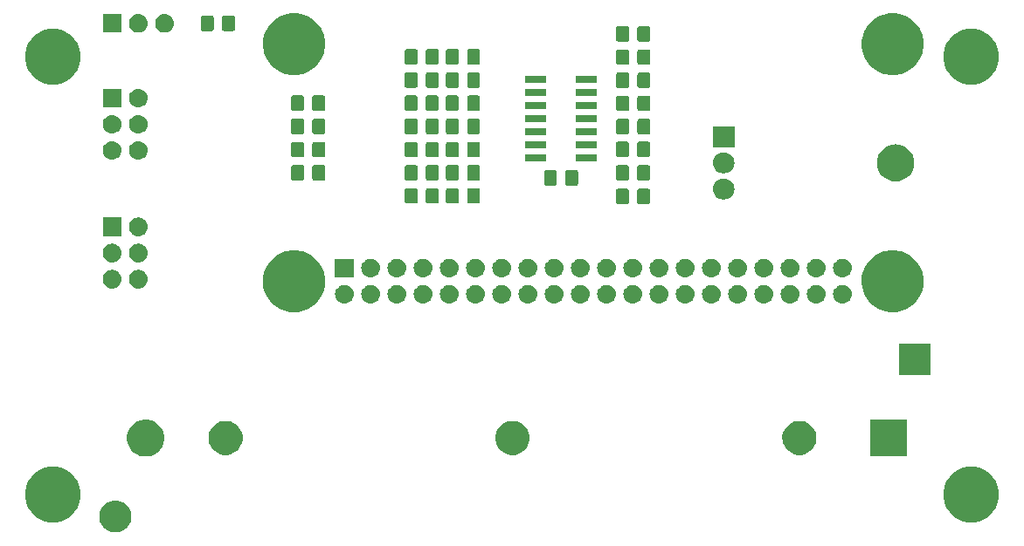
<source format=gts>
G04 #@! TF.GenerationSoftware,KiCad,Pcbnew,(5.1.2)-1*
G04 #@! TF.CreationDate,2019-06-30T13:56:13+03:00*
G04 #@! TF.ProjectId,rpizero-lowpower,7270697a-6572-46f2-9d6c-6f77706f7765,0.1.0*
G04 #@! TF.SameCoordinates,Original*
G04 #@! TF.FileFunction,Soldermask,Top*
G04 #@! TF.FilePolarity,Negative*
%FSLAX46Y46*%
G04 Gerber Fmt 4.6, Leading zero omitted, Abs format (unit mm)*
G04 Created by KiCad (PCBNEW (5.1.2)-1) date 2019-06-30 13:56:13*
%MOMM*%
%LPD*%
G04 APERTURE LIST*
%ADD10C,0.100000*%
G04 APERTURE END LIST*
D10*
G36*
X77550585Y-112828802D02*
G01*
X77700410Y-112858604D01*
X77982674Y-112975521D01*
X78236705Y-113145259D01*
X78452741Y-113361295D01*
X78622479Y-113615326D01*
X78739396Y-113897590D01*
X78799000Y-114197240D01*
X78799000Y-114502760D01*
X78739396Y-114802410D01*
X78622479Y-115084674D01*
X78452741Y-115338705D01*
X78236705Y-115554741D01*
X77982674Y-115724479D01*
X77700410Y-115841396D01*
X77550585Y-115871198D01*
X77400761Y-115901000D01*
X77095239Y-115901000D01*
X76945415Y-115871198D01*
X76795590Y-115841396D01*
X76513326Y-115724479D01*
X76259295Y-115554741D01*
X76043259Y-115338705D01*
X75873521Y-115084674D01*
X75756604Y-114802410D01*
X75697000Y-114502760D01*
X75697000Y-114197240D01*
X75756604Y-113897590D01*
X75873521Y-113615326D01*
X76043259Y-113361295D01*
X76259295Y-113145259D01*
X76513326Y-112975521D01*
X76795590Y-112858604D01*
X76945415Y-112828802D01*
X77095239Y-112799000D01*
X77400761Y-112799000D01*
X77550585Y-112828802D01*
X77550585Y-112828802D01*
G37*
G36*
X160965852Y-109632797D02*
G01*
X161457402Y-109836404D01*
X161457403Y-109836405D01*
X161899787Y-110131996D01*
X162276004Y-110508213D01*
X162473512Y-110803805D01*
X162571596Y-110950598D01*
X162775203Y-111442148D01*
X162879000Y-111963973D01*
X162879000Y-112496027D01*
X162775203Y-113017852D01*
X162571596Y-113509402D01*
X162571595Y-113509403D01*
X162276004Y-113951787D01*
X161899787Y-114328004D01*
X161638246Y-114502760D01*
X161457402Y-114623596D01*
X160965852Y-114827203D01*
X160444027Y-114931000D01*
X159911973Y-114931000D01*
X159390148Y-114827203D01*
X158898598Y-114623596D01*
X158717754Y-114502760D01*
X158456213Y-114328004D01*
X158079996Y-113951787D01*
X157784405Y-113509403D01*
X157784404Y-113509402D01*
X157580797Y-113017852D01*
X157477000Y-112496027D01*
X157477000Y-111963973D01*
X157580797Y-111442148D01*
X157784404Y-110950598D01*
X157882488Y-110803805D01*
X158079996Y-110508213D01*
X158456213Y-110131996D01*
X158898597Y-109836405D01*
X158898598Y-109836404D01*
X159390148Y-109632797D01*
X159911973Y-109529000D01*
X160444027Y-109529000D01*
X160965852Y-109632797D01*
X160965852Y-109632797D01*
G37*
G36*
X71965852Y-109632797D02*
G01*
X72457402Y-109836404D01*
X72457403Y-109836405D01*
X72899787Y-110131996D01*
X73276004Y-110508213D01*
X73473512Y-110803805D01*
X73571596Y-110950598D01*
X73775203Y-111442148D01*
X73879000Y-111963973D01*
X73879000Y-112496027D01*
X73775203Y-113017852D01*
X73571596Y-113509402D01*
X73571595Y-113509403D01*
X73276004Y-113951787D01*
X72899787Y-114328004D01*
X72638246Y-114502760D01*
X72457402Y-114623596D01*
X71965852Y-114827203D01*
X71444027Y-114931000D01*
X70911973Y-114931000D01*
X70390148Y-114827203D01*
X69898598Y-114623596D01*
X69717754Y-114502760D01*
X69456213Y-114328004D01*
X69079996Y-113951787D01*
X68784405Y-113509403D01*
X68784404Y-113509402D01*
X68580797Y-113017852D01*
X68477000Y-112496027D01*
X68477000Y-111963973D01*
X68580797Y-111442148D01*
X68784404Y-110950598D01*
X68882488Y-110803805D01*
X69079996Y-110508213D01*
X69456213Y-110131996D01*
X69898597Y-109836405D01*
X69898598Y-109836404D01*
X70390148Y-109632797D01*
X70911973Y-109529000D01*
X71444027Y-109529000D01*
X71965852Y-109632797D01*
X71965852Y-109632797D01*
G37*
G36*
X80703331Y-104998211D02*
G01*
X81031092Y-105133974D01*
X81326070Y-105331072D01*
X81576928Y-105581930D01*
X81774026Y-105876908D01*
X81909789Y-106204669D01*
X81979000Y-106552616D01*
X81979000Y-106907384D01*
X81909789Y-107255331D01*
X81774026Y-107583092D01*
X81576928Y-107878070D01*
X81326070Y-108128928D01*
X81031092Y-108326026D01*
X80703331Y-108461789D01*
X80355384Y-108531000D01*
X80000616Y-108531000D01*
X79652669Y-108461789D01*
X79324908Y-108326026D01*
X79029930Y-108128928D01*
X78779072Y-107878070D01*
X78581974Y-107583092D01*
X78446211Y-107255331D01*
X78377000Y-106907384D01*
X78377000Y-106552616D01*
X78446211Y-106204669D01*
X78581974Y-105876908D01*
X78779072Y-105581930D01*
X79029930Y-105331072D01*
X79324908Y-105133974D01*
X79652669Y-104998211D01*
X80000616Y-104929000D01*
X80355384Y-104929000D01*
X80703331Y-104998211D01*
X80703331Y-104998211D01*
G37*
G36*
X153979000Y-108531000D02*
G01*
X150377000Y-108531000D01*
X150377000Y-104929000D01*
X153979000Y-104929000D01*
X153979000Y-108531000D01*
X153979000Y-108531000D01*
G37*
G36*
X116103256Y-105121298D02*
G01*
X116209579Y-105142447D01*
X116510042Y-105266903D01*
X116780451Y-105447585D01*
X117010415Y-105677549D01*
X117191097Y-105947958D01*
X117191098Y-105947960D01*
X117315553Y-106248422D01*
X117379000Y-106567389D01*
X117379000Y-106892611D01*
X117376061Y-106907384D01*
X117315553Y-107211579D01*
X117191097Y-107512042D01*
X117010415Y-107782451D01*
X116780451Y-108012415D01*
X116510042Y-108193097D01*
X116209579Y-108317553D01*
X116166987Y-108326025D01*
X115890611Y-108381000D01*
X115565389Y-108381000D01*
X115289013Y-108326025D01*
X115246421Y-108317553D01*
X114945958Y-108193097D01*
X114675549Y-108012415D01*
X114445585Y-107782451D01*
X114264903Y-107512042D01*
X114140447Y-107211579D01*
X114079939Y-106907384D01*
X114077000Y-106892611D01*
X114077000Y-106567389D01*
X114140447Y-106248422D01*
X114264902Y-105947960D01*
X114264903Y-105947958D01*
X114445585Y-105677549D01*
X114675549Y-105447585D01*
X114945958Y-105266903D01*
X115246421Y-105142447D01*
X115352744Y-105121298D01*
X115565389Y-105079000D01*
X115890611Y-105079000D01*
X116103256Y-105121298D01*
X116103256Y-105121298D01*
G37*
G36*
X143908256Y-105121298D02*
G01*
X144014579Y-105142447D01*
X144315042Y-105266903D01*
X144585451Y-105447585D01*
X144815415Y-105677549D01*
X144996097Y-105947958D01*
X144996098Y-105947960D01*
X145120553Y-106248422D01*
X145184000Y-106567389D01*
X145184000Y-106892611D01*
X145181061Y-106907384D01*
X145120553Y-107211579D01*
X144996097Y-107512042D01*
X144815415Y-107782451D01*
X144585451Y-108012415D01*
X144315042Y-108193097D01*
X144014579Y-108317553D01*
X143971987Y-108326025D01*
X143695611Y-108381000D01*
X143370389Y-108381000D01*
X143094013Y-108326025D01*
X143051421Y-108317553D01*
X142750958Y-108193097D01*
X142480549Y-108012415D01*
X142250585Y-107782451D01*
X142069903Y-107512042D01*
X141945447Y-107211579D01*
X141884939Y-106907384D01*
X141882000Y-106892611D01*
X141882000Y-106567389D01*
X141945447Y-106248422D01*
X142069902Y-105947960D01*
X142069903Y-105947958D01*
X142250585Y-105677549D01*
X142480549Y-105447585D01*
X142750958Y-105266903D01*
X143051421Y-105142447D01*
X143157744Y-105121298D01*
X143370389Y-105079000D01*
X143695611Y-105079000D01*
X143908256Y-105121298D01*
X143908256Y-105121298D01*
G37*
G36*
X88298256Y-105121298D02*
G01*
X88404579Y-105142447D01*
X88705042Y-105266903D01*
X88975451Y-105447585D01*
X89205415Y-105677549D01*
X89386097Y-105947958D01*
X89386098Y-105947960D01*
X89510553Y-106248422D01*
X89574000Y-106567389D01*
X89574000Y-106892611D01*
X89571061Y-106907384D01*
X89510553Y-107211579D01*
X89386097Y-107512042D01*
X89205415Y-107782451D01*
X88975451Y-108012415D01*
X88705042Y-108193097D01*
X88404579Y-108317553D01*
X88361987Y-108326025D01*
X88085611Y-108381000D01*
X87760389Y-108381000D01*
X87484013Y-108326025D01*
X87441421Y-108317553D01*
X87140958Y-108193097D01*
X86870549Y-108012415D01*
X86640585Y-107782451D01*
X86459903Y-107512042D01*
X86335447Y-107211579D01*
X86274939Y-106907384D01*
X86272000Y-106892611D01*
X86272000Y-106567389D01*
X86335447Y-106248422D01*
X86459902Y-105947960D01*
X86459903Y-105947958D01*
X86640585Y-105677549D01*
X86870549Y-105447585D01*
X87140958Y-105266903D01*
X87441421Y-105142447D01*
X87547744Y-105121298D01*
X87760389Y-105079000D01*
X88085611Y-105079000D01*
X88298256Y-105121298D01*
X88298256Y-105121298D01*
G37*
G36*
X156269000Y-100661000D02*
G01*
X153167000Y-100661000D01*
X153167000Y-97559000D01*
X156269000Y-97559000D01*
X156269000Y-100661000D01*
X156269000Y-100661000D01*
G37*
G36*
X95239870Y-88576859D02*
G01*
X95433068Y-88615288D01*
X95979033Y-88841434D01*
X96136462Y-88946625D01*
X96470388Y-89169747D01*
X96888253Y-89587612D01*
X96900835Y-89606443D01*
X97216566Y-90078967D01*
X97442712Y-90624932D01*
X97451640Y-90669815D01*
X97558000Y-91204524D01*
X97558000Y-91795476D01*
X97527226Y-91950185D01*
X97442712Y-92375068D01*
X97216566Y-92921033D01*
X96888252Y-93412389D01*
X96470389Y-93830252D01*
X95979033Y-94158566D01*
X95433068Y-94384712D01*
X95239870Y-94423141D01*
X94853476Y-94500000D01*
X94262524Y-94500000D01*
X93876130Y-94423141D01*
X93682932Y-94384712D01*
X93136967Y-94158566D01*
X92645611Y-93830252D01*
X92227748Y-93412389D01*
X91899434Y-92921033D01*
X91673288Y-92375068D01*
X91588774Y-91950185D01*
X91558000Y-91795476D01*
X91558000Y-91204524D01*
X91664360Y-90669815D01*
X91673288Y-90624932D01*
X91899434Y-90078967D01*
X92215165Y-89606443D01*
X92227747Y-89587612D01*
X92645612Y-89169747D01*
X92979538Y-88946625D01*
X93136967Y-88841434D01*
X93682932Y-88615288D01*
X93876130Y-88576859D01*
X94262524Y-88500000D01*
X94853476Y-88500000D01*
X95239870Y-88576859D01*
X95239870Y-88576859D01*
G37*
G36*
X153239870Y-88576859D02*
G01*
X153433068Y-88615288D01*
X153979033Y-88841434D01*
X154136462Y-88946625D01*
X154470388Y-89169747D01*
X154888253Y-89587612D01*
X154900835Y-89606443D01*
X155216566Y-90078967D01*
X155442712Y-90624932D01*
X155451640Y-90669815D01*
X155558000Y-91204524D01*
X155558000Y-91795476D01*
X155527226Y-91950185D01*
X155442712Y-92375068D01*
X155216566Y-92921033D01*
X154888252Y-93412389D01*
X154470389Y-93830252D01*
X153979033Y-94158566D01*
X153433068Y-94384712D01*
X153239870Y-94423141D01*
X152853476Y-94500000D01*
X152262524Y-94500000D01*
X151876130Y-94423141D01*
X151682932Y-94384712D01*
X151136967Y-94158566D01*
X150645611Y-93830252D01*
X150227748Y-93412389D01*
X149899434Y-92921033D01*
X149673288Y-92375068D01*
X149588774Y-91950185D01*
X149558000Y-91795476D01*
X149558000Y-91204524D01*
X149664360Y-90669815D01*
X149673288Y-90624932D01*
X149899434Y-90078967D01*
X150215165Y-89606443D01*
X150227747Y-89587612D01*
X150645612Y-89169747D01*
X150979538Y-88946625D01*
X151136967Y-88841434D01*
X151682932Y-88615288D01*
X151876130Y-88576859D01*
X152262524Y-88500000D01*
X152853476Y-88500000D01*
X153239870Y-88576859D01*
X153239870Y-88576859D01*
G37*
G36*
X145258442Y-91875518D02*
G01*
X145324627Y-91882037D01*
X145494466Y-91933557D01*
X145494468Y-91933558D01*
X145572728Y-91975389D01*
X145650991Y-92017222D01*
X145686729Y-92046552D01*
X145788186Y-92129814D01*
X145871448Y-92231271D01*
X145900778Y-92267009D01*
X145984443Y-92423534D01*
X146035963Y-92593373D01*
X146053359Y-92770000D01*
X146035963Y-92946627D01*
X145984443Y-93116466D01*
X145900778Y-93272991D01*
X145871448Y-93308729D01*
X145788186Y-93410186D01*
X145686729Y-93493448D01*
X145650991Y-93522778D01*
X145494466Y-93606443D01*
X145324627Y-93657963D01*
X145258442Y-93664482D01*
X145192260Y-93671000D01*
X145103740Y-93671000D01*
X145037558Y-93664482D01*
X144971373Y-93657963D01*
X144801534Y-93606443D01*
X144645009Y-93522778D01*
X144609271Y-93493448D01*
X144507814Y-93410186D01*
X144424552Y-93308729D01*
X144395222Y-93272991D01*
X144311557Y-93116466D01*
X144260037Y-92946627D01*
X144242641Y-92770000D01*
X144260037Y-92593373D01*
X144311557Y-92423534D01*
X144395222Y-92267009D01*
X144424552Y-92231271D01*
X144507814Y-92129814D01*
X144609271Y-92046552D01*
X144645009Y-92017222D01*
X144723271Y-91975390D01*
X144801532Y-91933558D01*
X144801534Y-91933557D01*
X144971373Y-91882037D01*
X145037558Y-91875518D01*
X145103740Y-91869000D01*
X145192260Y-91869000D01*
X145258442Y-91875518D01*
X145258442Y-91875518D01*
G37*
G36*
X109698442Y-91875518D02*
G01*
X109764627Y-91882037D01*
X109934466Y-91933557D01*
X109934468Y-91933558D01*
X110012728Y-91975389D01*
X110090991Y-92017222D01*
X110126729Y-92046552D01*
X110228186Y-92129814D01*
X110311448Y-92231271D01*
X110340778Y-92267009D01*
X110424443Y-92423534D01*
X110475963Y-92593373D01*
X110493359Y-92770000D01*
X110475963Y-92946627D01*
X110424443Y-93116466D01*
X110340778Y-93272991D01*
X110311448Y-93308729D01*
X110228186Y-93410186D01*
X110126729Y-93493448D01*
X110090991Y-93522778D01*
X109934466Y-93606443D01*
X109764627Y-93657963D01*
X109698442Y-93664482D01*
X109632260Y-93671000D01*
X109543740Y-93671000D01*
X109477558Y-93664482D01*
X109411373Y-93657963D01*
X109241534Y-93606443D01*
X109085009Y-93522778D01*
X109049271Y-93493448D01*
X108947814Y-93410186D01*
X108864552Y-93308729D01*
X108835222Y-93272991D01*
X108751557Y-93116466D01*
X108700037Y-92946627D01*
X108682641Y-92770000D01*
X108700037Y-92593373D01*
X108751557Y-92423534D01*
X108835222Y-92267009D01*
X108864552Y-92231271D01*
X108947814Y-92129814D01*
X109049271Y-92046552D01*
X109085009Y-92017222D01*
X109163271Y-91975390D01*
X109241532Y-91933558D01*
X109241534Y-91933557D01*
X109411373Y-91882037D01*
X109477558Y-91875518D01*
X109543740Y-91869000D01*
X109632260Y-91869000D01*
X109698442Y-91875518D01*
X109698442Y-91875518D01*
G37*
G36*
X114778442Y-91875518D02*
G01*
X114844627Y-91882037D01*
X115014466Y-91933557D01*
X115014468Y-91933558D01*
X115092728Y-91975389D01*
X115170991Y-92017222D01*
X115206729Y-92046552D01*
X115308186Y-92129814D01*
X115391448Y-92231271D01*
X115420778Y-92267009D01*
X115504443Y-92423534D01*
X115555963Y-92593373D01*
X115573359Y-92770000D01*
X115555963Y-92946627D01*
X115504443Y-93116466D01*
X115420778Y-93272991D01*
X115391448Y-93308729D01*
X115308186Y-93410186D01*
X115206729Y-93493448D01*
X115170991Y-93522778D01*
X115014466Y-93606443D01*
X114844627Y-93657963D01*
X114778442Y-93664482D01*
X114712260Y-93671000D01*
X114623740Y-93671000D01*
X114557558Y-93664482D01*
X114491373Y-93657963D01*
X114321534Y-93606443D01*
X114165009Y-93522778D01*
X114129271Y-93493448D01*
X114027814Y-93410186D01*
X113944552Y-93308729D01*
X113915222Y-93272991D01*
X113831557Y-93116466D01*
X113780037Y-92946627D01*
X113762641Y-92770000D01*
X113780037Y-92593373D01*
X113831557Y-92423534D01*
X113915222Y-92267009D01*
X113944552Y-92231271D01*
X114027814Y-92129814D01*
X114129271Y-92046552D01*
X114165009Y-92017222D01*
X114243271Y-91975390D01*
X114321532Y-91933558D01*
X114321534Y-91933557D01*
X114491373Y-91882037D01*
X114557558Y-91875518D01*
X114623740Y-91869000D01*
X114712260Y-91869000D01*
X114778442Y-91875518D01*
X114778442Y-91875518D01*
G37*
G36*
X132558442Y-91875518D02*
G01*
X132624627Y-91882037D01*
X132794466Y-91933557D01*
X132794468Y-91933558D01*
X132872728Y-91975389D01*
X132950991Y-92017222D01*
X132986729Y-92046552D01*
X133088186Y-92129814D01*
X133171448Y-92231271D01*
X133200778Y-92267009D01*
X133284443Y-92423534D01*
X133335963Y-92593373D01*
X133353359Y-92770000D01*
X133335963Y-92946627D01*
X133284443Y-93116466D01*
X133200778Y-93272991D01*
X133171448Y-93308729D01*
X133088186Y-93410186D01*
X132986729Y-93493448D01*
X132950991Y-93522778D01*
X132794466Y-93606443D01*
X132624627Y-93657963D01*
X132558442Y-93664482D01*
X132492260Y-93671000D01*
X132403740Y-93671000D01*
X132337558Y-93664482D01*
X132271373Y-93657963D01*
X132101534Y-93606443D01*
X131945009Y-93522778D01*
X131909271Y-93493448D01*
X131807814Y-93410186D01*
X131724552Y-93308729D01*
X131695222Y-93272991D01*
X131611557Y-93116466D01*
X131560037Y-92946627D01*
X131542641Y-92770000D01*
X131560037Y-92593373D01*
X131611557Y-92423534D01*
X131695222Y-92267009D01*
X131724552Y-92231271D01*
X131807814Y-92129814D01*
X131909271Y-92046552D01*
X131945009Y-92017222D01*
X132023271Y-91975390D01*
X132101532Y-91933558D01*
X132101534Y-91933557D01*
X132271373Y-91882037D01*
X132337558Y-91875518D01*
X132403740Y-91869000D01*
X132492260Y-91869000D01*
X132558442Y-91875518D01*
X132558442Y-91875518D01*
G37*
G36*
X112238442Y-91875518D02*
G01*
X112304627Y-91882037D01*
X112474466Y-91933557D01*
X112474468Y-91933558D01*
X112552728Y-91975389D01*
X112630991Y-92017222D01*
X112666729Y-92046552D01*
X112768186Y-92129814D01*
X112851448Y-92231271D01*
X112880778Y-92267009D01*
X112964443Y-92423534D01*
X113015963Y-92593373D01*
X113033359Y-92770000D01*
X113015963Y-92946627D01*
X112964443Y-93116466D01*
X112880778Y-93272991D01*
X112851448Y-93308729D01*
X112768186Y-93410186D01*
X112666729Y-93493448D01*
X112630991Y-93522778D01*
X112474466Y-93606443D01*
X112304627Y-93657963D01*
X112238442Y-93664482D01*
X112172260Y-93671000D01*
X112083740Y-93671000D01*
X112017558Y-93664482D01*
X111951373Y-93657963D01*
X111781534Y-93606443D01*
X111625009Y-93522778D01*
X111589271Y-93493448D01*
X111487814Y-93410186D01*
X111404552Y-93308729D01*
X111375222Y-93272991D01*
X111291557Y-93116466D01*
X111240037Y-92946627D01*
X111222641Y-92770000D01*
X111240037Y-92593373D01*
X111291557Y-92423534D01*
X111375222Y-92267009D01*
X111404552Y-92231271D01*
X111487814Y-92129814D01*
X111589271Y-92046552D01*
X111625009Y-92017222D01*
X111703271Y-91975390D01*
X111781532Y-91933558D01*
X111781534Y-91933557D01*
X111951373Y-91882037D01*
X112017558Y-91875518D01*
X112083740Y-91869000D01*
X112172260Y-91869000D01*
X112238442Y-91875518D01*
X112238442Y-91875518D01*
G37*
G36*
X127478442Y-91875518D02*
G01*
X127544627Y-91882037D01*
X127714466Y-91933557D01*
X127714468Y-91933558D01*
X127792728Y-91975389D01*
X127870991Y-92017222D01*
X127906729Y-92046552D01*
X128008186Y-92129814D01*
X128091448Y-92231271D01*
X128120778Y-92267009D01*
X128204443Y-92423534D01*
X128255963Y-92593373D01*
X128273359Y-92770000D01*
X128255963Y-92946627D01*
X128204443Y-93116466D01*
X128120778Y-93272991D01*
X128091448Y-93308729D01*
X128008186Y-93410186D01*
X127906729Y-93493448D01*
X127870991Y-93522778D01*
X127714466Y-93606443D01*
X127544627Y-93657963D01*
X127478442Y-93664482D01*
X127412260Y-93671000D01*
X127323740Y-93671000D01*
X127257558Y-93664482D01*
X127191373Y-93657963D01*
X127021534Y-93606443D01*
X126865009Y-93522778D01*
X126829271Y-93493448D01*
X126727814Y-93410186D01*
X126644552Y-93308729D01*
X126615222Y-93272991D01*
X126531557Y-93116466D01*
X126480037Y-92946627D01*
X126462641Y-92770000D01*
X126480037Y-92593373D01*
X126531557Y-92423534D01*
X126615222Y-92267009D01*
X126644552Y-92231271D01*
X126727814Y-92129814D01*
X126829271Y-92046552D01*
X126865009Y-92017222D01*
X126943271Y-91975390D01*
X127021532Y-91933558D01*
X127021534Y-91933557D01*
X127191373Y-91882037D01*
X127257558Y-91875518D01*
X127323740Y-91869000D01*
X127412260Y-91869000D01*
X127478442Y-91875518D01*
X127478442Y-91875518D01*
G37*
G36*
X99538442Y-91875518D02*
G01*
X99604627Y-91882037D01*
X99774466Y-91933557D01*
X99774468Y-91933558D01*
X99852728Y-91975389D01*
X99930991Y-92017222D01*
X99966729Y-92046552D01*
X100068186Y-92129814D01*
X100151448Y-92231271D01*
X100180778Y-92267009D01*
X100264443Y-92423534D01*
X100315963Y-92593373D01*
X100333359Y-92770000D01*
X100315963Y-92946627D01*
X100264443Y-93116466D01*
X100180778Y-93272991D01*
X100151448Y-93308729D01*
X100068186Y-93410186D01*
X99966729Y-93493448D01*
X99930991Y-93522778D01*
X99774466Y-93606443D01*
X99604627Y-93657963D01*
X99538442Y-93664482D01*
X99472260Y-93671000D01*
X99383740Y-93671000D01*
X99317558Y-93664482D01*
X99251373Y-93657963D01*
X99081534Y-93606443D01*
X98925009Y-93522778D01*
X98889271Y-93493448D01*
X98787814Y-93410186D01*
X98704552Y-93308729D01*
X98675222Y-93272991D01*
X98591557Y-93116466D01*
X98540037Y-92946627D01*
X98522641Y-92770000D01*
X98540037Y-92593373D01*
X98591557Y-92423534D01*
X98675222Y-92267009D01*
X98704552Y-92231271D01*
X98787814Y-92129814D01*
X98889271Y-92046552D01*
X98925009Y-92017222D01*
X99003271Y-91975390D01*
X99081532Y-91933558D01*
X99081534Y-91933557D01*
X99251373Y-91882037D01*
X99317558Y-91875518D01*
X99383740Y-91869000D01*
X99472260Y-91869000D01*
X99538442Y-91875518D01*
X99538442Y-91875518D01*
G37*
G36*
X102078442Y-91875518D02*
G01*
X102144627Y-91882037D01*
X102314466Y-91933557D01*
X102314468Y-91933558D01*
X102392728Y-91975389D01*
X102470991Y-92017222D01*
X102506729Y-92046552D01*
X102608186Y-92129814D01*
X102691448Y-92231271D01*
X102720778Y-92267009D01*
X102804443Y-92423534D01*
X102855963Y-92593373D01*
X102873359Y-92770000D01*
X102855963Y-92946627D01*
X102804443Y-93116466D01*
X102720778Y-93272991D01*
X102691448Y-93308729D01*
X102608186Y-93410186D01*
X102506729Y-93493448D01*
X102470991Y-93522778D01*
X102314466Y-93606443D01*
X102144627Y-93657963D01*
X102078442Y-93664482D01*
X102012260Y-93671000D01*
X101923740Y-93671000D01*
X101857558Y-93664482D01*
X101791373Y-93657963D01*
X101621534Y-93606443D01*
X101465009Y-93522778D01*
X101429271Y-93493448D01*
X101327814Y-93410186D01*
X101244552Y-93308729D01*
X101215222Y-93272991D01*
X101131557Y-93116466D01*
X101080037Y-92946627D01*
X101062641Y-92770000D01*
X101080037Y-92593373D01*
X101131557Y-92423534D01*
X101215222Y-92267009D01*
X101244552Y-92231271D01*
X101327814Y-92129814D01*
X101429271Y-92046552D01*
X101465009Y-92017222D01*
X101543271Y-91975390D01*
X101621532Y-91933558D01*
X101621534Y-91933557D01*
X101791373Y-91882037D01*
X101857558Y-91875518D01*
X101923740Y-91869000D01*
X102012260Y-91869000D01*
X102078442Y-91875518D01*
X102078442Y-91875518D01*
G37*
G36*
X117318442Y-91875518D02*
G01*
X117384627Y-91882037D01*
X117554466Y-91933557D01*
X117554468Y-91933558D01*
X117632728Y-91975389D01*
X117710991Y-92017222D01*
X117746729Y-92046552D01*
X117848186Y-92129814D01*
X117931448Y-92231271D01*
X117960778Y-92267009D01*
X118044443Y-92423534D01*
X118095963Y-92593373D01*
X118113359Y-92770000D01*
X118095963Y-92946627D01*
X118044443Y-93116466D01*
X117960778Y-93272991D01*
X117931448Y-93308729D01*
X117848186Y-93410186D01*
X117746729Y-93493448D01*
X117710991Y-93522778D01*
X117554466Y-93606443D01*
X117384627Y-93657963D01*
X117318442Y-93664482D01*
X117252260Y-93671000D01*
X117163740Y-93671000D01*
X117097558Y-93664482D01*
X117031373Y-93657963D01*
X116861534Y-93606443D01*
X116705009Y-93522778D01*
X116669271Y-93493448D01*
X116567814Y-93410186D01*
X116484552Y-93308729D01*
X116455222Y-93272991D01*
X116371557Y-93116466D01*
X116320037Y-92946627D01*
X116302641Y-92770000D01*
X116320037Y-92593373D01*
X116371557Y-92423534D01*
X116455222Y-92267009D01*
X116484552Y-92231271D01*
X116567814Y-92129814D01*
X116669271Y-92046552D01*
X116705009Y-92017222D01*
X116783271Y-91975390D01*
X116861532Y-91933558D01*
X116861534Y-91933557D01*
X117031373Y-91882037D01*
X117097558Y-91875518D01*
X117163740Y-91869000D01*
X117252260Y-91869000D01*
X117318442Y-91875518D01*
X117318442Y-91875518D01*
G37*
G36*
X122398442Y-91875518D02*
G01*
X122464627Y-91882037D01*
X122634466Y-91933557D01*
X122634468Y-91933558D01*
X122712728Y-91975389D01*
X122790991Y-92017222D01*
X122826729Y-92046552D01*
X122928186Y-92129814D01*
X123011448Y-92231271D01*
X123040778Y-92267009D01*
X123124443Y-92423534D01*
X123175963Y-92593373D01*
X123193359Y-92770000D01*
X123175963Y-92946627D01*
X123124443Y-93116466D01*
X123040778Y-93272991D01*
X123011448Y-93308729D01*
X122928186Y-93410186D01*
X122826729Y-93493448D01*
X122790991Y-93522778D01*
X122634466Y-93606443D01*
X122464627Y-93657963D01*
X122398442Y-93664482D01*
X122332260Y-93671000D01*
X122243740Y-93671000D01*
X122177558Y-93664482D01*
X122111373Y-93657963D01*
X121941534Y-93606443D01*
X121785009Y-93522778D01*
X121749271Y-93493448D01*
X121647814Y-93410186D01*
X121564552Y-93308729D01*
X121535222Y-93272991D01*
X121451557Y-93116466D01*
X121400037Y-92946627D01*
X121382641Y-92770000D01*
X121400037Y-92593373D01*
X121451557Y-92423534D01*
X121535222Y-92267009D01*
X121564552Y-92231271D01*
X121647814Y-92129814D01*
X121749271Y-92046552D01*
X121785009Y-92017222D01*
X121863271Y-91975390D01*
X121941532Y-91933558D01*
X121941534Y-91933557D01*
X122111373Y-91882037D01*
X122177558Y-91875518D01*
X122243740Y-91869000D01*
X122332260Y-91869000D01*
X122398442Y-91875518D01*
X122398442Y-91875518D01*
G37*
G36*
X130018442Y-91875518D02*
G01*
X130084627Y-91882037D01*
X130254466Y-91933557D01*
X130254468Y-91933558D01*
X130332728Y-91975389D01*
X130410991Y-92017222D01*
X130446729Y-92046552D01*
X130548186Y-92129814D01*
X130631448Y-92231271D01*
X130660778Y-92267009D01*
X130744443Y-92423534D01*
X130795963Y-92593373D01*
X130813359Y-92770000D01*
X130795963Y-92946627D01*
X130744443Y-93116466D01*
X130660778Y-93272991D01*
X130631448Y-93308729D01*
X130548186Y-93410186D01*
X130446729Y-93493448D01*
X130410991Y-93522778D01*
X130254466Y-93606443D01*
X130084627Y-93657963D01*
X130018442Y-93664482D01*
X129952260Y-93671000D01*
X129863740Y-93671000D01*
X129797558Y-93664482D01*
X129731373Y-93657963D01*
X129561534Y-93606443D01*
X129405009Y-93522778D01*
X129369271Y-93493448D01*
X129267814Y-93410186D01*
X129184552Y-93308729D01*
X129155222Y-93272991D01*
X129071557Y-93116466D01*
X129020037Y-92946627D01*
X129002641Y-92770000D01*
X129020037Y-92593373D01*
X129071557Y-92423534D01*
X129155222Y-92267009D01*
X129184552Y-92231271D01*
X129267814Y-92129814D01*
X129369271Y-92046552D01*
X129405009Y-92017222D01*
X129483271Y-91975390D01*
X129561532Y-91933558D01*
X129561534Y-91933557D01*
X129731373Y-91882037D01*
X129797558Y-91875518D01*
X129863740Y-91869000D01*
X129952260Y-91869000D01*
X130018442Y-91875518D01*
X130018442Y-91875518D01*
G37*
G36*
X104618442Y-91875518D02*
G01*
X104684627Y-91882037D01*
X104854466Y-91933557D01*
X104854468Y-91933558D01*
X104932728Y-91975389D01*
X105010991Y-92017222D01*
X105046729Y-92046552D01*
X105148186Y-92129814D01*
X105231448Y-92231271D01*
X105260778Y-92267009D01*
X105344443Y-92423534D01*
X105395963Y-92593373D01*
X105413359Y-92770000D01*
X105395963Y-92946627D01*
X105344443Y-93116466D01*
X105260778Y-93272991D01*
X105231448Y-93308729D01*
X105148186Y-93410186D01*
X105046729Y-93493448D01*
X105010991Y-93522778D01*
X104854466Y-93606443D01*
X104684627Y-93657963D01*
X104618442Y-93664482D01*
X104552260Y-93671000D01*
X104463740Y-93671000D01*
X104397558Y-93664482D01*
X104331373Y-93657963D01*
X104161534Y-93606443D01*
X104005009Y-93522778D01*
X103969271Y-93493448D01*
X103867814Y-93410186D01*
X103784552Y-93308729D01*
X103755222Y-93272991D01*
X103671557Y-93116466D01*
X103620037Y-92946627D01*
X103602641Y-92770000D01*
X103620037Y-92593373D01*
X103671557Y-92423534D01*
X103755222Y-92267009D01*
X103784552Y-92231271D01*
X103867814Y-92129814D01*
X103969271Y-92046552D01*
X104005009Y-92017222D01*
X104083271Y-91975390D01*
X104161532Y-91933558D01*
X104161534Y-91933557D01*
X104331373Y-91882037D01*
X104397558Y-91875518D01*
X104463740Y-91869000D01*
X104552260Y-91869000D01*
X104618442Y-91875518D01*
X104618442Y-91875518D01*
G37*
G36*
X147798442Y-91875518D02*
G01*
X147864627Y-91882037D01*
X148034466Y-91933557D01*
X148034468Y-91933558D01*
X148112728Y-91975389D01*
X148190991Y-92017222D01*
X148226729Y-92046552D01*
X148328186Y-92129814D01*
X148411448Y-92231271D01*
X148440778Y-92267009D01*
X148524443Y-92423534D01*
X148575963Y-92593373D01*
X148593359Y-92770000D01*
X148575963Y-92946627D01*
X148524443Y-93116466D01*
X148440778Y-93272991D01*
X148411448Y-93308729D01*
X148328186Y-93410186D01*
X148226729Y-93493448D01*
X148190991Y-93522778D01*
X148034466Y-93606443D01*
X147864627Y-93657963D01*
X147798442Y-93664482D01*
X147732260Y-93671000D01*
X147643740Y-93671000D01*
X147577558Y-93664482D01*
X147511373Y-93657963D01*
X147341534Y-93606443D01*
X147185009Y-93522778D01*
X147149271Y-93493448D01*
X147047814Y-93410186D01*
X146964552Y-93308729D01*
X146935222Y-93272991D01*
X146851557Y-93116466D01*
X146800037Y-92946627D01*
X146782641Y-92770000D01*
X146800037Y-92593373D01*
X146851557Y-92423534D01*
X146935222Y-92267009D01*
X146964552Y-92231271D01*
X147047814Y-92129814D01*
X147149271Y-92046552D01*
X147185009Y-92017222D01*
X147263271Y-91975390D01*
X147341532Y-91933558D01*
X147341534Y-91933557D01*
X147511373Y-91882037D01*
X147577558Y-91875518D01*
X147643740Y-91869000D01*
X147732260Y-91869000D01*
X147798442Y-91875518D01*
X147798442Y-91875518D01*
G37*
G36*
X124938442Y-91875518D02*
G01*
X125004627Y-91882037D01*
X125174466Y-91933557D01*
X125174468Y-91933558D01*
X125252728Y-91975389D01*
X125330991Y-92017222D01*
X125366729Y-92046552D01*
X125468186Y-92129814D01*
X125551448Y-92231271D01*
X125580778Y-92267009D01*
X125664443Y-92423534D01*
X125715963Y-92593373D01*
X125733359Y-92770000D01*
X125715963Y-92946627D01*
X125664443Y-93116466D01*
X125580778Y-93272991D01*
X125551448Y-93308729D01*
X125468186Y-93410186D01*
X125366729Y-93493448D01*
X125330991Y-93522778D01*
X125174466Y-93606443D01*
X125004627Y-93657963D01*
X124938442Y-93664482D01*
X124872260Y-93671000D01*
X124783740Y-93671000D01*
X124717558Y-93664482D01*
X124651373Y-93657963D01*
X124481534Y-93606443D01*
X124325009Y-93522778D01*
X124289271Y-93493448D01*
X124187814Y-93410186D01*
X124104552Y-93308729D01*
X124075222Y-93272991D01*
X123991557Y-93116466D01*
X123940037Y-92946627D01*
X123922641Y-92770000D01*
X123940037Y-92593373D01*
X123991557Y-92423534D01*
X124075222Y-92267009D01*
X124104552Y-92231271D01*
X124187814Y-92129814D01*
X124289271Y-92046552D01*
X124325009Y-92017222D01*
X124403271Y-91975390D01*
X124481532Y-91933558D01*
X124481534Y-91933557D01*
X124651373Y-91882037D01*
X124717558Y-91875518D01*
X124783740Y-91869000D01*
X124872260Y-91869000D01*
X124938442Y-91875518D01*
X124938442Y-91875518D01*
G37*
G36*
X135098442Y-91875518D02*
G01*
X135164627Y-91882037D01*
X135334466Y-91933557D01*
X135334468Y-91933558D01*
X135412728Y-91975389D01*
X135490991Y-92017222D01*
X135526729Y-92046552D01*
X135628186Y-92129814D01*
X135711448Y-92231271D01*
X135740778Y-92267009D01*
X135824443Y-92423534D01*
X135875963Y-92593373D01*
X135893359Y-92770000D01*
X135875963Y-92946627D01*
X135824443Y-93116466D01*
X135740778Y-93272991D01*
X135711448Y-93308729D01*
X135628186Y-93410186D01*
X135526729Y-93493448D01*
X135490991Y-93522778D01*
X135334466Y-93606443D01*
X135164627Y-93657963D01*
X135098442Y-93664482D01*
X135032260Y-93671000D01*
X134943740Y-93671000D01*
X134877558Y-93664482D01*
X134811373Y-93657963D01*
X134641534Y-93606443D01*
X134485009Y-93522778D01*
X134449271Y-93493448D01*
X134347814Y-93410186D01*
X134264552Y-93308729D01*
X134235222Y-93272991D01*
X134151557Y-93116466D01*
X134100037Y-92946627D01*
X134082641Y-92770000D01*
X134100037Y-92593373D01*
X134151557Y-92423534D01*
X134235222Y-92267009D01*
X134264552Y-92231271D01*
X134347814Y-92129814D01*
X134449271Y-92046552D01*
X134485009Y-92017222D01*
X134563271Y-91975390D01*
X134641532Y-91933558D01*
X134641534Y-91933557D01*
X134811373Y-91882037D01*
X134877558Y-91875518D01*
X134943740Y-91869000D01*
X135032260Y-91869000D01*
X135098442Y-91875518D01*
X135098442Y-91875518D01*
G37*
G36*
X107158442Y-91875518D02*
G01*
X107224627Y-91882037D01*
X107394466Y-91933557D01*
X107394468Y-91933558D01*
X107472728Y-91975389D01*
X107550991Y-92017222D01*
X107586729Y-92046552D01*
X107688186Y-92129814D01*
X107771448Y-92231271D01*
X107800778Y-92267009D01*
X107884443Y-92423534D01*
X107935963Y-92593373D01*
X107953359Y-92770000D01*
X107935963Y-92946627D01*
X107884443Y-93116466D01*
X107800778Y-93272991D01*
X107771448Y-93308729D01*
X107688186Y-93410186D01*
X107586729Y-93493448D01*
X107550991Y-93522778D01*
X107394466Y-93606443D01*
X107224627Y-93657963D01*
X107158442Y-93664482D01*
X107092260Y-93671000D01*
X107003740Y-93671000D01*
X106937558Y-93664482D01*
X106871373Y-93657963D01*
X106701534Y-93606443D01*
X106545009Y-93522778D01*
X106509271Y-93493448D01*
X106407814Y-93410186D01*
X106324552Y-93308729D01*
X106295222Y-93272991D01*
X106211557Y-93116466D01*
X106160037Y-92946627D01*
X106142641Y-92770000D01*
X106160037Y-92593373D01*
X106211557Y-92423534D01*
X106295222Y-92267009D01*
X106324552Y-92231271D01*
X106407814Y-92129814D01*
X106509271Y-92046552D01*
X106545009Y-92017222D01*
X106623271Y-91975390D01*
X106701532Y-91933558D01*
X106701534Y-91933557D01*
X106871373Y-91882037D01*
X106937558Y-91875518D01*
X107003740Y-91869000D01*
X107092260Y-91869000D01*
X107158442Y-91875518D01*
X107158442Y-91875518D01*
G37*
G36*
X137638442Y-91875518D02*
G01*
X137704627Y-91882037D01*
X137874466Y-91933557D01*
X137874468Y-91933558D01*
X137952728Y-91975389D01*
X138030991Y-92017222D01*
X138066729Y-92046552D01*
X138168186Y-92129814D01*
X138251448Y-92231271D01*
X138280778Y-92267009D01*
X138364443Y-92423534D01*
X138415963Y-92593373D01*
X138433359Y-92770000D01*
X138415963Y-92946627D01*
X138364443Y-93116466D01*
X138280778Y-93272991D01*
X138251448Y-93308729D01*
X138168186Y-93410186D01*
X138066729Y-93493448D01*
X138030991Y-93522778D01*
X137874466Y-93606443D01*
X137704627Y-93657963D01*
X137638442Y-93664482D01*
X137572260Y-93671000D01*
X137483740Y-93671000D01*
X137417558Y-93664482D01*
X137351373Y-93657963D01*
X137181534Y-93606443D01*
X137025009Y-93522778D01*
X136989271Y-93493448D01*
X136887814Y-93410186D01*
X136804552Y-93308729D01*
X136775222Y-93272991D01*
X136691557Y-93116466D01*
X136640037Y-92946627D01*
X136622641Y-92770000D01*
X136640037Y-92593373D01*
X136691557Y-92423534D01*
X136775222Y-92267009D01*
X136804552Y-92231271D01*
X136887814Y-92129814D01*
X136989271Y-92046552D01*
X137025009Y-92017222D01*
X137103271Y-91975390D01*
X137181532Y-91933558D01*
X137181534Y-91933557D01*
X137351373Y-91882037D01*
X137417558Y-91875518D01*
X137483740Y-91869000D01*
X137572260Y-91869000D01*
X137638442Y-91875518D01*
X137638442Y-91875518D01*
G37*
G36*
X119858442Y-91875518D02*
G01*
X119924627Y-91882037D01*
X120094466Y-91933557D01*
X120094468Y-91933558D01*
X120172728Y-91975389D01*
X120250991Y-92017222D01*
X120286729Y-92046552D01*
X120388186Y-92129814D01*
X120471448Y-92231271D01*
X120500778Y-92267009D01*
X120584443Y-92423534D01*
X120635963Y-92593373D01*
X120653359Y-92770000D01*
X120635963Y-92946627D01*
X120584443Y-93116466D01*
X120500778Y-93272991D01*
X120471448Y-93308729D01*
X120388186Y-93410186D01*
X120286729Y-93493448D01*
X120250991Y-93522778D01*
X120094466Y-93606443D01*
X119924627Y-93657963D01*
X119858442Y-93664482D01*
X119792260Y-93671000D01*
X119703740Y-93671000D01*
X119637558Y-93664482D01*
X119571373Y-93657963D01*
X119401534Y-93606443D01*
X119245009Y-93522778D01*
X119209271Y-93493448D01*
X119107814Y-93410186D01*
X119024552Y-93308729D01*
X118995222Y-93272991D01*
X118911557Y-93116466D01*
X118860037Y-92946627D01*
X118842641Y-92770000D01*
X118860037Y-92593373D01*
X118911557Y-92423534D01*
X118995222Y-92267009D01*
X119024552Y-92231271D01*
X119107814Y-92129814D01*
X119209271Y-92046552D01*
X119245009Y-92017222D01*
X119323271Y-91975390D01*
X119401532Y-91933558D01*
X119401534Y-91933557D01*
X119571373Y-91882037D01*
X119637558Y-91875518D01*
X119703740Y-91869000D01*
X119792260Y-91869000D01*
X119858442Y-91875518D01*
X119858442Y-91875518D01*
G37*
G36*
X142718442Y-91875518D02*
G01*
X142784627Y-91882037D01*
X142954466Y-91933557D01*
X142954468Y-91933558D01*
X143032728Y-91975389D01*
X143110991Y-92017222D01*
X143146729Y-92046552D01*
X143248186Y-92129814D01*
X143331448Y-92231271D01*
X143360778Y-92267009D01*
X143444443Y-92423534D01*
X143495963Y-92593373D01*
X143513359Y-92770000D01*
X143495963Y-92946627D01*
X143444443Y-93116466D01*
X143360778Y-93272991D01*
X143331448Y-93308729D01*
X143248186Y-93410186D01*
X143146729Y-93493448D01*
X143110991Y-93522778D01*
X142954466Y-93606443D01*
X142784627Y-93657963D01*
X142718442Y-93664482D01*
X142652260Y-93671000D01*
X142563740Y-93671000D01*
X142497558Y-93664482D01*
X142431373Y-93657963D01*
X142261534Y-93606443D01*
X142105009Y-93522778D01*
X142069271Y-93493448D01*
X141967814Y-93410186D01*
X141884552Y-93308729D01*
X141855222Y-93272991D01*
X141771557Y-93116466D01*
X141720037Y-92946627D01*
X141702641Y-92770000D01*
X141720037Y-92593373D01*
X141771557Y-92423534D01*
X141855222Y-92267009D01*
X141884552Y-92231271D01*
X141967814Y-92129814D01*
X142069271Y-92046552D01*
X142105009Y-92017222D01*
X142183271Y-91975390D01*
X142261532Y-91933558D01*
X142261534Y-91933557D01*
X142431373Y-91882037D01*
X142497558Y-91875518D01*
X142563740Y-91869000D01*
X142652260Y-91869000D01*
X142718442Y-91875518D01*
X142718442Y-91875518D01*
G37*
G36*
X140178442Y-91875518D02*
G01*
X140244627Y-91882037D01*
X140414466Y-91933557D01*
X140414468Y-91933558D01*
X140492728Y-91975389D01*
X140570991Y-92017222D01*
X140606729Y-92046552D01*
X140708186Y-92129814D01*
X140791448Y-92231271D01*
X140820778Y-92267009D01*
X140904443Y-92423534D01*
X140955963Y-92593373D01*
X140973359Y-92770000D01*
X140955963Y-92946627D01*
X140904443Y-93116466D01*
X140820778Y-93272991D01*
X140791448Y-93308729D01*
X140708186Y-93410186D01*
X140606729Y-93493448D01*
X140570991Y-93522778D01*
X140414466Y-93606443D01*
X140244627Y-93657963D01*
X140178442Y-93664482D01*
X140112260Y-93671000D01*
X140023740Y-93671000D01*
X139957558Y-93664482D01*
X139891373Y-93657963D01*
X139721534Y-93606443D01*
X139565009Y-93522778D01*
X139529271Y-93493448D01*
X139427814Y-93410186D01*
X139344552Y-93308729D01*
X139315222Y-93272991D01*
X139231557Y-93116466D01*
X139180037Y-92946627D01*
X139162641Y-92770000D01*
X139180037Y-92593373D01*
X139231557Y-92423534D01*
X139315222Y-92267009D01*
X139344552Y-92231271D01*
X139427814Y-92129814D01*
X139529271Y-92046552D01*
X139565009Y-92017222D01*
X139643271Y-91975390D01*
X139721532Y-91933558D01*
X139721534Y-91933557D01*
X139891373Y-91882037D01*
X139957558Y-91875518D01*
X140023740Y-91869000D01*
X140112260Y-91869000D01*
X140178442Y-91875518D01*
X140178442Y-91875518D01*
G37*
G36*
X77038442Y-90415518D02*
G01*
X77104627Y-90422037D01*
X77274466Y-90473557D01*
X77430991Y-90557222D01*
X77454442Y-90576468D01*
X77568186Y-90669814D01*
X77620033Y-90732991D01*
X77680778Y-90807009D01*
X77764443Y-90963534D01*
X77815963Y-91133373D01*
X77833359Y-91310000D01*
X77815963Y-91486627D01*
X77764443Y-91656466D01*
X77680778Y-91812991D01*
X77651448Y-91848729D01*
X77568186Y-91950186D01*
X77486502Y-92017221D01*
X77430991Y-92062778D01*
X77430989Y-92062779D01*
X77305577Y-92129814D01*
X77274466Y-92146443D01*
X77104627Y-92197963D01*
X77038442Y-92204482D01*
X76972260Y-92211000D01*
X76883740Y-92211000D01*
X76817558Y-92204482D01*
X76751373Y-92197963D01*
X76581534Y-92146443D01*
X76550424Y-92129814D01*
X76425011Y-92062779D01*
X76425009Y-92062778D01*
X76369498Y-92017221D01*
X76287814Y-91950186D01*
X76204552Y-91848729D01*
X76175222Y-91812991D01*
X76091557Y-91656466D01*
X76040037Y-91486627D01*
X76022641Y-91310000D01*
X76040037Y-91133373D01*
X76091557Y-90963534D01*
X76175222Y-90807009D01*
X76235967Y-90732991D01*
X76287814Y-90669814D01*
X76401558Y-90576468D01*
X76425009Y-90557222D01*
X76581534Y-90473557D01*
X76751373Y-90422037D01*
X76817558Y-90415518D01*
X76883740Y-90409000D01*
X76972260Y-90409000D01*
X77038442Y-90415518D01*
X77038442Y-90415518D01*
G37*
G36*
X79578442Y-90415518D02*
G01*
X79644627Y-90422037D01*
X79814466Y-90473557D01*
X79970991Y-90557222D01*
X79994442Y-90576468D01*
X80108186Y-90669814D01*
X80160033Y-90732991D01*
X80220778Y-90807009D01*
X80304443Y-90963534D01*
X80355963Y-91133373D01*
X80373359Y-91310000D01*
X80355963Y-91486627D01*
X80304443Y-91656466D01*
X80220778Y-91812991D01*
X80191448Y-91848729D01*
X80108186Y-91950186D01*
X80026502Y-92017221D01*
X79970991Y-92062778D01*
X79970989Y-92062779D01*
X79845577Y-92129814D01*
X79814466Y-92146443D01*
X79644627Y-92197963D01*
X79578442Y-92204482D01*
X79512260Y-92211000D01*
X79423740Y-92211000D01*
X79357558Y-92204482D01*
X79291373Y-92197963D01*
X79121534Y-92146443D01*
X79090424Y-92129814D01*
X78965011Y-92062779D01*
X78965009Y-92062778D01*
X78909498Y-92017221D01*
X78827814Y-91950186D01*
X78744552Y-91848729D01*
X78715222Y-91812991D01*
X78631557Y-91656466D01*
X78580037Y-91486627D01*
X78562641Y-91310000D01*
X78580037Y-91133373D01*
X78631557Y-90963534D01*
X78715222Y-90807009D01*
X78775967Y-90732991D01*
X78827814Y-90669814D01*
X78941558Y-90576468D01*
X78965009Y-90557222D01*
X79121534Y-90473557D01*
X79291373Y-90422037D01*
X79357558Y-90415518D01*
X79423740Y-90409000D01*
X79512260Y-90409000D01*
X79578442Y-90415518D01*
X79578442Y-90415518D01*
G37*
G36*
X122398442Y-89335518D02*
G01*
X122464627Y-89342037D01*
X122634466Y-89393557D01*
X122634468Y-89393558D01*
X122712729Y-89435390D01*
X122790991Y-89477222D01*
X122826729Y-89506552D01*
X122928186Y-89589814D01*
X123011448Y-89691271D01*
X123040778Y-89727009D01*
X123124443Y-89883534D01*
X123175963Y-90053373D01*
X123193359Y-90230000D01*
X123175963Y-90406627D01*
X123124443Y-90576466D01*
X123040778Y-90732991D01*
X123011448Y-90768729D01*
X122928186Y-90870186D01*
X122826729Y-90953448D01*
X122790991Y-90982778D01*
X122634466Y-91066443D01*
X122464627Y-91117963D01*
X122398443Y-91124481D01*
X122332260Y-91131000D01*
X122243740Y-91131000D01*
X122177557Y-91124481D01*
X122111373Y-91117963D01*
X121941534Y-91066443D01*
X121785009Y-90982778D01*
X121749271Y-90953448D01*
X121647814Y-90870186D01*
X121564552Y-90768729D01*
X121535222Y-90732991D01*
X121451557Y-90576466D01*
X121400037Y-90406627D01*
X121382641Y-90230000D01*
X121400037Y-90053373D01*
X121451557Y-89883534D01*
X121535222Y-89727009D01*
X121564552Y-89691271D01*
X121647814Y-89589814D01*
X121749271Y-89506552D01*
X121785009Y-89477222D01*
X121863272Y-89435389D01*
X121941532Y-89393558D01*
X121941534Y-89393557D01*
X122111373Y-89342037D01*
X122177558Y-89335518D01*
X122243740Y-89329000D01*
X122332260Y-89329000D01*
X122398442Y-89335518D01*
X122398442Y-89335518D01*
G37*
G36*
X119858442Y-89335518D02*
G01*
X119924627Y-89342037D01*
X120094466Y-89393557D01*
X120094468Y-89393558D01*
X120172729Y-89435390D01*
X120250991Y-89477222D01*
X120286729Y-89506552D01*
X120388186Y-89589814D01*
X120471448Y-89691271D01*
X120500778Y-89727009D01*
X120584443Y-89883534D01*
X120635963Y-90053373D01*
X120653359Y-90230000D01*
X120635963Y-90406627D01*
X120584443Y-90576466D01*
X120500778Y-90732991D01*
X120471448Y-90768729D01*
X120388186Y-90870186D01*
X120286729Y-90953448D01*
X120250991Y-90982778D01*
X120094466Y-91066443D01*
X119924627Y-91117963D01*
X119858443Y-91124481D01*
X119792260Y-91131000D01*
X119703740Y-91131000D01*
X119637557Y-91124481D01*
X119571373Y-91117963D01*
X119401534Y-91066443D01*
X119245009Y-90982778D01*
X119209271Y-90953448D01*
X119107814Y-90870186D01*
X119024552Y-90768729D01*
X118995222Y-90732991D01*
X118911557Y-90576466D01*
X118860037Y-90406627D01*
X118842641Y-90230000D01*
X118860037Y-90053373D01*
X118911557Y-89883534D01*
X118995222Y-89727009D01*
X119024552Y-89691271D01*
X119107814Y-89589814D01*
X119209271Y-89506552D01*
X119245009Y-89477222D01*
X119323272Y-89435389D01*
X119401532Y-89393558D01*
X119401534Y-89393557D01*
X119571373Y-89342037D01*
X119637558Y-89335518D01*
X119703740Y-89329000D01*
X119792260Y-89329000D01*
X119858442Y-89335518D01*
X119858442Y-89335518D01*
G37*
G36*
X117318442Y-89335518D02*
G01*
X117384627Y-89342037D01*
X117554466Y-89393557D01*
X117554468Y-89393558D01*
X117632729Y-89435390D01*
X117710991Y-89477222D01*
X117746729Y-89506552D01*
X117848186Y-89589814D01*
X117931448Y-89691271D01*
X117960778Y-89727009D01*
X118044443Y-89883534D01*
X118095963Y-90053373D01*
X118113359Y-90230000D01*
X118095963Y-90406627D01*
X118044443Y-90576466D01*
X117960778Y-90732991D01*
X117931448Y-90768729D01*
X117848186Y-90870186D01*
X117746729Y-90953448D01*
X117710991Y-90982778D01*
X117554466Y-91066443D01*
X117384627Y-91117963D01*
X117318443Y-91124481D01*
X117252260Y-91131000D01*
X117163740Y-91131000D01*
X117097557Y-91124481D01*
X117031373Y-91117963D01*
X116861534Y-91066443D01*
X116705009Y-90982778D01*
X116669271Y-90953448D01*
X116567814Y-90870186D01*
X116484552Y-90768729D01*
X116455222Y-90732991D01*
X116371557Y-90576466D01*
X116320037Y-90406627D01*
X116302641Y-90230000D01*
X116320037Y-90053373D01*
X116371557Y-89883534D01*
X116455222Y-89727009D01*
X116484552Y-89691271D01*
X116567814Y-89589814D01*
X116669271Y-89506552D01*
X116705009Y-89477222D01*
X116783272Y-89435389D01*
X116861532Y-89393558D01*
X116861534Y-89393557D01*
X117031373Y-89342037D01*
X117097558Y-89335518D01*
X117163740Y-89329000D01*
X117252260Y-89329000D01*
X117318442Y-89335518D01*
X117318442Y-89335518D01*
G37*
G36*
X114778442Y-89335518D02*
G01*
X114844627Y-89342037D01*
X115014466Y-89393557D01*
X115014468Y-89393558D01*
X115092729Y-89435390D01*
X115170991Y-89477222D01*
X115206729Y-89506552D01*
X115308186Y-89589814D01*
X115391448Y-89691271D01*
X115420778Y-89727009D01*
X115504443Y-89883534D01*
X115555963Y-90053373D01*
X115573359Y-90230000D01*
X115555963Y-90406627D01*
X115504443Y-90576466D01*
X115420778Y-90732991D01*
X115391448Y-90768729D01*
X115308186Y-90870186D01*
X115206729Y-90953448D01*
X115170991Y-90982778D01*
X115014466Y-91066443D01*
X114844627Y-91117963D01*
X114778443Y-91124481D01*
X114712260Y-91131000D01*
X114623740Y-91131000D01*
X114557557Y-91124481D01*
X114491373Y-91117963D01*
X114321534Y-91066443D01*
X114165009Y-90982778D01*
X114129271Y-90953448D01*
X114027814Y-90870186D01*
X113944552Y-90768729D01*
X113915222Y-90732991D01*
X113831557Y-90576466D01*
X113780037Y-90406627D01*
X113762641Y-90230000D01*
X113780037Y-90053373D01*
X113831557Y-89883534D01*
X113915222Y-89727009D01*
X113944552Y-89691271D01*
X114027814Y-89589814D01*
X114129271Y-89506552D01*
X114165009Y-89477222D01*
X114243272Y-89435389D01*
X114321532Y-89393558D01*
X114321534Y-89393557D01*
X114491373Y-89342037D01*
X114557558Y-89335518D01*
X114623740Y-89329000D01*
X114712260Y-89329000D01*
X114778442Y-89335518D01*
X114778442Y-89335518D01*
G37*
G36*
X112238442Y-89335518D02*
G01*
X112304627Y-89342037D01*
X112474466Y-89393557D01*
X112474468Y-89393558D01*
X112552729Y-89435390D01*
X112630991Y-89477222D01*
X112666729Y-89506552D01*
X112768186Y-89589814D01*
X112851448Y-89691271D01*
X112880778Y-89727009D01*
X112964443Y-89883534D01*
X113015963Y-90053373D01*
X113033359Y-90230000D01*
X113015963Y-90406627D01*
X112964443Y-90576466D01*
X112880778Y-90732991D01*
X112851448Y-90768729D01*
X112768186Y-90870186D01*
X112666729Y-90953448D01*
X112630991Y-90982778D01*
X112474466Y-91066443D01*
X112304627Y-91117963D01*
X112238443Y-91124481D01*
X112172260Y-91131000D01*
X112083740Y-91131000D01*
X112017557Y-91124481D01*
X111951373Y-91117963D01*
X111781534Y-91066443D01*
X111625009Y-90982778D01*
X111589271Y-90953448D01*
X111487814Y-90870186D01*
X111404552Y-90768729D01*
X111375222Y-90732991D01*
X111291557Y-90576466D01*
X111240037Y-90406627D01*
X111222641Y-90230000D01*
X111240037Y-90053373D01*
X111291557Y-89883534D01*
X111375222Y-89727009D01*
X111404552Y-89691271D01*
X111487814Y-89589814D01*
X111589271Y-89506552D01*
X111625009Y-89477222D01*
X111703272Y-89435389D01*
X111781532Y-89393558D01*
X111781534Y-89393557D01*
X111951373Y-89342037D01*
X112017558Y-89335518D01*
X112083740Y-89329000D01*
X112172260Y-89329000D01*
X112238442Y-89335518D01*
X112238442Y-89335518D01*
G37*
G36*
X109698442Y-89335518D02*
G01*
X109764627Y-89342037D01*
X109934466Y-89393557D01*
X109934468Y-89393558D01*
X110012729Y-89435390D01*
X110090991Y-89477222D01*
X110126729Y-89506552D01*
X110228186Y-89589814D01*
X110311448Y-89691271D01*
X110340778Y-89727009D01*
X110424443Y-89883534D01*
X110475963Y-90053373D01*
X110493359Y-90230000D01*
X110475963Y-90406627D01*
X110424443Y-90576466D01*
X110340778Y-90732991D01*
X110311448Y-90768729D01*
X110228186Y-90870186D01*
X110126729Y-90953448D01*
X110090991Y-90982778D01*
X109934466Y-91066443D01*
X109764627Y-91117963D01*
X109698443Y-91124481D01*
X109632260Y-91131000D01*
X109543740Y-91131000D01*
X109477557Y-91124481D01*
X109411373Y-91117963D01*
X109241534Y-91066443D01*
X109085009Y-90982778D01*
X109049271Y-90953448D01*
X108947814Y-90870186D01*
X108864552Y-90768729D01*
X108835222Y-90732991D01*
X108751557Y-90576466D01*
X108700037Y-90406627D01*
X108682641Y-90230000D01*
X108700037Y-90053373D01*
X108751557Y-89883534D01*
X108835222Y-89727009D01*
X108864552Y-89691271D01*
X108947814Y-89589814D01*
X109049271Y-89506552D01*
X109085009Y-89477222D01*
X109163272Y-89435389D01*
X109241532Y-89393558D01*
X109241534Y-89393557D01*
X109411373Y-89342037D01*
X109477558Y-89335518D01*
X109543740Y-89329000D01*
X109632260Y-89329000D01*
X109698442Y-89335518D01*
X109698442Y-89335518D01*
G37*
G36*
X102078442Y-89335518D02*
G01*
X102144627Y-89342037D01*
X102314466Y-89393557D01*
X102314468Y-89393558D01*
X102392729Y-89435390D01*
X102470991Y-89477222D01*
X102506729Y-89506552D01*
X102608186Y-89589814D01*
X102691448Y-89691271D01*
X102720778Y-89727009D01*
X102804443Y-89883534D01*
X102855963Y-90053373D01*
X102873359Y-90230000D01*
X102855963Y-90406627D01*
X102804443Y-90576466D01*
X102720778Y-90732991D01*
X102691448Y-90768729D01*
X102608186Y-90870186D01*
X102506729Y-90953448D01*
X102470991Y-90982778D01*
X102314466Y-91066443D01*
X102144627Y-91117963D01*
X102078443Y-91124481D01*
X102012260Y-91131000D01*
X101923740Y-91131000D01*
X101857557Y-91124481D01*
X101791373Y-91117963D01*
X101621534Y-91066443D01*
X101465009Y-90982778D01*
X101429271Y-90953448D01*
X101327814Y-90870186D01*
X101244552Y-90768729D01*
X101215222Y-90732991D01*
X101131557Y-90576466D01*
X101080037Y-90406627D01*
X101062641Y-90230000D01*
X101080037Y-90053373D01*
X101131557Y-89883534D01*
X101215222Y-89727009D01*
X101244552Y-89691271D01*
X101327814Y-89589814D01*
X101429271Y-89506552D01*
X101465009Y-89477222D01*
X101543272Y-89435389D01*
X101621532Y-89393558D01*
X101621534Y-89393557D01*
X101791373Y-89342037D01*
X101857558Y-89335518D01*
X101923740Y-89329000D01*
X102012260Y-89329000D01*
X102078442Y-89335518D01*
X102078442Y-89335518D01*
G37*
G36*
X100329000Y-91131000D02*
G01*
X98527000Y-91131000D01*
X98527000Y-89329000D01*
X100329000Y-89329000D01*
X100329000Y-91131000D01*
X100329000Y-91131000D01*
G37*
G36*
X127478442Y-89335518D02*
G01*
X127544627Y-89342037D01*
X127714466Y-89393557D01*
X127714468Y-89393558D01*
X127792729Y-89435390D01*
X127870991Y-89477222D01*
X127906729Y-89506552D01*
X128008186Y-89589814D01*
X128091448Y-89691271D01*
X128120778Y-89727009D01*
X128204443Y-89883534D01*
X128255963Y-90053373D01*
X128273359Y-90230000D01*
X128255963Y-90406627D01*
X128204443Y-90576466D01*
X128120778Y-90732991D01*
X128091448Y-90768729D01*
X128008186Y-90870186D01*
X127906729Y-90953448D01*
X127870991Y-90982778D01*
X127714466Y-91066443D01*
X127544627Y-91117963D01*
X127478443Y-91124481D01*
X127412260Y-91131000D01*
X127323740Y-91131000D01*
X127257557Y-91124481D01*
X127191373Y-91117963D01*
X127021534Y-91066443D01*
X126865009Y-90982778D01*
X126829271Y-90953448D01*
X126727814Y-90870186D01*
X126644552Y-90768729D01*
X126615222Y-90732991D01*
X126531557Y-90576466D01*
X126480037Y-90406627D01*
X126462641Y-90230000D01*
X126480037Y-90053373D01*
X126531557Y-89883534D01*
X126615222Y-89727009D01*
X126644552Y-89691271D01*
X126727814Y-89589814D01*
X126829271Y-89506552D01*
X126865009Y-89477222D01*
X126943272Y-89435389D01*
X127021532Y-89393558D01*
X127021534Y-89393557D01*
X127191373Y-89342037D01*
X127257558Y-89335518D01*
X127323740Y-89329000D01*
X127412260Y-89329000D01*
X127478442Y-89335518D01*
X127478442Y-89335518D01*
G37*
G36*
X140178442Y-89335518D02*
G01*
X140244627Y-89342037D01*
X140414466Y-89393557D01*
X140414468Y-89393558D01*
X140492729Y-89435390D01*
X140570991Y-89477222D01*
X140606729Y-89506552D01*
X140708186Y-89589814D01*
X140791448Y-89691271D01*
X140820778Y-89727009D01*
X140904443Y-89883534D01*
X140955963Y-90053373D01*
X140973359Y-90230000D01*
X140955963Y-90406627D01*
X140904443Y-90576466D01*
X140820778Y-90732991D01*
X140791448Y-90768729D01*
X140708186Y-90870186D01*
X140606729Y-90953448D01*
X140570991Y-90982778D01*
X140414466Y-91066443D01*
X140244627Y-91117963D01*
X140178443Y-91124481D01*
X140112260Y-91131000D01*
X140023740Y-91131000D01*
X139957557Y-91124481D01*
X139891373Y-91117963D01*
X139721534Y-91066443D01*
X139565009Y-90982778D01*
X139529271Y-90953448D01*
X139427814Y-90870186D01*
X139344552Y-90768729D01*
X139315222Y-90732991D01*
X139231557Y-90576466D01*
X139180037Y-90406627D01*
X139162641Y-90230000D01*
X139180037Y-90053373D01*
X139231557Y-89883534D01*
X139315222Y-89727009D01*
X139344552Y-89691271D01*
X139427814Y-89589814D01*
X139529271Y-89506552D01*
X139565009Y-89477222D01*
X139643272Y-89435389D01*
X139721532Y-89393558D01*
X139721534Y-89393557D01*
X139891373Y-89342037D01*
X139957558Y-89335518D01*
X140023740Y-89329000D01*
X140112260Y-89329000D01*
X140178442Y-89335518D01*
X140178442Y-89335518D01*
G37*
G36*
X147798442Y-89335518D02*
G01*
X147864627Y-89342037D01*
X148034466Y-89393557D01*
X148034468Y-89393558D01*
X148112729Y-89435390D01*
X148190991Y-89477222D01*
X148226729Y-89506552D01*
X148328186Y-89589814D01*
X148411448Y-89691271D01*
X148440778Y-89727009D01*
X148524443Y-89883534D01*
X148575963Y-90053373D01*
X148593359Y-90230000D01*
X148575963Y-90406627D01*
X148524443Y-90576466D01*
X148440778Y-90732991D01*
X148411448Y-90768729D01*
X148328186Y-90870186D01*
X148226729Y-90953448D01*
X148190991Y-90982778D01*
X148034466Y-91066443D01*
X147864627Y-91117963D01*
X147798443Y-91124481D01*
X147732260Y-91131000D01*
X147643740Y-91131000D01*
X147577557Y-91124481D01*
X147511373Y-91117963D01*
X147341534Y-91066443D01*
X147185009Y-90982778D01*
X147149271Y-90953448D01*
X147047814Y-90870186D01*
X146964552Y-90768729D01*
X146935222Y-90732991D01*
X146851557Y-90576466D01*
X146800037Y-90406627D01*
X146782641Y-90230000D01*
X146800037Y-90053373D01*
X146851557Y-89883534D01*
X146935222Y-89727009D01*
X146964552Y-89691271D01*
X147047814Y-89589814D01*
X147149271Y-89506552D01*
X147185009Y-89477222D01*
X147263272Y-89435389D01*
X147341532Y-89393558D01*
X147341534Y-89393557D01*
X147511373Y-89342037D01*
X147577558Y-89335518D01*
X147643740Y-89329000D01*
X147732260Y-89329000D01*
X147798442Y-89335518D01*
X147798442Y-89335518D01*
G37*
G36*
X124938442Y-89335518D02*
G01*
X125004627Y-89342037D01*
X125174466Y-89393557D01*
X125174468Y-89393558D01*
X125252729Y-89435390D01*
X125330991Y-89477222D01*
X125366729Y-89506552D01*
X125468186Y-89589814D01*
X125551448Y-89691271D01*
X125580778Y-89727009D01*
X125664443Y-89883534D01*
X125715963Y-90053373D01*
X125733359Y-90230000D01*
X125715963Y-90406627D01*
X125664443Y-90576466D01*
X125580778Y-90732991D01*
X125551448Y-90768729D01*
X125468186Y-90870186D01*
X125366729Y-90953448D01*
X125330991Y-90982778D01*
X125174466Y-91066443D01*
X125004627Y-91117963D01*
X124938443Y-91124481D01*
X124872260Y-91131000D01*
X124783740Y-91131000D01*
X124717557Y-91124481D01*
X124651373Y-91117963D01*
X124481534Y-91066443D01*
X124325009Y-90982778D01*
X124289271Y-90953448D01*
X124187814Y-90870186D01*
X124104552Y-90768729D01*
X124075222Y-90732991D01*
X123991557Y-90576466D01*
X123940037Y-90406627D01*
X123922641Y-90230000D01*
X123940037Y-90053373D01*
X123991557Y-89883534D01*
X124075222Y-89727009D01*
X124104552Y-89691271D01*
X124187814Y-89589814D01*
X124289271Y-89506552D01*
X124325009Y-89477222D01*
X124403272Y-89435389D01*
X124481532Y-89393558D01*
X124481534Y-89393557D01*
X124651373Y-89342037D01*
X124717558Y-89335518D01*
X124783740Y-89329000D01*
X124872260Y-89329000D01*
X124938442Y-89335518D01*
X124938442Y-89335518D01*
G37*
G36*
X145258442Y-89335518D02*
G01*
X145324627Y-89342037D01*
X145494466Y-89393557D01*
X145494468Y-89393558D01*
X145572729Y-89435390D01*
X145650991Y-89477222D01*
X145686729Y-89506552D01*
X145788186Y-89589814D01*
X145871448Y-89691271D01*
X145900778Y-89727009D01*
X145984443Y-89883534D01*
X146035963Y-90053373D01*
X146053359Y-90230000D01*
X146035963Y-90406627D01*
X145984443Y-90576466D01*
X145900778Y-90732991D01*
X145871448Y-90768729D01*
X145788186Y-90870186D01*
X145686729Y-90953448D01*
X145650991Y-90982778D01*
X145494466Y-91066443D01*
X145324627Y-91117963D01*
X145258443Y-91124481D01*
X145192260Y-91131000D01*
X145103740Y-91131000D01*
X145037557Y-91124481D01*
X144971373Y-91117963D01*
X144801534Y-91066443D01*
X144645009Y-90982778D01*
X144609271Y-90953448D01*
X144507814Y-90870186D01*
X144424552Y-90768729D01*
X144395222Y-90732991D01*
X144311557Y-90576466D01*
X144260037Y-90406627D01*
X144242641Y-90230000D01*
X144260037Y-90053373D01*
X144311557Y-89883534D01*
X144395222Y-89727009D01*
X144424552Y-89691271D01*
X144507814Y-89589814D01*
X144609271Y-89506552D01*
X144645009Y-89477222D01*
X144723272Y-89435389D01*
X144801532Y-89393558D01*
X144801534Y-89393557D01*
X144971373Y-89342037D01*
X145037558Y-89335518D01*
X145103740Y-89329000D01*
X145192260Y-89329000D01*
X145258442Y-89335518D01*
X145258442Y-89335518D01*
G37*
G36*
X142718442Y-89335518D02*
G01*
X142784627Y-89342037D01*
X142954466Y-89393557D01*
X142954468Y-89393558D01*
X143032729Y-89435390D01*
X143110991Y-89477222D01*
X143146729Y-89506552D01*
X143248186Y-89589814D01*
X143331448Y-89691271D01*
X143360778Y-89727009D01*
X143444443Y-89883534D01*
X143495963Y-90053373D01*
X143513359Y-90230000D01*
X143495963Y-90406627D01*
X143444443Y-90576466D01*
X143360778Y-90732991D01*
X143331448Y-90768729D01*
X143248186Y-90870186D01*
X143146729Y-90953448D01*
X143110991Y-90982778D01*
X142954466Y-91066443D01*
X142784627Y-91117963D01*
X142718443Y-91124481D01*
X142652260Y-91131000D01*
X142563740Y-91131000D01*
X142497557Y-91124481D01*
X142431373Y-91117963D01*
X142261534Y-91066443D01*
X142105009Y-90982778D01*
X142069271Y-90953448D01*
X141967814Y-90870186D01*
X141884552Y-90768729D01*
X141855222Y-90732991D01*
X141771557Y-90576466D01*
X141720037Y-90406627D01*
X141702641Y-90230000D01*
X141720037Y-90053373D01*
X141771557Y-89883534D01*
X141855222Y-89727009D01*
X141884552Y-89691271D01*
X141967814Y-89589814D01*
X142069271Y-89506552D01*
X142105009Y-89477222D01*
X142183272Y-89435389D01*
X142261532Y-89393558D01*
X142261534Y-89393557D01*
X142431373Y-89342037D01*
X142497558Y-89335518D01*
X142563740Y-89329000D01*
X142652260Y-89329000D01*
X142718442Y-89335518D01*
X142718442Y-89335518D01*
G37*
G36*
X130018442Y-89335518D02*
G01*
X130084627Y-89342037D01*
X130254466Y-89393557D01*
X130254468Y-89393558D01*
X130332729Y-89435390D01*
X130410991Y-89477222D01*
X130446729Y-89506552D01*
X130548186Y-89589814D01*
X130631448Y-89691271D01*
X130660778Y-89727009D01*
X130744443Y-89883534D01*
X130795963Y-90053373D01*
X130813359Y-90230000D01*
X130795963Y-90406627D01*
X130744443Y-90576466D01*
X130660778Y-90732991D01*
X130631448Y-90768729D01*
X130548186Y-90870186D01*
X130446729Y-90953448D01*
X130410991Y-90982778D01*
X130254466Y-91066443D01*
X130084627Y-91117963D01*
X130018443Y-91124481D01*
X129952260Y-91131000D01*
X129863740Y-91131000D01*
X129797557Y-91124481D01*
X129731373Y-91117963D01*
X129561534Y-91066443D01*
X129405009Y-90982778D01*
X129369271Y-90953448D01*
X129267814Y-90870186D01*
X129184552Y-90768729D01*
X129155222Y-90732991D01*
X129071557Y-90576466D01*
X129020037Y-90406627D01*
X129002641Y-90230000D01*
X129020037Y-90053373D01*
X129071557Y-89883534D01*
X129155222Y-89727009D01*
X129184552Y-89691271D01*
X129267814Y-89589814D01*
X129369271Y-89506552D01*
X129405009Y-89477222D01*
X129483272Y-89435389D01*
X129561532Y-89393558D01*
X129561534Y-89393557D01*
X129731373Y-89342037D01*
X129797558Y-89335518D01*
X129863740Y-89329000D01*
X129952260Y-89329000D01*
X130018442Y-89335518D01*
X130018442Y-89335518D01*
G37*
G36*
X132558442Y-89335518D02*
G01*
X132624627Y-89342037D01*
X132794466Y-89393557D01*
X132794468Y-89393558D01*
X132872729Y-89435390D01*
X132950991Y-89477222D01*
X132986729Y-89506552D01*
X133088186Y-89589814D01*
X133171448Y-89691271D01*
X133200778Y-89727009D01*
X133284443Y-89883534D01*
X133335963Y-90053373D01*
X133353359Y-90230000D01*
X133335963Y-90406627D01*
X133284443Y-90576466D01*
X133200778Y-90732991D01*
X133171448Y-90768729D01*
X133088186Y-90870186D01*
X132986729Y-90953448D01*
X132950991Y-90982778D01*
X132794466Y-91066443D01*
X132624627Y-91117963D01*
X132558443Y-91124481D01*
X132492260Y-91131000D01*
X132403740Y-91131000D01*
X132337557Y-91124481D01*
X132271373Y-91117963D01*
X132101534Y-91066443D01*
X131945009Y-90982778D01*
X131909271Y-90953448D01*
X131807814Y-90870186D01*
X131724552Y-90768729D01*
X131695222Y-90732991D01*
X131611557Y-90576466D01*
X131560037Y-90406627D01*
X131542641Y-90230000D01*
X131560037Y-90053373D01*
X131611557Y-89883534D01*
X131695222Y-89727009D01*
X131724552Y-89691271D01*
X131807814Y-89589814D01*
X131909271Y-89506552D01*
X131945009Y-89477222D01*
X132023272Y-89435389D01*
X132101532Y-89393558D01*
X132101534Y-89393557D01*
X132271373Y-89342037D01*
X132337558Y-89335518D01*
X132403740Y-89329000D01*
X132492260Y-89329000D01*
X132558442Y-89335518D01*
X132558442Y-89335518D01*
G37*
G36*
X137638442Y-89335518D02*
G01*
X137704627Y-89342037D01*
X137874466Y-89393557D01*
X137874468Y-89393558D01*
X137952729Y-89435390D01*
X138030991Y-89477222D01*
X138066729Y-89506552D01*
X138168186Y-89589814D01*
X138251448Y-89691271D01*
X138280778Y-89727009D01*
X138364443Y-89883534D01*
X138415963Y-90053373D01*
X138433359Y-90230000D01*
X138415963Y-90406627D01*
X138364443Y-90576466D01*
X138280778Y-90732991D01*
X138251448Y-90768729D01*
X138168186Y-90870186D01*
X138066729Y-90953448D01*
X138030991Y-90982778D01*
X137874466Y-91066443D01*
X137704627Y-91117963D01*
X137638443Y-91124481D01*
X137572260Y-91131000D01*
X137483740Y-91131000D01*
X137417557Y-91124481D01*
X137351373Y-91117963D01*
X137181534Y-91066443D01*
X137025009Y-90982778D01*
X136989271Y-90953448D01*
X136887814Y-90870186D01*
X136804552Y-90768729D01*
X136775222Y-90732991D01*
X136691557Y-90576466D01*
X136640037Y-90406627D01*
X136622641Y-90230000D01*
X136640037Y-90053373D01*
X136691557Y-89883534D01*
X136775222Y-89727009D01*
X136804552Y-89691271D01*
X136887814Y-89589814D01*
X136989271Y-89506552D01*
X137025009Y-89477222D01*
X137103272Y-89435389D01*
X137181532Y-89393558D01*
X137181534Y-89393557D01*
X137351373Y-89342037D01*
X137417558Y-89335518D01*
X137483740Y-89329000D01*
X137572260Y-89329000D01*
X137638442Y-89335518D01*
X137638442Y-89335518D01*
G37*
G36*
X135098442Y-89335518D02*
G01*
X135164627Y-89342037D01*
X135334466Y-89393557D01*
X135334468Y-89393558D01*
X135412729Y-89435390D01*
X135490991Y-89477222D01*
X135526729Y-89506552D01*
X135628186Y-89589814D01*
X135711448Y-89691271D01*
X135740778Y-89727009D01*
X135824443Y-89883534D01*
X135875963Y-90053373D01*
X135893359Y-90230000D01*
X135875963Y-90406627D01*
X135824443Y-90576466D01*
X135740778Y-90732991D01*
X135711448Y-90768729D01*
X135628186Y-90870186D01*
X135526729Y-90953448D01*
X135490991Y-90982778D01*
X135334466Y-91066443D01*
X135164627Y-91117963D01*
X135098443Y-91124481D01*
X135032260Y-91131000D01*
X134943740Y-91131000D01*
X134877557Y-91124481D01*
X134811373Y-91117963D01*
X134641534Y-91066443D01*
X134485009Y-90982778D01*
X134449271Y-90953448D01*
X134347814Y-90870186D01*
X134264552Y-90768729D01*
X134235222Y-90732991D01*
X134151557Y-90576466D01*
X134100037Y-90406627D01*
X134082641Y-90230000D01*
X134100037Y-90053373D01*
X134151557Y-89883534D01*
X134235222Y-89727009D01*
X134264552Y-89691271D01*
X134347814Y-89589814D01*
X134449271Y-89506552D01*
X134485009Y-89477222D01*
X134563272Y-89435389D01*
X134641532Y-89393558D01*
X134641534Y-89393557D01*
X134811373Y-89342037D01*
X134877558Y-89335518D01*
X134943740Y-89329000D01*
X135032260Y-89329000D01*
X135098442Y-89335518D01*
X135098442Y-89335518D01*
G37*
G36*
X107158442Y-89335518D02*
G01*
X107224627Y-89342037D01*
X107394466Y-89393557D01*
X107394468Y-89393558D01*
X107472729Y-89435390D01*
X107550991Y-89477222D01*
X107586729Y-89506552D01*
X107688186Y-89589814D01*
X107771448Y-89691271D01*
X107800778Y-89727009D01*
X107884443Y-89883534D01*
X107935963Y-90053373D01*
X107953359Y-90230000D01*
X107935963Y-90406627D01*
X107884443Y-90576466D01*
X107800778Y-90732991D01*
X107771448Y-90768729D01*
X107688186Y-90870186D01*
X107586729Y-90953448D01*
X107550991Y-90982778D01*
X107394466Y-91066443D01*
X107224627Y-91117963D01*
X107158443Y-91124481D01*
X107092260Y-91131000D01*
X107003740Y-91131000D01*
X106937557Y-91124481D01*
X106871373Y-91117963D01*
X106701534Y-91066443D01*
X106545009Y-90982778D01*
X106509271Y-90953448D01*
X106407814Y-90870186D01*
X106324552Y-90768729D01*
X106295222Y-90732991D01*
X106211557Y-90576466D01*
X106160037Y-90406627D01*
X106142641Y-90230000D01*
X106160037Y-90053373D01*
X106211557Y-89883534D01*
X106295222Y-89727009D01*
X106324552Y-89691271D01*
X106407814Y-89589814D01*
X106509271Y-89506552D01*
X106545009Y-89477222D01*
X106623272Y-89435389D01*
X106701532Y-89393558D01*
X106701534Y-89393557D01*
X106871373Y-89342037D01*
X106937558Y-89335518D01*
X107003740Y-89329000D01*
X107092260Y-89329000D01*
X107158442Y-89335518D01*
X107158442Y-89335518D01*
G37*
G36*
X104618442Y-89335518D02*
G01*
X104684627Y-89342037D01*
X104854466Y-89393557D01*
X104854468Y-89393558D01*
X104932729Y-89435390D01*
X105010991Y-89477222D01*
X105046729Y-89506552D01*
X105148186Y-89589814D01*
X105231448Y-89691271D01*
X105260778Y-89727009D01*
X105344443Y-89883534D01*
X105395963Y-90053373D01*
X105413359Y-90230000D01*
X105395963Y-90406627D01*
X105344443Y-90576466D01*
X105260778Y-90732991D01*
X105231448Y-90768729D01*
X105148186Y-90870186D01*
X105046729Y-90953448D01*
X105010991Y-90982778D01*
X104854466Y-91066443D01*
X104684627Y-91117963D01*
X104618443Y-91124481D01*
X104552260Y-91131000D01*
X104463740Y-91131000D01*
X104397557Y-91124481D01*
X104331373Y-91117963D01*
X104161534Y-91066443D01*
X104005009Y-90982778D01*
X103969271Y-90953448D01*
X103867814Y-90870186D01*
X103784552Y-90768729D01*
X103755222Y-90732991D01*
X103671557Y-90576466D01*
X103620037Y-90406627D01*
X103602641Y-90230000D01*
X103620037Y-90053373D01*
X103671557Y-89883534D01*
X103755222Y-89727009D01*
X103784552Y-89691271D01*
X103867814Y-89589814D01*
X103969271Y-89506552D01*
X104005009Y-89477222D01*
X104083272Y-89435389D01*
X104161532Y-89393558D01*
X104161534Y-89393557D01*
X104331373Y-89342037D01*
X104397558Y-89335518D01*
X104463740Y-89329000D01*
X104552260Y-89329000D01*
X104618442Y-89335518D01*
X104618442Y-89335518D01*
G37*
G36*
X79578442Y-87875518D02*
G01*
X79644627Y-87882037D01*
X79814466Y-87933557D01*
X79970991Y-88017222D01*
X80006729Y-88046552D01*
X80108186Y-88129814D01*
X80191448Y-88231271D01*
X80220778Y-88267009D01*
X80304443Y-88423534D01*
X80355963Y-88593373D01*
X80373359Y-88770000D01*
X80355963Y-88946627D01*
X80304443Y-89116466D01*
X80304442Y-89116468D01*
X80275963Y-89169748D01*
X80220778Y-89272991D01*
X80191448Y-89308729D01*
X80108186Y-89410186D01*
X80026502Y-89477221D01*
X79970991Y-89522778D01*
X79970989Y-89522779D01*
X79845577Y-89589814D01*
X79814466Y-89606443D01*
X79644627Y-89657963D01*
X79578442Y-89664482D01*
X79512260Y-89671000D01*
X79423740Y-89671000D01*
X79357558Y-89664482D01*
X79291373Y-89657963D01*
X79121534Y-89606443D01*
X79090424Y-89589814D01*
X78965011Y-89522779D01*
X78965009Y-89522778D01*
X78909498Y-89477221D01*
X78827814Y-89410186D01*
X78744552Y-89308729D01*
X78715222Y-89272991D01*
X78660037Y-89169748D01*
X78631558Y-89116468D01*
X78631557Y-89116466D01*
X78580037Y-88946627D01*
X78562641Y-88770000D01*
X78580037Y-88593373D01*
X78631557Y-88423534D01*
X78715222Y-88267009D01*
X78744552Y-88231271D01*
X78827814Y-88129814D01*
X78929271Y-88046552D01*
X78965009Y-88017222D01*
X79121534Y-87933557D01*
X79291373Y-87882037D01*
X79357558Y-87875518D01*
X79423740Y-87869000D01*
X79512260Y-87869000D01*
X79578442Y-87875518D01*
X79578442Y-87875518D01*
G37*
G36*
X77038442Y-87875518D02*
G01*
X77104627Y-87882037D01*
X77274466Y-87933557D01*
X77430991Y-88017222D01*
X77466729Y-88046552D01*
X77568186Y-88129814D01*
X77651448Y-88231271D01*
X77680778Y-88267009D01*
X77764443Y-88423534D01*
X77815963Y-88593373D01*
X77833359Y-88770000D01*
X77815963Y-88946627D01*
X77764443Y-89116466D01*
X77764442Y-89116468D01*
X77735963Y-89169748D01*
X77680778Y-89272991D01*
X77651448Y-89308729D01*
X77568186Y-89410186D01*
X77486502Y-89477221D01*
X77430991Y-89522778D01*
X77430989Y-89522779D01*
X77305577Y-89589814D01*
X77274466Y-89606443D01*
X77104627Y-89657963D01*
X77038442Y-89664482D01*
X76972260Y-89671000D01*
X76883740Y-89671000D01*
X76817558Y-89664482D01*
X76751373Y-89657963D01*
X76581534Y-89606443D01*
X76550424Y-89589814D01*
X76425011Y-89522779D01*
X76425009Y-89522778D01*
X76369498Y-89477221D01*
X76287814Y-89410186D01*
X76204552Y-89308729D01*
X76175222Y-89272991D01*
X76120037Y-89169748D01*
X76091558Y-89116468D01*
X76091557Y-89116466D01*
X76040037Y-88946627D01*
X76022641Y-88770000D01*
X76040037Y-88593373D01*
X76091557Y-88423534D01*
X76175222Y-88267009D01*
X76204552Y-88231271D01*
X76287814Y-88129814D01*
X76389271Y-88046552D01*
X76425009Y-88017222D01*
X76581534Y-87933557D01*
X76751373Y-87882037D01*
X76817558Y-87875518D01*
X76883740Y-87869000D01*
X76972260Y-87869000D01*
X77038442Y-87875518D01*
X77038442Y-87875518D01*
G37*
G36*
X79578443Y-85335519D02*
G01*
X79644627Y-85342037D01*
X79814466Y-85393557D01*
X79970991Y-85477222D01*
X80006729Y-85506552D01*
X80108186Y-85589814D01*
X80191448Y-85691271D01*
X80220778Y-85727009D01*
X80304443Y-85883534D01*
X80355963Y-86053373D01*
X80373359Y-86230000D01*
X80355963Y-86406627D01*
X80304443Y-86576466D01*
X80220778Y-86732991D01*
X80191448Y-86768729D01*
X80108186Y-86870186D01*
X80006729Y-86953448D01*
X79970991Y-86982778D01*
X79814466Y-87066443D01*
X79644627Y-87117963D01*
X79578443Y-87124481D01*
X79512260Y-87131000D01*
X79423740Y-87131000D01*
X79357557Y-87124481D01*
X79291373Y-87117963D01*
X79121534Y-87066443D01*
X78965009Y-86982778D01*
X78929271Y-86953448D01*
X78827814Y-86870186D01*
X78744552Y-86768729D01*
X78715222Y-86732991D01*
X78631557Y-86576466D01*
X78580037Y-86406627D01*
X78562641Y-86230000D01*
X78580037Y-86053373D01*
X78631557Y-85883534D01*
X78715222Y-85727009D01*
X78744552Y-85691271D01*
X78827814Y-85589814D01*
X78929271Y-85506552D01*
X78965009Y-85477222D01*
X79121534Y-85393557D01*
X79291373Y-85342037D01*
X79357557Y-85335519D01*
X79423740Y-85329000D01*
X79512260Y-85329000D01*
X79578443Y-85335519D01*
X79578443Y-85335519D01*
G37*
G36*
X77829000Y-87131000D02*
G01*
X76027000Y-87131000D01*
X76027000Y-85329000D01*
X77829000Y-85329000D01*
X77829000Y-87131000D01*
X77829000Y-87131000D01*
G37*
G36*
X128888674Y-82537465D02*
G01*
X128926367Y-82548899D01*
X128961103Y-82567466D01*
X128991548Y-82592452D01*
X129016534Y-82622897D01*
X129035101Y-82657633D01*
X129046535Y-82695326D01*
X129051000Y-82740661D01*
X129051000Y-83827339D01*
X129046535Y-83872674D01*
X129035101Y-83910367D01*
X129016534Y-83945103D01*
X128991548Y-83975548D01*
X128961103Y-84000534D01*
X128926367Y-84019101D01*
X128888674Y-84030535D01*
X128843339Y-84035000D01*
X128006661Y-84035000D01*
X127961326Y-84030535D01*
X127923633Y-84019101D01*
X127888897Y-84000534D01*
X127858452Y-83975548D01*
X127833466Y-83945103D01*
X127814899Y-83910367D01*
X127803465Y-83872674D01*
X127799000Y-83827339D01*
X127799000Y-82740661D01*
X127803465Y-82695326D01*
X127814899Y-82657633D01*
X127833466Y-82622897D01*
X127858452Y-82592452D01*
X127888897Y-82567466D01*
X127923633Y-82548899D01*
X127961326Y-82537465D01*
X128006661Y-82533000D01*
X128843339Y-82533000D01*
X128888674Y-82537465D01*
X128888674Y-82537465D01*
G37*
G36*
X126838674Y-82537465D02*
G01*
X126876367Y-82548899D01*
X126911103Y-82567466D01*
X126941548Y-82592452D01*
X126966534Y-82622897D01*
X126985101Y-82657633D01*
X126996535Y-82695326D01*
X127001000Y-82740661D01*
X127001000Y-83827339D01*
X126996535Y-83872674D01*
X126985101Y-83910367D01*
X126966534Y-83945103D01*
X126941548Y-83975548D01*
X126911103Y-84000534D01*
X126876367Y-84019101D01*
X126838674Y-84030535D01*
X126793339Y-84035000D01*
X125956661Y-84035000D01*
X125911326Y-84030535D01*
X125873633Y-84019101D01*
X125838897Y-84000534D01*
X125808452Y-83975548D01*
X125783466Y-83945103D01*
X125764899Y-83910367D01*
X125753465Y-83872674D01*
X125749000Y-83827339D01*
X125749000Y-82740661D01*
X125753465Y-82695326D01*
X125764899Y-82657633D01*
X125783466Y-82622897D01*
X125808452Y-82592452D01*
X125838897Y-82567466D01*
X125873633Y-82548899D01*
X125911326Y-82537465D01*
X125956661Y-82533000D01*
X126793339Y-82533000D01*
X126838674Y-82537465D01*
X126838674Y-82537465D01*
G37*
G36*
X112416674Y-82483465D02*
G01*
X112454367Y-82494899D01*
X112489103Y-82513466D01*
X112519548Y-82538452D01*
X112544534Y-82568897D01*
X112563101Y-82603633D01*
X112574535Y-82641326D01*
X112579000Y-82686661D01*
X112579000Y-83773339D01*
X112574535Y-83818674D01*
X112563101Y-83856367D01*
X112544534Y-83891103D01*
X112519548Y-83921548D01*
X112489103Y-83946534D01*
X112454367Y-83965101D01*
X112416674Y-83976535D01*
X112371339Y-83981000D01*
X111534661Y-83981000D01*
X111489326Y-83976535D01*
X111451633Y-83965101D01*
X111416897Y-83946534D01*
X111386452Y-83921548D01*
X111361466Y-83891103D01*
X111342899Y-83856367D01*
X111331465Y-83818674D01*
X111327000Y-83773339D01*
X111327000Y-82686661D01*
X111331465Y-82641326D01*
X111342899Y-82603633D01*
X111361466Y-82568897D01*
X111386452Y-82538452D01*
X111416897Y-82513466D01*
X111451633Y-82494899D01*
X111489326Y-82483465D01*
X111534661Y-82479000D01*
X112371339Y-82479000D01*
X112416674Y-82483465D01*
X112416674Y-82483465D01*
G37*
G36*
X106366674Y-82483465D02*
G01*
X106404367Y-82494899D01*
X106439103Y-82513466D01*
X106469548Y-82538452D01*
X106494534Y-82568897D01*
X106513101Y-82603633D01*
X106524535Y-82641326D01*
X106529000Y-82686661D01*
X106529000Y-83773339D01*
X106524535Y-83818674D01*
X106513101Y-83856367D01*
X106494534Y-83891103D01*
X106469548Y-83921548D01*
X106439103Y-83946534D01*
X106404367Y-83965101D01*
X106366674Y-83976535D01*
X106321339Y-83981000D01*
X105484661Y-83981000D01*
X105439326Y-83976535D01*
X105401633Y-83965101D01*
X105366897Y-83946534D01*
X105336452Y-83921548D01*
X105311466Y-83891103D01*
X105292899Y-83856367D01*
X105281465Y-83818674D01*
X105277000Y-83773339D01*
X105277000Y-82686661D01*
X105281465Y-82641326D01*
X105292899Y-82603633D01*
X105311466Y-82568897D01*
X105336452Y-82538452D01*
X105366897Y-82513466D01*
X105401633Y-82494899D01*
X105439326Y-82483465D01*
X105484661Y-82479000D01*
X106321339Y-82479000D01*
X106366674Y-82483465D01*
X106366674Y-82483465D01*
G37*
G36*
X108416674Y-82483465D02*
G01*
X108454367Y-82494899D01*
X108489103Y-82513466D01*
X108519548Y-82538452D01*
X108544534Y-82568897D01*
X108563101Y-82603633D01*
X108574535Y-82641326D01*
X108579000Y-82686661D01*
X108579000Y-83773339D01*
X108574535Y-83818674D01*
X108563101Y-83856367D01*
X108544534Y-83891103D01*
X108519548Y-83921548D01*
X108489103Y-83946534D01*
X108454367Y-83965101D01*
X108416674Y-83976535D01*
X108371339Y-83981000D01*
X107534661Y-83981000D01*
X107489326Y-83976535D01*
X107451633Y-83965101D01*
X107416897Y-83946534D01*
X107386452Y-83921548D01*
X107361466Y-83891103D01*
X107342899Y-83856367D01*
X107331465Y-83818674D01*
X107327000Y-83773339D01*
X107327000Y-82686661D01*
X107331465Y-82641326D01*
X107342899Y-82603633D01*
X107361466Y-82568897D01*
X107386452Y-82538452D01*
X107416897Y-82513466D01*
X107451633Y-82494899D01*
X107489326Y-82483465D01*
X107534661Y-82479000D01*
X108371339Y-82479000D01*
X108416674Y-82483465D01*
X108416674Y-82483465D01*
G37*
G36*
X110366674Y-82483465D02*
G01*
X110404367Y-82494899D01*
X110439103Y-82513466D01*
X110469548Y-82538452D01*
X110494534Y-82568897D01*
X110513101Y-82603633D01*
X110524535Y-82641326D01*
X110529000Y-82686661D01*
X110529000Y-83773339D01*
X110524535Y-83818674D01*
X110513101Y-83856367D01*
X110494534Y-83891103D01*
X110469548Y-83921548D01*
X110439103Y-83946534D01*
X110404367Y-83965101D01*
X110366674Y-83976535D01*
X110321339Y-83981000D01*
X109484661Y-83981000D01*
X109439326Y-83976535D01*
X109401633Y-83965101D01*
X109366897Y-83946534D01*
X109336452Y-83921548D01*
X109311466Y-83891103D01*
X109292899Y-83856367D01*
X109281465Y-83818674D01*
X109277000Y-83773339D01*
X109277000Y-82686661D01*
X109281465Y-82641326D01*
X109292899Y-82603633D01*
X109311466Y-82568897D01*
X109336452Y-82538452D01*
X109366897Y-82513466D01*
X109401633Y-82494899D01*
X109439326Y-82483465D01*
X109484661Y-82479000D01*
X110321339Y-82479000D01*
X110366674Y-82483465D01*
X110366674Y-82483465D01*
G37*
G36*
X136323936Y-81561340D02*
G01*
X136422220Y-81571020D01*
X136611381Y-81628401D01*
X136785712Y-81721583D01*
X136938515Y-81846985D01*
X137063917Y-81999788D01*
X137157099Y-82174119D01*
X137214480Y-82363280D01*
X137233855Y-82560000D01*
X137214480Y-82756720D01*
X137157099Y-82945881D01*
X137063917Y-83120212D01*
X136938515Y-83273015D01*
X136785712Y-83398417D01*
X136611381Y-83491599D01*
X136422220Y-83548980D01*
X136323936Y-83558660D01*
X136274795Y-83563500D01*
X136081205Y-83563500D01*
X136032064Y-83558660D01*
X135933780Y-83548980D01*
X135744619Y-83491599D01*
X135570288Y-83398417D01*
X135417485Y-83273015D01*
X135292083Y-83120212D01*
X135198901Y-82945881D01*
X135141520Y-82756720D01*
X135122145Y-82560000D01*
X135141520Y-82363280D01*
X135198901Y-82174119D01*
X135292083Y-81999788D01*
X135417485Y-81846985D01*
X135570288Y-81721583D01*
X135744619Y-81628401D01*
X135933780Y-81571020D01*
X136032064Y-81561340D01*
X136081205Y-81556500D01*
X136274795Y-81556500D01*
X136323936Y-81561340D01*
X136323936Y-81561340D01*
G37*
G36*
X119866674Y-80733465D02*
G01*
X119904367Y-80744899D01*
X119939103Y-80763466D01*
X119969548Y-80788452D01*
X119994534Y-80818897D01*
X120013101Y-80853633D01*
X120024535Y-80891326D01*
X120029000Y-80936661D01*
X120029000Y-82023339D01*
X120024535Y-82068674D01*
X120013101Y-82106367D01*
X119994534Y-82141103D01*
X119969548Y-82171548D01*
X119939103Y-82196534D01*
X119904367Y-82215101D01*
X119866674Y-82226535D01*
X119821339Y-82231000D01*
X118984661Y-82231000D01*
X118939326Y-82226535D01*
X118901633Y-82215101D01*
X118866897Y-82196534D01*
X118836452Y-82171548D01*
X118811466Y-82141103D01*
X118792899Y-82106367D01*
X118781465Y-82068674D01*
X118777000Y-82023339D01*
X118777000Y-80936661D01*
X118781465Y-80891326D01*
X118792899Y-80853633D01*
X118811466Y-80818897D01*
X118836452Y-80788452D01*
X118866897Y-80763466D01*
X118901633Y-80744899D01*
X118939326Y-80733465D01*
X118984661Y-80729000D01*
X119821339Y-80729000D01*
X119866674Y-80733465D01*
X119866674Y-80733465D01*
G37*
G36*
X121916674Y-80733465D02*
G01*
X121954367Y-80744899D01*
X121989103Y-80763466D01*
X122019548Y-80788452D01*
X122044534Y-80818897D01*
X122063101Y-80853633D01*
X122074535Y-80891326D01*
X122079000Y-80936661D01*
X122079000Y-82023339D01*
X122074535Y-82068674D01*
X122063101Y-82106367D01*
X122044534Y-82141103D01*
X122019548Y-82171548D01*
X121989103Y-82196534D01*
X121954367Y-82215101D01*
X121916674Y-82226535D01*
X121871339Y-82231000D01*
X121034661Y-82231000D01*
X120989326Y-82226535D01*
X120951633Y-82215101D01*
X120916897Y-82196534D01*
X120886452Y-82171548D01*
X120861466Y-82141103D01*
X120842899Y-82106367D01*
X120831465Y-82068674D01*
X120827000Y-82023339D01*
X120827000Y-80936661D01*
X120831465Y-80891326D01*
X120842899Y-80853633D01*
X120861466Y-80818897D01*
X120886452Y-80788452D01*
X120916897Y-80763466D01*
X120951633Y-80744899D01*
X120989326Y-80733465D01*
X121034661Y-80729000D01*
X121871339Y-80729000D01*
X121916674Y-80733465D01*
X121916674Y-80733465D01*
G37*
G36*
X153014669Y-78227686D02*
G01*
X153191058Y-78245059D01*
X153530548Y-78348042D01*
X153530550Y-78348043D01*
X153843422Y-78515277D01*
X154117661Y-78740339D01*
X154342723Y-79014578D01*
X154502224Y-79312983D01*
X154509958Y-79327452D01*
X154612941Y-79666942D01*
X154647714Y-80020000D01*
X154612941Y-80373058D01*
X154509958Y-80712548D01*
X154509957Y-80712550D01*
X154342723Y-81025422D01*
X154117661Y-81299661D01*
X153843422Y-81524723D01*
X153535057Y-81689548D01*
X153530548Y-81691958D01*
X153191058Y-81794941D01*
X153014669Y-81812314D01*
X152926476Y-81821000D01*
X152749524Y-81821000D01*
X152661331Y-81812314D01*
X152484942Y-81794941D01*
X152145452Y-81691958D01*
X152140943Y-81689548D01*
X151832578Y-81524723D01*
X151558339Y-81299661D01*
X151333277Y-81025422D01*
X151166043Y-80712550D01*
X151166042Y-80712548D01*
X151063059Y-80373058D01*
X151028286Y-80020000D01*
X151063059Y-79666942D01*
X151166042Y-79327452D01*
X151173776Y-79312983D01*
X151333277Y-79014578D01*
X151558339Y-78740339D01*
X151832578Y-78515277D01*
X152145450Y-78348043D01*
X152145452Y-78348042D01*
X152484942Y-78245059D01*
X152661331Y-78227686D01*
X152749524Y-78219000D01*
X152926476Y-78219000D01*
X153014669Y-78227686D01*
X153014669Y-78227686D01*
G37*
G36*
X126838674Y-80251465D02*
G01*
X126876367Y-80262899D01*
X126911103Y-80281466D01*
X126941548Y-80306452D01*
X126966534Y-80336897D01*
X126985101Y-80371633D01*
X126996535Y-80409326D01*
X127001000Y-80454661D01*
X127001000Y-81541339D01*
X126996535Y-81586674D01*
X126985101Y-81624367D01*
X126966534Y-81659103D01*
X126941548Y-81689548D01*
X126911103Y-81714534D01*
X126876367Y-81733101D01*
X126838674Y-81744535D01*
X126793339Y-81749000D01*
X125956661Y-81749000D01*
X125911326Y-81744535D01*
X125873633Y-81733101D01*
X125838897Y-81714534D01*
X125808452Y-81689548D01*
X125783466Y-81659103D01*
X125764899Y-81624367D01*
X125753465Y-81586674D01*
X125749000Y-81541339D01*
X125749000Y-80454661D01*
X125753465Y-80409326D01*
X125764899Y-80371633D01*
X125783466Y-80336897D01*
X125808452Y-80306452D01*
X125838897Y-80281466D01*
X125873633Y-80262899D01*
X125911326Y-80251465D01*
X125956661Y-80247000D01*
X126793339Y-80247000D01*
X126838674Y-80251465D01*
X126838674Y-80251465D01*
G37*
G36*
X128888674Y-80251465D02*
G01*
X128926367Y-80262899D01*
X128961103Y-80281466D01*
X128991548Y-80306452D01*
X129016534Y-80336897D01*
X129035101Y-80371633D01*
X129046535Y-80409326D01*
X129051000Y-80454661D01*
X129051000Y-81541339D01*
X129046535Y-81586674D01*
X129035101Y-81624367D01*
X129016534Y-81659103D01*
X128991548Y-81689548D01*
X128961103Y-81714534D01*
X128926367Y-81733101D01*
X128888674Y-81744535D01*
X128843339Y-81749000D01*
X128006661Y-81749000D01*
X127961326Y-81744535D01*
X127923633Y-81733101D01*
X127888897Y-81714534D01*
X127858452Y-81689548D01*
X127833466Y-81659103D01*
X127814899Y-81624367D01*
X127803465Y-81586674D01*
X127799000Y-81541339D01*
X127799000Y-80454661D01*
X127803465Y-80409326D01*
X127814899Y-80371633D01*
X127833466Y-80336897D01*
X127858452Y-80306452D01*
X127888897Y-80281466D01*
X127923633Y-80262899D01*
X127961326Y-80251465D01*
X128006661Y-80247000D01*
X128843339Y-80247000D01*
X128888674Y-80251465D01*
X128888674Y-80251465D01*
G37*
G36*
X110366674Y-80233465D02*
G01*
X110404367Y-80244899D01*
X110439103Y-80263466D01*
X110469548Y-80288452D01*
X110494534Y-80318897D01*
X110513101Y-80353633D01*
X110524535Y-80391326D01*
X110529000Y-80436661D01*
X110529000Y-81523339D01*
X110524535Y-81568674D01*
X110513101Y-81606367D01*
X110494534Y-81641103D01*
X110469548Y-81671548D01*
X110439103Y-81696534D01*
X110404367Y-81715101D01*
X110366674Y-81726535D01*
X110321339Y-81731000D01*
X109484661Y-81731000D01*
X109439326Y-81726535D01*
X109401633Y-81715101D01*
X109366897Y-81696534D01*
X109336452Y-81671548D01*
X109311466Y-81641103D01*
X109292899Y-81606367D01*
X109281465Y-81568674D01*
X109277000Y-81523339D01*
X109277000Y-80436661D01*
X109281465Y-80391326D01*
X109292899Y-80353633D01*
X109311466Y-80318897D01*
X109336452Y-80288452D01*
X109366897Y-80263466D01*
X109401633Y-80244899D01*
X109439326Y-80233465D01*
X109484661Y-80229000D01*
X110321339Y-80229000D01*
X110366674Y-80233465D01*
X110366674Y-80233465D01*
G37*
G36*
X112416674Y-80233465D02*
G01*
X112454367Y-80244899D01*
X112489103Y-80263466D01*
X112519548Y-80288452D01*
X112544534Y-80318897D01*
X112563101Y-80353633D01*
X112574535Y-80391326D01*
X112579000Y-80436661D01*
X112579000Y-81523339D01*
X112574535Y-81568674D01*
X112563101Y-81606367D01*
X112544534Y-81641103D01*
X112519548Y-81671548D01*
X112489103Y-81696534D01*
X112454367Y-81715101D01*
X112416674Y-81726535D01*
X112371339Y-81731000D01*
X111534661Y-81731000D01*
X111489326Y-81726535D01*
X111451633Y-81715101D01*
X111416897Y-81696534D01*
X111386452Y-81671548D01*
X111361466Y-81641103D01*
X111342899Y-81606367D01*
X111331465Y-81568674D01*
X111327000Y-81523339D01*
X111327000Y-80436661D01*
X111331465Y-80391326D01*
X111342899Y-80353633D01*
X111361466Y-80318897D01*
X111386452Y-80288452D01*
X111416897Y-80263466D01*
X111451633Y-80244899D01*
X111489326Y-80233465D01*
X111534661Y-80229000D01*
X112371339Y-80229000D01*
X112416674Y-80233465D01*
X112416674Y-80233465D01*
G37*
G36*
X108416674Y-80233465D02*
G01*
X108454367Y-80244899D01*
X108489103Y-80263466D01*
X108519548Y-80288452D01*
X108544534Y-80318897D01*
X108563101Y-80353633D01*
X108574535Y-80391326D01*
X108579000Y-80436661D01*
X108579000Y-81523339D01*
X108574535Y-81568674D01*
X108563101Y-81606367D01*
X108544534Y-81641103D01*
X108519548Y-81671548D01*
X108489103Y-81696534D01*
X108454367Y-81715101D01*
X108416674Y-81726535D01*
X108371339Y-81731000D01*
X107534661Y-81731000D01*
X107489326Y-81726535D01*
X107451633Y-81715101D01*
X107416897Y-81696534D01*
X107386452Y-81671548D01*
X107361466Y-81641103D01*
X107342899Y-81606367D01*
X107331465Y-81568674D01*
X107327000Y-81523339D01*
X107327000Y-80436661D01*
X107331465Y-80391326D01*
X107342899Y-80353633D01*
X107361466Y-80318897D01*
X107386452Y-80288452D01*
X107416897Y-80263466D01*
X107451633Y-80244899D01*
X107489326Y-80233465D01*
X107534661Y-80229000D01*
X108371339Y-80229000D01*
X108416674Y-80233465D01*
X108416674Y-80233465D01*
G37*
G36*
X97416674Y-80233465D02*
G01*
X97454367Y-80244899D01*
X97489103Y-80263466D01*
X97519548Y-80288452D01*
X97544534Y-80318897D01*
X97563101Y-80353633D01*
X97574535Y-80391326D01*
X97579000Y-80436661D01*
X97579000Y-81523339D01*
X97574535Y-81568674D01*
X97563101Y-81606367D01*
X97544534Y-81641103D01*
X97519548Y-81671548D01*
X97489103Y-81696534D01*
X97454367Y-81715101D01*
X97416674Y-81726535D01*
X97371339Y-81731000D01*
X96534661Y-81731000D01*
X96489326Y-81726535D01*
X96451633Y-81715101D01*
X96416897Y-81696534D01*
X96386452Y-81671548D01*
X96361466Y-81641103D01*
X96342899Y-81606367D01*
X96331465Y-81568674D01*
X96327000Y-81523339D01*
X96327000Y-80436661D01*
X96331465Y-80391326D01*
X96342899Y-80353633D01*
X96361466Y-80318897D01*
X96386452Y-80288452D01*
X96416897Y-80263466D01*
X96451633Y-80244899D01*
X96489326Y-80233465D01*
X96534661Y-80229000D01*
X97371339Y-80229000D01*
X97416674Y-80233465D01*
X97416674Y-80233465D01*
G37*
G36*
X95366674Y-80233465D02*
G01*
X95404367Y-80244899D01*
X95439103Y-80263466D01*
X95469548Y-80288452D01*
X95494534Y-80318897D01*
X95513101Y-80353633D01*
X95524535Y-80391326D01*
X95529000Y-80436661D01*
X95529000Y-81523339D01*
X95524535Y-81568674D01*
X95513101Y-81606367D01*
X95494534Y-81641103D01*
X95469548Y-81671548D01*
X95439103Y-81696534D01*
X95404367Y-81715101D01*
X95366674Y-81726535D01*
X95321339Y-81731000D01*
X94484661Y-81731000D01*
X94439326Y-81726535D01*
X94401633Y-81715101D01*
X94366897Y-81696534D01*
X94336452Y-81671548D01*
X94311466Y-81641103D01*
X94292899Y-81606367D01*
X94281465Y-81568674D01*
X94277000Y-81523339D01*
X94277000Y-80436661D01*
X94281465Y-80391326D01*
X94292899Y-80353633D01*
X94311466Y-80318897D01*
X94336452Y-80288452D01*
X94366897Y-80263466D01*
X94401633Y-80244899D01*
X94439326Y-80233465D01*
X94484661Y-80229000D01*
X95321339Y-80229000D01*
X95366674Y-80233465D01*
X95366674Y-80233465D01*
G37*
G36*
X106366674Y-80233465D02*
G01*
X106404367Y-80244899D01*
X106439103Y-80263466D01*
X106469548Y-80288452D01*
X106494534Y-80318897D01*
X106513101Y-80353633D01*
X106524535Y-80391326D01*
X106529000Y-80436661D01*
X106529000Y-81523339D01*
X106524535Y-81568674D01*
X106513101Y-81606367D01*
X106494534Y-81641103D01*
X106469548Y-81671548D01*
X106439103Y-81696534D01*
X106404367Y-81715101D01*
X106366674Y-81726535D01*
X106321339Y-81731000D01*
X105484661Y-81731000D01*
X105439326Y-81726535D01*
X105401633Y-81715101D01*
X105366897Y-81696534D01*
X105336452Y-81671548D01*
X105311466Y-81641103D01*
X105292899Y-81606367D01*
X105281465Y-81568674D01*
X105277000Y-81523339D01*
X105277000Y-80436661D01*
X105281465Y-80391326D01*
X105292899Y-80353633D01*
X105311466Y-80318897D01*
X105336452Y-80288452D01*
X105366897Y-80263466D01*
X105401633Y-80244899D01*
X105439326Y-80233465D01*
X105484661Y-80229000D01*
X106321339Y-80229000D01*
X106366674Y-80233465D01*
X106366674Y-80233465D01*
G37*
G36*
X136323936Y-79021340D02*
G01*
X136422220Y-79031020D01*
X136611381Y-79088401D01*
X136785712Y-79181583D01*
X136938515Y-79306985D01*
X137063917Y-79459788D01*
X137157099Y-79634119D01*
X137214480Y-79823280D01*
X137233855Y-80020000D01*
X137214480Y-80216720D01*
X137157099Y-80405881D01*
X137063917Y-80580212D01*
X136938515Y-80733015D01*
X136785712Y-80858417D01*
X136611381Y-80951599D01*
X136422220Y-81008980D01*
X136323936Y-81018660D01*
X136274795Y-81023500D01*
X136081205Y-81023500D01*
X136032064Y-81018660D01*
X135933780Y-81008980D01*
X135744619Y-80951599D01*
X135570288Y-80858417D01*
X135417485Y-80733015D01*
X135292083Y-80580212D01*
X135198901Y-80405881D01*
X135141520Y-80216720D01*
X135122145Y-80020000D01*
X135141520Y-79823280D01*
X135198901Y-79634119D01*
X135292083Y-79459788D01*
X135417485Y-79306985D01*
X135570288Y-79181583D01*
X135744619Y-79088401D01*
X135933780Y-79031020D01*
X136032064Y-79021340D01*
X136081205Y-79016500D01*
X136274795Y-79016500D01*
X136323936Y-79021340D01*
X136323936Y-79021340D01*
G37*
G36*
X118887928Y-79191764D02*
G01*
X118909009Y-79198160D01*
X118928445Y-79208548D01*
X118945476Y-79222524D01*
X118959452Y-79239555D01*
X118969840Y-79258991D01*
X118976236Y-79280072D01*
X118979000Y-79308140D01*
X118979000Y-79771860D01*
X118976236Y-79799928D01*
X118969840Y-79821009D01*
X118959452Y-79840445D01*
X118945476Y-79857476D01*
X118928445Y-79871452D01*
X118909009Y-79881840D01*
X118887928Y-79888236D01*
X118859860Y-79891000D01*
X117046140Y-79891000D01*
X117018072Y-79888236D01*
X116996991Y-79881840D01*
X116977555Y-79871452D01*
X116960524Y-79857476D01*
X116946548Y-79840445D01*
X116936160Y-79821009D01*
X116929764Y-79799928D01*
X116927000Y-79771860D01*
X116927000Y-79308140D01*
X116929764Y-79280072D01*
X116936160Y-79258991D01*
X116946548Y-79239555D01*
X116960524Y-79222524D01*
X116977555Y-79208548D01*
X116996991Y-79198160D01*
X117018072Y-79191764D01*
X117046140Y-79189000D01*
X118859860Y-79189000D01*
X118887928Y-79191764D01*
X118887928Y-79191764D01*
G37*
G36*
X123837928Y-79191764D02*
G01*
X123859009Y-79198160D01*
X123878445Y-79208548D01*
X123895476Y-79222524D01*
X123909452Y-79239555D01*
X123919840Y-79258991D01*
X123926236Y-79280072D01*
X123929000Y-79308140D01*
X123929000Y-79771860D01*
X123926236Y-79799928D01*
X123919840Y-79821009D01*
X123909452Y-79840445D01*
X123895476Y-79857476D01*
X123878445Y-79871452D01*
X123859009Y-79881840D01*
X123837928Y-79888236D01*
X123809860Y-79891000D01*
X121996140Y-79891000D01*
X121968072Y-79888236D01*
X121946991Y-79881840D01*
X121927555Y-79871452D01*
X121910524Y-79857476D01*
X121896548Y-79840445D01*
X121886160Y-79821009D01*
X121879764Y-79799928D01*
X121877000Y-79771860D01*
X121877000Y-79308140D01*
X121879764Y-79280072D01*
X121886160Y-79258991D01*
X121896548Y-79239555D01*
X121910524Y-79222524D01*
X121927555Y-79208548D01*
X121946991Y-79198160D01*
X121968072Y-79191764D01*
X121996140Y-79189000D01*
X123809860Y-79189000D01*
X123837928Y-79191764D01*
X123837928Y-79191764D01*
G37*
G36*
X77038442Y-77915518D02*
G01*
X77104627Y-77922037D01*
X77274466Y-77973557D01*
X77274468Y-77973558D01*
X77294434Y-77984230D01*
X77430991Y-78057222D01*
X77465610Y-78085633D01*
X77568186Y-78169814D01*
X77651448Y-78271271D01*
X77680778Y-78307009D01*
X77764443Y-78463534D01*
X77815963Y-78633373D01*
X77833359Y-78810000D01*
X77815963Y-78986627D01*
X77764443Y-79156466D01*
X77764442Y-79156468D01*
X77736604Y-79208548D01*
X77680778Y-79312991D01*
X77651448Y-79348729D01*
X77568186Y-79450186D01*
X77466729Y-79533448D01*
X77430991Y-79562778D01*
X77274466Y-79646443D01*
X77104627Y-79697963D01*
X77038443Y-79704481D01*
X76972260Y-79711000D01*
X76883740Y-79711000D01*
X76817557Y-79704481D01*
X76751373Y-79697963D01*
X76581534Y-79646443D01*
X76425009Y-79562778D01*
X76389271Y-79533448D01*
X76287814Y-79450186D01*
X76204552Y-79348729D01*
X76175222Y-79312991D01*
X76119396Y-79208548D01*
X76091558Y-79156468D01*
X76091557Y-79156466D01*
X76040037Y-78986627D01*
X76022641Y-78810000D01*
X76040037Y-78633373D01*
X76091557Y-78463534D01*
X76175222Y-78307009D01*
X76204552Y-78271271D01*
X76287814Y-78169814D01*
X76390390Y-78085633D01*
X76425009Y-78057222D01*
X76561566Y-77984230D01*
X76581532Y-77973558D01*
X76581534Y-77973557D01*
X76751373Y-77922037D01*
X76817558Y-77915518D01*
X76883740Y-77909000D01*
X76972260Y-77909000D01*
X77038442Y-77915518D01*
X77038442Y-77915518D01*
G37*
G36*
X79578442Y-77915518D02*
G01*
X79644627Y-77922037D01*
X79814466Y-77973557D01*
X79814468Y-77973558D01*
X79834434Y-77984230D01*
X79970991Y-78057222D01*
X80005610Y-78085633D01*
X80108186Y-78169814D01*
X80191448Y-78271271D01*
X80220778Y-78307009D01*
X80304443Y-78463534D01*
X80355963Y-78633373D01*
X80373359Y-78810000D01*
X80355963Y-78986627D01*
X80304443Y-79156466D01*
X80304442Y-79156468D01*
X80276604Y-79208548D01*
X80220778Y-79312991D01*
X80191448Y-79348729D01*
X80108186Y-79450186D01*
X80006729Y-79533448D01*
X79970991Y-79562778D01*
X79814466Y-79646443D01*
X79644627Y-79697963D01*
X79578443Y-79704481D01*
X79512260Y-79711000D01*
X79423740Y-79711000D01*
X79357557Y-79704481D01*
X79291373Y-79697963D01*
X79121534Y-79646443D01*
X78965009Y-79562778D01*
X78929271Y-79533448D01*
X78827814Y-79450186D01*
X78744552Y-79348729D01*
X78715222Y-79312991D01*
X78659396Y-79208548D01*
X78631558Y-79156468D01*
X78631557Y-79156466D01*
X78580037Y-78986627D01*
X78562641Y-78810000D01*
X78580037Y-78633373D01*
X78631557Y-78463534D01*
X78715222Y-78307009D01*
X78744552Y-78271271D01*
X78827814Y-78169814D01*
X78930390Y-78085633D01*
X78965009Y-78057222D01*
X79101566Y-77984230D01*
X79121532Y-77973558D01*
X79121534Y-77973557D01*
X79291373Y-77922037D01*
X79357558Y-77915518D01*
X79423740Y-77909000D01*
X79512260Y-77909000D01*
X79578442Y-77915518D01*
X79578442Y-77915518D01*
G37*
G36*
X110366674Y-77983465D02*
G01*
X110404367Y-77994899D01*
X110439103Y-78013466D01*
X110469548Y-78038452D01*
X110494534Y-78068897D01*
X110513101Y-78103633D01*
X110524535Y-78141326D01*
X110529000Y-78186661D01*
X110529000Y-79273339D01*
X110524535Y-79318674D01*
X110513101Y-79356367D01*
X110494534Y-79391103D01*
X110469548Y-79421548D01*
X110439103Y-79446534D01*
X110404367Y-79465101D01*
X110366674Y-79476535D01*
X110321339Y-79481000D01*
X109484661Y-79481000D01*
X109439326Y-79476535D01*
X109401633Y-79465101D01*
X109366897Y-79446534D01*
X109336452Y-79421548D01*
X109311466Y-79391103D01*
X109292899Y-79356367D01*
X109281465Y-79318674D01*
X109277000Y-79273339D01*
X109277000Y-78186661D01*
X109281465Y-78141326D01*
X109292899Y-78103633D01*
X109311466Y-78068897D01*
X109336452Y-78038452D01*
X109366897Y-78013466D01*
X109401633Y-77994899D01*
X109439326Y-77983465D01*
X109484661Y-77979000D01*
X110321339Y-77979000D01*
X110366674Y-77983465D01*
X110366674Y-77983465D01*
G37*
G36*
X106366674Y-77983465D02*
G01*
X106404367Y-77994899D01*
X106439103Y-78013466D01*
X106469548Y-78038452D01*
X106494534Y-78068897D01*
X106513101Y-78103633D01*
X106524535Y-78141326D01*
X106529000Y-78186661D01*
X106529000Y-79273339D01*
X106524535Y-79318674D01*
X106513101Y-79356367D01*
X106494534Y-79391103D01*
X106469548Y-79421548D01*
X106439103Y-79446534D01*
X106404367Y-79465101D01*
X106366674Y-79476535D01*
X106321339Y-79481000D01*
X105484661Y-79481000D01*
X105439326Y-79476535D01*
X105401633Y-79465101D01*
X105366897Y-79446534D01*
X105336452Y-79421548D01*
X105311466Y-79391103D01*
X105292899Y-79356367D01*
X105281465Y-79318674D01*
X105277000Y-79273339D01*
X105277000Y-78186661D01*
X105281465Y-78141326D01*
X105292899Y-78103633D01*
X105311466Y-78068897D01*
X105336452Y-78038452D01*
X105366897Y-78013466D01*
X105401633Y-77994899D01*
X105439326Y-77983465D01*
X105484661Y-77979000D01*
X106321339Y-77979000D01*
X106366674Y-77983465D01*
X106366674Y-77983465D01*
G37*
G36*
X112416674Y-77983465D02*
G01*
X112454367Y-77994899D01*
X112489103Y-78013466D01*
X112519548Y-78038452D01*
X112544534Y-78068897D01*
X112563101Y-78103633D01*
X112574535Y-78141326D01*
X112579000Y-78186661D01*
X112579000Y-79273339D01*
X112574535Y-79318674D01*
X112563101Y-79356367D01*
X112544534Y-79391103D01*
X112519548Y-79421548D01*
X112489103Y-79446534D01*
X112454367Y-79465101D01*
X112416674Y-79476535D01*
X112371339Y-79481000D01*
X111534661Y-79481000D01*
X111489326Y-79476535D01*
X111451633Y-79465101D01*
X111416897Y-79446534D01*
X111386452Y-79421548D01*
X111361466Y-79391103D01*
X111342899Y-79356367D01*
X111331465Y-79318674D01*
X111327000Y-79273339D01*
X111327000Y-78186661D01*
X111331465Y-78141326D01*
X111342899Y-78103633D01*
X111361466Y-78068897D01*
X111386452Y-78038452D01*
X111416897Y-78013466D01*
X111451633Y-77994899D01*
X111489326Y-77983465D01*
X111534661Y-77979000D01*
X112371339Y-77979000D01*
X112416674Y-77983465D01*
X112416674Y-77983465D01*
G37*
G36*
X108416674Y-77983465D02*
G01*
X108454367Y-77994899D01*
X108489103Y-78013466D01*
X108519548Y-78038452D01*
X108544534Y-78068897D01*
X108563101Y-78103633D01*
X108574535Y-78141326D01*
X108579000Y-78186661D01*
X108579000Y-79273339D01*
X108574535Y-79318674D01*
X108563101Y-79356367D01*
X108544534Y-79391103D01*
X108519548Y-79421548D01*
X108489103Y-79446534D01*
X108454367Y-79465101D01*
X108416674Y-79476535D01*
X108371339Y-79481000D01*
X107534661Y-79481000D01*
X107489326Y-79476535D01*
X107451633Y-79465101D01*
X107416897Y-79446534D01*
X107386452Y-79421548D01*
X107361466Y-79391103D01*
X107342899Y-79356367D01*
X107331465Y-79318674D01*
X107327000Y-79273339D01*
X107327000Y-78186661D01*
X107331465Y-78141326D01*
X107342899Y-78103633D01*
X107361466Y-78068897D01*
X107386452Y-78038452D01*
X107416897Y-78013466D01*
X107451633Y-77994899D01*
X107489326Y-77983465D01*
X107534661Y-77979000D01*
X108371339Y-77979000D01*
X108416674Y-77983465D01*
X108416674Y-77983465D01*
G37*
G36*
X95366674Y-77983465D02*
G01*
X95404367Y-77994899D01*
X95439103Y-78013466D01*
X95469548Y-78038452D01*
X95494534Y-78068897D01*
X95513101Y-78103633D01*
X95524535Y-78141326D01*
X95529000Y-78186661D01*
X95529000Y-79273339D01*
X95524535Y-79318674D01*
X95513101Y-79356367D01*
X95494534Y-79391103D01*
X95469548Y-79421548D01*
X95439103Y-79446534D01*
X95404367Y-79465101D01*
X95366674Y-79476535D01*
X95321339Y-79481000D01*
X94484661Y-79481000D01*
X94439326Y-79476535D01*
X94401633Y-79465101D01*
X94366897Y-79446534D01*
X94336452Y-79421548D01*
X94311466Y-79391103D01*
X94292899Y-79356367D01*
X94281465Y-79318674D01*
X94277000Y-79273339D01*
X94277000Y-78186661D01*
X94281465Y-78141326D01*
X94292899Y-78103633D01*
X94311466Y-78068897D01*
X94336452Y-78038452D01*
X94366897Y-78013466D01*
X94401633Y-77994899D01*
X94439326Y-77983465D01*
X94484661Y-77979000D01*
X95321339Y-77979000D01*
X95366674Y-77983465D01*
X95366674Y-77983465D01*
G37*
G36*
X97416674Y-77983465D02*
G01*
X97454367Y-77994899D01*
X97489103Y-78013466D01*
X97519548Y-78038452D01*
X97544534Y-78068897D01*
X97563101Y-78103633D01*
X97574535Y-78141326D01*
X97579000Y-78186661D01*
X97579000Y-79273339D01*
X97574535Y-79318674D01*
X97563101Y-79356367D01*
X97544534Y-79391103D01*
X97519548Y-79421548D01*
X97489103Y-79446534D01*
X97454367Y-79465101D01*
X97416674Y-79476535D01*
X97371339Y-79481000D01*
X96534661Y-79481000D01*
X96489326Y-79476535D01*
X96451633Y-79465101D01*
X96416897Y-79446534D01*
X96386452Y-79421548D01*
X96361466Y-79391103D01*
X96342899Y-79356367D01*
X96331465Y-79318674D01*
X96327000Y-79273339D01*
X96327000Y-78186661D01*
X96331465Y-78141326D01*
X96342899Y-78103633D01*
X96361466Y-78068897D01*
X96386452Y-78038452D01*
X96416897Y-78013466D01*
X96451633Y-77994899D01*
X96489326Y-77983465D01*
X96534661Y-77979000D01*
X97371339Y-77979000D01*
X97416674Y-77983465D01*
X97416674Y-77983465D01*
G37*
G36*
X126838674Y-77965465D02*
G01*
X126876367Y-77976899D01*
X126911103Y-77995466D01*
X126941548Y-78020452D01*
X126966534Y-78050897D01*
X126985101Y-78085633D01*
X126996535Y-78123326D01*
X127001000Y-78168661D01*
X127001000Y-79255339D01*
X126996535Y-79300674D01*
X126985101Y-79338367D01*
X126966534Y-79373103D01*
X126941548Y-79403548D01*
X126911103Y-79428534D01*
X126876367Y-79447101D01*
X126838674Y-79458535D01*
X126793339Y-79463000D01*
X125956661Y-79463000D01*
X125911326Y-79458535D01*
X125873633Y-79447101D01*
X125838897Y-79428534D01*
X125808452Y-79403548D01*
X125783466Y-79373103D01*
X125764899Y-79338367D01*
X125753465Y-79300674D01*
X125749000Y-79255339D01*
X125749000Y-78168661D01*
X125753465Y-78123326D01*
X125764899Y-78085633D01*
X125783466Y-78050897D01*
X125808452Y-78020452D01*
X125838897Y-77995466D01*
X125873633Y-77976899D01*
X125911326Y-77965465D01*
X125956661Y-77961000D01*
X126793339Y-77961000D01*
X126838674Y-77965465D01*
X126838674Y-77965465D01*
G37*
G36*
X128888674Y-77965465D02*
G01*
X128926367Y-77976899D01*
X128961103Y-77995466D01*
X128991548Y-78020452D01*
X129016534Y-78050897D01*
X129035101Y-78085633D01*
X129046535Y-78123326D01*
X129051000Y-78168661D01*
X129051000Y-79255339D01*
X129046535Y-79300674D01*
X129035101Y-79338367D01*
X129016534Y-79373103D01*
X128991548Y-79403548D01*
X128961103Y-79428534D01*
X128926367Y-79447101D01*
X128888674Y-79458535D01*
X128843339Y-79463000D01*
X128006661Y-79463000D01*
X127961326Y-79458535D01*
X127923633Y-79447101D01*
X127888897Y-79428534D01*
X127858452Y-79403548D01*
X127833466Y-79373103D01*
X127814899Y-79338367D01*
X127803465Y-79300674D01*
X127799000Y-79255339D01*
X127799000Y-78168661D01*
X127803465Y-78123326D01*
X127814899Y-78085633D01*
X127833466Y-78050897D01*
X127858452Y-78020452D01*
X127888897Y-77995466D01*
X127923633Y-77976899D01*
X127961326Y-77965465D01*
X128006661Y-77961000D01*
X128843339Y-77961000D01*
X128888674Y-77965465D01*
X128888674Y-77965465D01*
G37*
G36*
X118887928Y-77921764D02*
G01*
X118909009Y-77928160D01*
X118928445Y-77938548D01*
X118945476Y-77952524D01*
X118959452Y-77969555D01*
X118969840Y-77988991D01*
X118976236Y-78010072D01*
X118979000Y-78038140D01*
X118979000Y-78501860D01*
X118976236Y-78529928D01*
X118969840Y-78551009D01*
X118959452Y-78570445D01*
X118945476Y-78587476D01*
X118928445Y-78601452D01*
X118909009Y-78611840D01*
X118887928Y-78618236D01*
X118859860Y-78621000D01*
X117046140Y-78621000D01*
X117018072Y-78618236D01*
X116996991Y-78611840D01*
X116977555Y-78601452D01*
X116960524Y-78587476D01*
X116946548Y-78570445D01*
X116936160Y-78551009D01*
X116929764Y-78529928D01*
X116927000Y-78501860D01*
X116927000Y-78038140D01*
X116929764Y-78010072D01*
X116936160Y-77988991D01*
X116946548Y-77969555D01*
X116960524Y-77952524D01*
X116977555Y-77938548D01*
X116996991Y-77928160D01*
X117018072Y-77921764D01*
X117046140Y-77919000D01*
X118859860Y-77919000D01*
X118887928Y-77921764D01*
X118887928Y-77921764D01*
G37*
G36*
X123837928Y-77921764D02*
G01*
X123859009Y-77928160D01*
X123878445Y-77938548D01*
X123895476Y-77952524D01*
X123909452Y-77969555D01*
X123919840Y-77988991D01*
X123926236Y-78010072D01*
X123929000Y-78038140D01*
X123929000Y-78501860D01*
X123926236Y-78529928D01*
X123919840Y-78551009D01*
X123909452Y-78570445D01*
X123895476Y-78587476D01*
X123878445Y-78601452D01*
X123859009Y-78611840D01*
X123837928Y-78618236D01*
X123809860Y-78621000D01*
X121996140Y-78621000D01*
X121968072Y-78618236D01*
X121946991Y-78611840D01*
X121927555Y-78601452D01*
X121910524Y-78587476D01*
X121896548Y-78570445D01*
X121886160Y-78551009D01*
X121879764Y-78529928D01*
X121877000Y-78501860D01*
X121877000Y-78038140D01*
X121879764Y-78010072D01*
X121886160Y-77988991D01*
X121896548Y-77969555D01*
X121910524Y-77952524D01*
X121927555Y-77938548D01*
X121946991Y-77928160D01*
X121968072Y-77921764D01*
X121996140Y-77919000D01*
X123809860Y-77919000D01*
X123837928Y-77921764D01*
X123837928Y-77921764D01*
G37*
G36*
X137229000Y-78483500D02*
G01*
X135127000Y-78483500D01*
X135127000Y-76476500D01*
X137229000Y-76476500D01*
X137229000Y-78483500D01*
X137229000Y-78483500D01*
G37*
G36*
X123837928Y-76651764D02*
G01*
X123859009Y-76658160D01*
X123878445Y-76668548D01*
X123895476Y-76682524D01*
X123909452Y-76699555D01*
X123919840Y-76718991D01*
X123926236Y-76740072D01*
X123929000Y-76768140D01*
X123929000Y-77231860D01*
X123926236Y-77259928D01*
X123919840Y-77281009D01*
X123909452Y-77300445D01*
X123895476Y-77317476D01*
X123878445Y-77331452D01*
X123859009Y-77341840D01*
X123837928Y-77348236D01*
X123809860Y-77351000D01*
X121996140Y-77351000D01*
X121968072Y-77348236D01*
X121946991Y-77341840D01*
X121927555Y-77331452D01*
X121910524Y-77317476D01*
X121896548Y-77300445D01*
X121886160Y-77281009D01*
X121879764Y-77259928D01*
X121877000Y-77231860D01*
X121877000Y-76768140D01*
X121879764Y-76740072D01*
X121886160Y-76718991D01*
X121896548Y-76699555D01*
X121910524Y-76682524D01*
X121927555Y-76668548D01*
X121946991Y-76658160D01*
X121968072Y-76651764D01*
X121996140Y-76649000D01*
X123809860Y-76649000D01*
X123837928Y-76651764D01*
X123837928Y-76651764D01*
G37*
G36*
X118887928Y-76651764D02*
G01*
X118909009Y-76658160D01*
X118928445Y-76668548D01*
X118945476Y-76682524D01*
X118959452Y-76699555D01*
X118969840Y-76718991D01*
X118976236Y-76740072D01*
X118979000Y-76768140D01*
X118979000Y-77231860D01*
X118976236Y-77259928D01*
X118969840Y-77281009D01*
X118959452Y-77300445D01*
X118945476Y-77317476D01*
X118928445Y-77331452D01*
X118909009Y-77341840D01*
X118887928Y-77348236D01*
X118859860Y-77351000D01*
X117046140Y-77351000D01*
X117018072Y-77348236D01*
X116996991Y-77341840D01*
X116977555Y-77331452D01*
X116960524Y-77317476D01*
X116946548Y-77300445D01*
X116936160Y-77281009D01*
X116929764Y-77259928D01*
X116927000Y-77231860D01*
X116927000Y-76768140D01*
X116929764Y-76740072D01*
X116936160Y-76718991D01*
X116946548Y-76699555D01*
X116960524Y-76682524D01*
X116977555Y-76668548D01*
X116996991Y-76658160D01*
X117018072Y-76651764D01*
X117046140Y-76649000D01*
X118859860Y-76649000D01*
X118887928Y-76651764D01*
X118887928Y-76651764D01*
G37*
G36*
X126866674Y-75752465D02*
G01*
X126904367Y-75763899D01*
X126939103Y-75782466D01*
X126969548Y-75807452D01*
X126994534Y-75837897D01*
X127013101Y-75872633D01*
X127024535Y-75910326D01*
X127029000Y-75955661D01*
X127029000Y-77042339D01*
X127024535Y-77087674D01*
X127013101Y-77125367D01*
X126994534Y-77160103D01*
X126969548Y-77190548D01*
X126939103Y-77215534D01*
X126904367Y-77234101D01*
X126866674Y-77245535D01*
X126821339Y-77250000D01*
X125984661Y-77250000D01*
X125939326Y-77245535D01*
X125901633Y-77234101D01*
X125866897Y-77215534D01*
X125836452Y-77190548D01*
X125811466Y-77160103D01*
X125792899Y-77125367D01*
X125781465Y-77087674D01*
X125777000Y-77042339D01*
X125777000Y-75955661D01*
X125781465Y-75910326D01*
X125792899Y-75872633D01*
X125811466Y-75837897D01*
X125836452Y-75807452D01*
X125866897Y-75782466D01*
X125901633Y-75763899D01*
X125939326Y-75752465D01*
X125984661Y-75748000D01*
X126821339Y-75748000D01*
X126866674Y-75752465D01*
X126866674Y-75752465D01*
G37*
G36*
X128916674Y-75752465D02*
G01*
X128954367Y-75763899D01*
X128989103Y-75782466D01*
X129019548Y-75807452D01*
X129044534Y-75837897D01*
X129063101Y-75872633D01*
X129074535Y-75910326D01*
X129079000Y-75955661D01*
X129079000Y-77042339D01*
X129074535Y-77087674D01*
X129063101Y-77125367D01*
X129044534Y-77160103D01*
X129019548Y-77190548D01*
X128989103Y-77215534D01*
X128954367Y-77234101D01*
X128916674Y-77245535D01*
X128871339Y-77250000D01*
X128034661Y-77250000D01*
X127989326Y-77245535D01*
X127951633Y-77234101D01*
X127916897Y-77215534D01*
X127886452Y-77190548D01*
X127861466Y-77160103D01*
X127842899Y-77125367D01*
X127831465Y-77087674D01*
X127827000Y-77042339D01*
X127827000Y-75955661D01*
X127831465Y-75910326D01*
X127842899Y-75872633D01*
X127861466Y-75837897D01*
X127886452Y-75807452D01*
X127916897Y-75782466D01*
X127951633Y-75763899D01*
X127989326Y-75752465D01*
X128034661Y-75748000D01*
X128871339Y-75748000D01*
X128916674Y-75752465D01*
X128916674Y-75752465D01*
G37*
G36*
X106366674Y-75733465D02*
G01*
X106404367Y-75744899D01*
X106439103Y-75763466D01*
X106469548Y-75788452D01*
X106494534Y-75818897D01*
X106513101Y-75853633D01*
X106524535Y-75891326D01*
X106529000Y-75936661D01*
X106529000Y-77023339D01*
X106524535Y-77068674D01*
X106513101Y-77106367D01*
X106494534Y-77141103D01*
X106469548Y-77171548D01*
X106439103Y-77196534D01*
X106404367Y-77215101D01*
X106366674Y-77226535D01*
X106321339Y-77231000D01*
X105484661Y-77231000D01*
X105439326Y-77226535D01*
X105401633Y-77215101D01*
X105366897Y-77196534D01*
X105336452Y-77171548D01*
X105311466Y-77141103D01*
X105292899Y-77106367D01*
X105281465Y-77068674D01*
X105277000Y-77023339D01*
X105277000Y-75936661D01*
X105281465Y-75891326D01*
X105292899Y-75853633D01*
X105311466Y-75818897D01*
X105336452Y-75788452D01*
X105366897Y-75763466D01*
X105401633Y-75744899D01*
X105439326Y-75733465D01*
X105484661Y-75729000D01*
X106321339Y-75729000D01*
X106366674Y-75733465D01*
X106366674Y-75733465D01*
G37*
G36*
X97416674Y-75733465D02*
G01*
X97454367Y-75744899D01*
X97489103Y-75763466D01*
X97519548Y-75788452D01*
X97544534Y-75818897D01*
X97563101Y-75853633D01*
X97574535Y-75891326D01*
X97579000Y-75936661D01*
X97579000Y-77023339D01*
X97574535Y-77068674D01*
X97563101Y-77106367D01*
X97544534Y-77141103D01*
X97519548Y-77171548D01*
X97489103Y-77196534D01*
X97454367Y-77215101D01*
X97416674Y-77226535D01*
X97371339Y-77231000D01*
X96534661Y-77231000D01*
X96489326Y-77226535D01*
X96451633Y-77215101D01*
X96416897Y-77196534D01*
X96386452Y-77171548D01*
X96361466Y-77141103D01*
X96342899Y-77106367D01*
X96331465Y-77068674D01*
X96327000Y-77023339D01*
X96327000Y-75936661D01*
X96331465Y-75891326D01*
X96342899Y-75853633D01*
X96361466Y-75818897D01*
X96386452Y-75788452D01*
X96416897Y-75763466D01*
X96451633Y-75744899D01*
X96489326Y-75733465D01*
X96534661Y-75729000D01*
X97371339Y-75729000D01*
X97416674Y-75733465D01*
X97416674Y-75733465D01*
G37*
G36*
X95366674Y-75733465D02*
G01*
X95404367Y-75744899D01*
X95439103Y-75763466D01*
X95469548Y-75788452D01*
X95494534Y-75818897D01*
X95513101Y-75853633D01*
X95524535Y-75891326D01*
X95529000Y-75936661D01*
X95529000Y-77023339D01*
X95524535Y-77068674D01*
X95513101Y-77106367D01*
X95494534Y-77141103D01*
X95469548Y-77171548D01*
X95439103Y-77196534D01*
X95404367Y-77215101D01*
X95366674Y-77226535D01*
X95321339Y-77231000D01*
X94484661Y-77231000D01*
X94439326Y-77226535D01*
X94401633Y-77215101D01*
X94366897Y-77196534D01*
X94336452Y-77171548D01*
X94311466Y-77141103D01*
X94292899Y-77106367D01*
X94281465Y-77068674D01*
X94277000Y-77023339D01*
X94277000Y-75936661D01*
X94281465Y-75891326D01*
X94292899Y-75853633D01*
X94311466Y-75818897D01*
X94336452Y-75788452D01*
X94366897Y-75763466D01*
X94401633Y-75744899D01*
X94439326Y-75733465D01*
X94484661Y-75729000D01*
X95321339Y-75729000D01*
X95366674Y-75733465D01*
X95366674Y-75733465D01*
G37*
G36*
X108416674Y-75733465D02*
G01*
X108454367Y-75744899D01*
X108489103Y-75763466D01*
X108519548Y-75788452D01*
X108544534Y-75818897D01*
X108563101Y-75853633D01*
X108574535Y-75891326D01*
X108579000Y-75936661D01*
X108579000Y-77023339D01*
X108574535Y-77068674D01*
X108563101Y-77106367D01*
X108544534Y-77141103D01*
X108519548Y-77171548D01*
X108489103Y-77196534D01*
X108454367Y-77215101D01*
X108416674Y-77226535D01*
X108371339Y-77231000D01*
X107534661Y-77231000D01*
X107489326Y-77226535D01*
X107451633Y-77215101D01*
X107416897Y-77196534D01*
X107386452Y-77171548D01*
X107361466Y-77141103D01*
X107342899Y-77106367D01*
X107331465Y-77068674D01*
X107327000Y-77023339D01*
X107327000Y-75936661D01*
X107331465Y-75891326D01*
X107342899Y-75853633D01*
X107361466Y-75818897D01*
X107386452Y-75788452D01*
X107416897Y-75763466D01*
X107451633Y-75744899D01*
X107489326Y-75733465D01*
X107534661Y-75729000D01*
X108371339Y-75729000D01*
X108416674Y-75733465D01*
X108416674Y-75733465D01*
G37*
G36*
X110366674Y-75733465D02*
G01*
X110404367Y-75744899D01*
X110439103Y-75763466D01*
X110469548Y-75788452D01*
X110494534Y-75818897D01*
X110513101Y-75853633D01*
X110524535Y-75891326D01*
X110529000Y-75936661D01*
X110529000Y-77023339D01*
X110524535Y-77068674D01*
X110513101Y-77106367D01*
X110494534Y-77141103D01*
X110469548Y-77171548D01*
X110439103Y-77196534D01*
X110404367Y-77215101D01*
X110366674Y-77226535D01*
X110321339Y-77231000D01*
X109484661Y-77231000D01*
X109439326Y-77226535D01*
X109401633Y-77215101D01*
X109366897Y-77196534D01*
X109336452Y-77171548D01*
X109311466Y-77141103D01*
X109292899Y-77106367D01*
X109281465Y-77068674D01*
X109277000Y-77023339D01*
X109277000Y-75936661D01*
X109281465Y-75891326D01*
X109292899Y-75853633D01*
X109311466Y-75818897D01*
X109336452Y-75788452D01*
X109366897Y-75763466D01*
X109401633Y-75744899D01*
X109439326Y-75733465D01*
X109484661Y-75729000D01*
X110321339Y-75729000D01*
X110366674Y-75733465D01*
X110366674Y-75733465D01*
G37*
G36*
X112416674Y-75733465D02*
G01*
X112454367Y-75744899D01*
X112489103Y-75763466D01*
X112519548Y-75788452D01*
X112544534Y-75818897D01*
X112563101Y-75853633D01*
X112574535Y-75891326D01*
X112579000Y-75936661D01*
X112579000Y-77023339D01*
X112574535Y-77068674D01*
X112563101Y-77106367D01*
X112544534Y-77141103D01*
X112519548Y-77171548D01*
X112489103Y-77196534D01*
X112454367Y-77215101D01*
X112416674Y-77226535D01*
X112371339Y-77231000D01*
X111534661Y-77231000D01*
X111489326Y-77226535D01*
X111451633Y-77215101D01*
X111416897Y-77196534D01*
X111386452Y-77171548D01*
X111361466Y-77141103D01*
X111342899Y-77106367D01*
X111331465Y-77068674D01*
X111327000Y-77023339D01*
X111327000Y-75936661D01*
X111331465Y-75891326D01*
X111342899Y-75853633D01*
X111361466Y-75818897D01*
X111386452Y-75788452D01*
X111416897Y-75763466D01*
X111451633Y-75744899D01*
X111489326Y-75733465D01*
X111534661Y-75729000D01*
X112371339Y-75729000D01*
X112416674Y-75733465D01*
X112416674Y-75733465D01*
G37*
G36*
X77038442Y-75375518D02*
G01*
X77104627Y-75382037D01*
X77274466Y-75433557D01*
X77430991Y-75517222D01*
X77434695Y-75520262D01*
X77568186Y-75629814D01*
X77649585Y-75729000D01*
X77680778Y-75767009D01*
X77764443Y-75923534D01*
X77815963Y-76093373D01*
X77833359Y-76270000D01*
X77815963Y-76446627D01*
X77806901Y-76476500D01*
X77764442Y-76616468D01*
X77736604Y-76668548D01*
X77680778Y-76772991D01*
X77666604Y-76790262D01*
X77568186Y-76910186D01*
X77485764Y-76977827D01*
X77430991Y-77022778D01*
X77274466Y-77106443D01*
X77104627Y-77157963D01*
X77038442Y-77164482D01*
X76972260Y-77171000D01*
X76883740Y-77171000D01*
X76817558Y-77164482D01*
X76751373Y-77157963D01*
X76581534Y-77106443D01*
X76425009Y-77022778D01*
X76370236Y-76977827D01*
X76287814Y-76910186D01*
X76189396Y-76790262D01*
X76175222Y-76772991D01*
X76119396Y-76668548D01*
X76091558Y-76616468D01*
X76049099Y-76476500D01*
X76040037Y-76446627D01*
X76022641Y-76270000D01*
X76040037Y-76093373D01*
X76091557Y-75923534D01*
X76175222Y-75767009D01*
X76206415Y-75729000D01*
X76287814Y-75629814D01*
X76421305Y-75520262D01*
X76425009Y-75517222D01*
X76581534Y-75433557D01*
X76751373Y-75382037D01*
X76817558Y-75375518D01*
X76883740Y-75369000D01*
X76972260Y-75369000D01*
X77038442Y-75375518D01*
X77038442Y-75375518D01*
G37*
G36*
X79578442Y-75375518D02*
G01*
X79644627Y-75382037D01*
X79814466Y-75433557D01*
X79970991Y-75517222D01*
X79974695Y-75520262D01*
X80108186Y-75629814D01*
X80189585Y-75729000D01*
X80220778Y-75767009D01*
X80304443Y-75923534D01*
X80355963Y-76093373D01*
X80373359Y-76270000D01*
X80355963Y-76446627D01*
X80346901Y-76476500D01*
X80304442Y-76616468D01*
X80276604Y-76668548D01*
X80220778Y-76772991D01*
X80206604Y-76790262D01*
X80108186Y-76910186D01*
X80025764Y-76977827D01*
X79970991Y-77022778D01*
X79814466Y-77106443D01*
X79644627Y-77157963D01*
X79578442Y-77164482D01*
X79512260Y-77171000D01*
X79423740Y-77171000D01*
X79357558Y-77164482D01*
X79291373Y-77157963D01*
X79121534Y-77106443D01*
X78965009Y-77022778D01*
X78910236Y-76977827D01*
X78827814Y-76910186D01*
X78729396Y-76790262D01*
X78715222Y-76772991D01*
X78659396Y-76668548D01*
X78631558Y-76616468D01*
X78589099Y-76476500D01*
X78580037Y-76446627D01*
X78562641Y-76270000D01*
X78580037Y-76093373D01*
X78631557Y-75923534D01*
X78715222Y-75767009D01*
X78746415Y-75729000D01*
X78827814Y-75629814D01*
X78961305Y-75520262D01*
X78965009Y-75517222D01*
X79121534Y-75433557D01*
X79291373Y-75382037D01*
X79357558Y-75375518D01*
X79423740Y-75369000D01*
X79512260Y-75369000D01*
X79578442Y-75375518D01*
X79578442Y-75375518D01*
G37*
G36*
X123837928Y-75381764D02*
G01*
X123859009Y-75388160D01*
X123878445Y-75398548D01*
X123895476Y-75412524D01*
X123909452Y-75429555D01*
X123919840Y-75448991D01*
X123926236Y-75470072D01*
X123929000Y-75498140D01*
X123929000Y-75961860D01*
X123926236Y-75989928D01*
X123919840Y-76011009D01*
X123909452Y-76030445D01*
X123895476Y-76047476D01*
X123878445Y-76061452D01*
X123859009Y-76071840D01*
X123837928Y-76078236D01*
X123809860Y-76081000D01*
X121996140Y-76081000D01*
X121968072Y-76078236D01*
X121946991Y-76071840D01*
X121927555Y-76061452D01*
X121910524Y-76047476D01*
X121896548Y-76030445D01*
X121886160Y-76011009D01*
X121879764Y-75989928D01*
X121877000Y-75961860D01*
X121877000Y-75498140D01*
X121879764Y-75470072D01*
X121886160Y-75448991D01*
X121896548Y-75429555D01*
X121910524Y-75412524D01*
X121927555Y-75398548D01*
X121946991Y-75388160D01*
X121968072Y-75381764D01*
X121996140Y-75379000D01*
X123809860Y-75379000D01*
X123837928Y-75381764D01*
X123837928Y-75381764D01*
G37*
G36*
X118887928Y-75381764D02*
G01*
X118909009Y-75388160D01*
X118928445Y-75398548D01*
X118945476Y-75412524D01*
X118959452Y-75429555D01*
X118969840Y-75448991D01*
X118976236Y-75470072D01*
X118979000Y-75498140D01*
X118979000Y-75961860D01*
X118976236Y-75989928D01*
X118969840Y-76011009D01*
X118959452Y-76030445D01*
X118945476Y-76047476D01*
X118928445Y-76061452D01*
X118909009Y-76071840D01*
X118887928Y-76078236D01*
X118859860Y-76081000D01*
X117046140Y-76081000D01*
X117018072Y-76078236D01*
X116996991Y-76071840D01*
X116977555Y-76061452D01*
X116960524Y-76047476D01*
X116946548Y-76030445D01*
X116936160Y-76011009D01*
X116929764Y-75989928D01*
X116927000Y-75961860D01*
X116927000Y-75498140D01*
X116929764Y-75470072D01*
X116936160Y-75448991D01*
X116946548Y-75429555D01*
X116960524Y-75412524D01*
X116977555Y-75398548D01*
X116996991Y-75388160D01*
X117018072Y-75381764D01*
X117046140Y-75379000D01*
X118859860Y-75379000D01*
X118887928Y-75381764D01*
X118887928Y-75381764D01*
G37*
G36*
X128916674Y-73502465D02*
G01*
X128954367Y-73513899D01*
X128989103Y-73532466D01*
X129019548Y-73557452D01*
X129044534Y-73587897D01*
X129063101Y-73622633D01*
X129074535Y-73660326D01*
X129079000Y-73705661D01*
X129079000Y-74792339D01*
X129074535Y-74837674D01*
X129063101Y-74875367D01*
X129044534Y-74910103D01*
X129019548Y-74940548D01*
X128989103Y-74965534D01*
X128954367Y-74984101D01*
X128916674Y-74995535D01*
X128871339Y-75000000D01*
X128034661Y-75000000D01*
X127989326Y-74995535D01*
X127951633Y-74984101D01*
X127916897Y-74965534D01*
X127886452Y-74940548D01*
X127861466Y-74910103D01*
X127842899Y-74875367D01*
X127831465Y-74837674D01*
X127827000Y-74792339D01*
X127827000Y-73705661D01*
X127831465Y-73660326D01*
X127842899Y-73622633D01*
X127861466Y-73587897D01*
X127886452Y-73557452D01*
X127916897Y-73532466D01*
X127951633Y-73513899D01*
X127989326Y-73502465D01*
X128034661Y-73498000D01*
X128871339Y-73498000D01*
X128916674Y-73502465D01*
X128916674Y-73502465D01*
G37*
G36*
X126866674Y-73502465D02*
G01*
X126904367Y-73513899D01*
X126939103Y-73532466D01*
X126969548Y-73557452D01*
X126994534Y-73587897D01*
X127013101Y-73622633D01*
X127024535Y-73660326D01*
X127029000Y-73705661D01*
X127029000Y-74792339D01*
X127024535Y-74837674D01*
X127013101Y-74875367D01*
X126994534Y-74910103D01*
X126969548Y-74940548D01*
X126939103Y-74965534D01*
X126904367Y-74984101D01*
X126866674Y-74995535D01*
X126821339Y-75000000D01*
X125984661Y-75000000D01*
X125939326Y-74995535D01*
X125901633Y-74984101D01*
X125866897Y-74965534D01*
X125836452Y-74940548D01*
X125811466Y-74910103D01*
X125792899Y-74875367D01*
X125781465Y-74837674D01*
X125777000Y-74792339D01*
X125777000Y-73705661D01*
X125781465Y-73660326D01*
X125792899Y-73622633D01*
X125811466Y-73587897D01*
X125836452Y-73557452D01*
X125866897Y-73532466D01*
X125901633Y-73513899D01*
X125939326Y-73502465D01*
X125984661Y-73498000D01*
X126821339Y-73498000D01*
X126866674Y-73502465D01*
X126866674Y-73502465D01*
G37*
G36*
X97416674Y-73483465D02*
G01*
X97454367Y-73494899D01*
X97489103Y-73513466D01*
X97519548Y-73538452D01*
X97544534Y-73568897D01*
X97563101Y-73603633D01*
X97574535Y-73641326D01*
X97579000Y-73686661D01*
X97579000Y-74773339D01*
X97574535Y-74818674D01*
X97563101Y-74856367D01*
X97544534Y-74891103D01*
X97519548Y-74921548D01*
X97489103Y-74946534D01*
X97454367Y-74965101D01*
X97416674Y-74976535D01*
X97371339Y-74981000D01*
X96534661Y-74981000D01*
X96489326Y-74976535D01*
X96451633Y-74965101D01*
X96416897Y-74946534D01*
X96386452Y-74921548D01*
X96361466Y-74891103D01*
X96342899Y-74856367D01*
X96331465Y-74818674D01*
X96327000Y-74773339D01*
X96327000Y-73686661D01*
X96331465Y-73641326D01*
X96342899Y-73603633D01*
X96361466Y-73568897D01*
X96386452Y-73538452D01*
X96416897Y-73513466D01*
X96451633Y-73494899D01*
X96489326Y-73483465D01*
X96534661Y-73479000D01*
X97371339Y-73479000D01*
X97416674Y-73483465D01*
X97416674Y-73483465D01*
G37*
G36*
X106366674Y-73483465D02*
G01*
X106404367Y-73494899D01*
X106439103Y-73513466D01*
X106469548Y-73538452D01*
X106494534Y-73568897D01*
X106513101Y-73603633D01*
X106524535Y-73641326D01*
X106529000Y-73686661D01*
X106529000Y-74773339D01*
X106524535Y-74818674D01*
X106513101Y-74856367D01*
X106494534Y-74891103D01*
X106469548Y-74921548D01*
X106439103Y-74946534D01*
X106404367Y-74965101D01*
X106366674Y-74976535D01*
X106321339Y-74981000D01*
X105484661Y-74981000D01*
X105439326Y-74976535D01*
X105401633Y-74965101D01*
X105366897Y-74946534D01*
X105336452Y-74921548D01*
X105311466Y-74891103D01*
X105292899Y-74856367D01*
X105281465Y-74818674D01*
X105277000Y-74773339D01*
X105277000Y-73686661D01*
X105281465Y-73641326D01*
X105292899Y-73603633D01*
X105311466Y-73568897D01*
X105336452Y-73538452D01*
X105366897Y-73513466D01*
X105401633Y-73494899D01*
X105439326Y-73483465D01*
X105484661Y-73479000D01*
X106321339Y-73479000D01*
X106366674Y-73483465D01*
X106366674Y-73483465D01*
G37*
G36*
X95366674Y-73483465D02*
G01*
X95404367Y-73494899D01*
X95439103Y-73513466D01*
X95469548Y-73538452D01*
X95494534Y-73568897D01*
X95513101Y-73603633D01*
X95524535Y-73641326D01*
X95529000Y-73686661D01*
X95529000Y-74773339D01*
X95524535Y-74818674D01*
X95513101Y-74856367D01*
X95494534Y-74891103D01*
X95469548Y-74921548D01*
X95439103Y-74946534D01*
X95404367Y-74965101D01*
X95366674Y-74976535D01*
X95321339Y-74981000D01*
X94484661Y-74981000D01*
X94439326Y-74976535D01*
X94401633Y-74965101D01*
X94366897Y-74946534D01*
X94336452Y-74921548D01*
X94311466Y-74891103D01*
X94292899Y-74856367D01*
X94281465Y-74818674D01*
X94277000Y-74773339D01*
X94277000Y-73686661D01*
X94281465Y-73641326D01*
X94292899Y-73603633D01*
X94311466Y-73568897D01*
X94336452Y-73538452D01*
X94366897Y-73513466D01*
X94401633Y-73494899D01*
X94439326Y-73483465D01*
X94484661Y-73479000D01*
X95321339Y-73479000D01*
X95366674Y-73483465D01*
X95366674Y-73483465D01*
G37*
G36*
X110366674Y-73483465D02*
G01*
X110404367Y-73494899D01*
X110439103Y-73513466D01*
X110469548Y-73538452D01*
X110494534Y-73568897D01*
X110513101Y-73603633D01*
X110524535Y-73641326D01*
X110529000Y-73686661D01*
X110529000Y-74773339D01*
X110524535Y-74818674D01*
X110513101Y-74856367D01*
X110494534Y-74891103D01*
X110469548Y-74921548D01*
X110439103Y-74946534D01*
X110404367Y-74965101D01*
X110366674Y-74976535D01*
X110321339Y-74981000D01*
X109484661Y-74981000D01*
X109439326Y-74976535D01*
X109401633Y-74965101D01*
X109366897Y-74946534D01*
X109336452Y-74921548D01*
X109311466Y-74891103D01*
X109292899Y-74856367D01*
X109281465Y-74818674D01*
X109277000Y-74773339D01*
X109277000Y-73686661D01*
X109281465Y-73641326D01*
X109292899Y-73603633D01*
X109311466Y-73568897D01*
X109336452Y-73538452D01*
X109366897Y-73513466D01*
X109401633Y-73494899D01*
X109439326Y-73483465D01*
X109484661Y-73479000D01*
X110321339Y-73479000D01*
X110366674Y-73483465D01*
X110366674Y-73483465D01*
G37*
G36*
X112416674Y-73483465D02*
G01*
X112454367Y-73494899D01*
X112489103Y-73513466D01*
X112519548Y-73538452D01*
X112544534Y-73568897D01*
X112563101Y-73603633D01*
X112574535Y-73641326D01*
X112579000Y-73686661D01*
X112579000Y-74773339D01*
X112574535Y-74818674D01*
X112563101Y-74856367D01*
X112544534Y-74891103D01*
X112519548Y-74921548D01*
X112489103Y-74946534D01*
X112454367Y-74965101D01*
X112416674Y-74976535D01*
X112371339Y-74981000D01*
X111534661Y-74981000D01*
X111489326Y-74976535D01*
X111451633Y-74965101D01*
X111416897Y-74946534D01*
X111386452Y-74921548D01*
X111361466Y-74891103D01*
X111342899Y-74856367D01*
X111331465Y-74818674D01*
X111327000Y-74773339D01*
X111327000Y-73686661D01*
X111331465Y-73641326D01*
X111342899Y-73603633D01*
X111361466Y-73568897D01*
X111386452Y-73538452D01*
X111416897Y-73513466D01*
X111451633Y-73494899D01*
X111489326Y-73483465D01*
X111534661Y-73479000D01*
X112371339Y-73479000D01*
X112416674Y-73483465D01*
X112416674Y-73483465D01*
G37*
G36*
X108416674Y-73483465D02*
G01*
X108454367Y-73494899D01*
X108489103Y-73513466D01*
X108519548Y-73538452D01*
X108544534Y-73568897D01*
X108563101Y-73603633D01*
X108574535Y-73641326D01*
X108579000Y-73686661D01*
X108579000Y-74773339D01*
X108574535Y-74818674D01*
X108563101Y-74856367D01*
X108544534Y-74891103D01*
X108519548Y-74921548D01*
X108489103Y-74946534D01*
X108454367Y-74965101D01*
X108416674Y-74976535D01*
X108371339Y-74981000D01*
X107534661Y-74981000D01*
X107489326Y-74976535D01*
X107451633Y-74965101D01*
X107416897Y-74946534D01*
X107386452Y-74921548D01*
X107361466Y-74891103D01*
X107342899Y-74856367D01*
X107331465Y-74818674D01*
X107327000Y-74773339D01*
X107327000Y-73686661D01*
X107331465Y-73641326D01*
X107342899Y-73603633D01*
X107361466Y-73568897D01*
X107386452Y-73538452D01*
X107416897Y-73513466D01*
X107451633Y-73494899D01*
X107489326Y-73483465D01*
X107534661Y-73479000D01*
X108371339Y-73479000D01*
X108416674Y-73483465D01*
X108416674Y-73483465D01*
G37*
G36*
X123837928Y-74111764D02*
G01*
X123859009Y-74118160D01*
X123878445Y-74128548D01*
X123895476Y-74142524D01*
X123909452Y-74159555D01*
X123919840Y-74178991D01*
X123926236Y-74200072D01*
X123929000Y-74228140D01*
X123929000Y-74691860D01*
X123926236Y-74719928D01*
X123919840Y-74741009D01*
X123909452Y-74760445D01*
X123895476Y-74777476D01*
X123878445Y-74791452D01*
X123859009Y-74801840D01*
X123837928Y-74808236D01*
X123809860Y-74811000D01*
X121996140Y-74811000D01*
X121968072Y-74808236D01*
X121946991Y-74801840D01*
X121927555Y-74791452D01*
X121910524Y-74777476D01*
X121896548Y-74760445D01*
X121886160Y-74741009D01*
X121879764Y-74719928D01*
X121877000Y-74691860D01*
X121877000Y-74228140D01*
X121879764Y-74200072D01*
X121886160Y-74178991D01*
X121896548Y-74159555D01*
X121910524Y-74142524D01*
X121927555Y-74128548D01*
X121946991Y-74118160D01*
X121968072Y-74111764D01*
X121996140Y-74109000D01*
X123809860Y-74109000D01*
X123837928Y-74111764D01*
X123837928Y-74111764D01*
G37*
G36*
X118887928Y-74111764D02*
G01*
X118909009Y-74118160D01*
X118928445Y-74128548D01*
X118945476Y-74142524D01*
X118959452Y-74159555D01*
X118969840Y-74178991D01*
X118976236Y-74200072D01*
X118979000Y-74228140D01*
X118979000Y-74691860D01*
X118976236Y-74719928D01*
X118969840Y-74741009D01*
X118959452Y-74760445D01*
X118945476Y-74777476D01*
X118928445Y-74791452D01*
X118909009Y-74801840D01*
X118887928Y-74808236D01*
X118859860Y-74811000D01*
X117046140Y-74811000D01*
X117018072Y-74808236D01*
X116996991Y-74801840D01*
X116977555Y-74791452D01*
X116960524Y-74777476D01*
X116946548Y-74760445D01*
X116936160Y-74741009D01*
X116929764Y-74719928D01*
X116927000Y-74691860D01*
X116927000Y-74228140D01*
X116929764Y-74200072D01*
X116936160Y-74178991D01*
X116946548Y-74159555D01*
X116960524Y-74142524D01*
X116977555Y-74128548D01*
X116996991Y-74118160D01*
X117018072Y-74111764D01*
X117046140Y-74109000D01*
X118859860Y-74109000D01*
X118887928Y-74111764D01*
X118887928Y-74111764D01*
G37*
G36*
X77829000Y-74631000D02*
G01*
X76027000Y-74631000D01*
X76027000Y-72829000D01*
X77829000Y-72829000D01*
X77829000Y-74631000D01*
X77829000Y-74631000D01*
G37*
G36*
X79578443Y-72835519D02*
G01*
X79644627Y-72842037D01*
X79814466Y-72893557D01*
X79970991Y-72977222D01*
X79974695Y-72980262D01*
X80108186Y-73089814D01*
X80191448Y-73191271D01*
X80220778Y-73227009D01*
X80304443Y-73383534D01*
X80355963Y-73553373D01*
X80373359Y-73730000D01*
X80355963Y-73906627D01*
X80304443Y-74076466D01*
X80304442Y-74076468D01*
X80276604Y-74128548D01*
X80220778Y-74232991D01*
X80206604Y-74250262D01*
X80108186Y-74370186D01*
X80006729Y-74453448D01*
X79970991Y-74482778D01*
X79814466Y-74566443D01*
X79644627Y-74617963D01*
X79578443Y-74624481D01*
X79512260Y-74631000D01*
X79423740Y-74631000D01*
X79357557Y-74624481D01*
X79291373Y-74617963D01*
X79121534Y-74566443D01*
X78965009Y-74482778D01*
X78929271Y-74453448D01*
X78827814Y-74370186D01*
X78729396Y-74250262D01*
X78715222Y-74232991D01*
X78659396Y-74128548D01*
X78631558Y-74076468D01*
X78631557Y-74076466D01*
X78580037Y-73906627D01*
X78562641Y-73730000D01*
X78580037Y-73553373D01*
X78631557Y-73383534D01*
X78715222Y-73227009D01*
X78744552Y-73191271D01*
X78827814Y-73089814D01*
X78961305Y-72980262D01*
X78965009Y-72977222D01*
X79121534Y-72893557D01*
X79291373Y-72842037D01*
X79357557Y-72835519D01*
X79423740Y-72829000D01*
X79512260Y-72829000D01*
X79578443Y-72835519D01*
X79578443Y-72835519D01*
G37*
G36*
X118887928Y-72841764D02*
G01*
X118909009Y-72848160D01*
X118928445Y-72858548D01*
X118945476Y-72872524D01*
X118959452Y-72889555D01*
X118969840Y-72908991D01*
X118976236Y-72930072D01*
X118979000Y-72958140D01*
X118979000Y-73421860D01*
X118976236Y-73449928D01*
X118969840Y-73471009D01*
X118959452Y-73490445D01*
X118945476Y-73507476D01*
X118928445Y-73521452D01*
X118909009Y-73531840D01*
X118887928Y-73538236D01*
X118859860Y-73541000D01*
X117046140Y-73541000D01*
X117018072Y-73538236D01*
X116996991Y-73531840D01*
X116977555Y-73521452D01*
X116960524Y-73507476D01*
X116946548Y-73490445D01*
X116936160Y-73471009D01*
X116929764Y-73449928D01*
X116927000Y-73421860D01*
X116927000Y-72958140D01*
X116929764Y-72930072D01*
X116936160Y-72908991D01*
X116946548Y-72889555D01*
X116960524Y-72872524D01*
X116977555Y-72858548D01*
X116996991Y-72848160D01*
X117018072Y-72841764D01*
X117046140Y-72839000D01*
X118859860Y-72839000D01*
X118887928Y-72841764D01*
X118887928Y-72841764D01*
G37*
G36*
X123837928Y-72841764D02*
G01*
X123859009Y-72848160D01*
X123878445Y-72858548D01*
X123895476Y-72872524D01*
X123909452Y-72889555D01*
X123919840Y-72908991D01*
X123926236Y-72930072D01*
X123929000Y-72958140D01*
X123929000Y-73421860D01*
X123926236Y-73449928D01*
X123919840Y-73471009D01*
X123909452Y-73490445D01*
X123895476Y-73507476D01*
X123878445Y-73521452D01*
X123859009Y-73531840D01*
X123837928Y-73538236D01*
X123809860Y-73541000D01*
X121996140Y-73541000D01*
X121968072Y-73538236D01*
X121946991Y-73531840D01*
X121927555Y-73521452D01*
X121910524Y-73507476D01*
X121896548Y-73490445D01*
X121886160Y-73471009D01*
X121879764Y-73449928D01*
X121877000Y-73421860D01*
X121877000Y-72958140D01*
X121879764Y-72930072D01*
X121886160Y-72908991D01*
X121896548Y-72889555D01*
X121910524Y-72872524D01*
X121927555Y-72858548D01*
X121946991Y-72848160D01*
X121968072Y-72841764D01*
X121996140Y-72839000D01*
X123809860Y-72839000D01*
X123837928Y-72841764D01*
X123837928Y-72841764D01*
G37*
G36*
X128916674Y-71252465D02*
G01*
X128954367Y-71263899D01*
X128989103Y-71282466D01*
X129019548Y-71307452D01*
X129044534Y-71337897D01*
X129063101Y-71372633D01*
X129074535Y-71410326D01*
X129079000Y-71455661D01*
X129079000Y-72542339D01*
X129074535Y-72587674D01*
X129063101Y-72625367D01*
X129044534Y-72660103D01*
X129019548Y-72690548D01*
X128989103Y-72715534D01*
X128954367Y-72734101D01*
X128916674Y-72745535D01*
X128871339Y-72750000D01*
X128034661Y-72750000D01*
X127989326Y-72745535D01*
X127951633Y-72734101D01*
X127916897Y-72715534D01*
X127886452Y-72690548D01*
X127861466Y-72660103D01*
X127842899Y-72625367D01*
X127831465Y-72587674D01*
X127827000Y-72542339D01*
X127827000Y-71455661D01*
X127831465Y-71410326D01*
X127842899Y-71372633D01*
X127861466Y-71337897D01*
X127886452Y-71307452D01*
X127916897Y-71282466D01*
X127951633Y-71263899D01*
X127989326Y-71252465D01*
X128034661Y-71248000D01*
X128871339Y-71248000D01*
X128916674Y-71252465D01*
X128916674Y-71252465D01*
G37*
G36*
X126866674Y-71252465D02*
G01*
X126904367Y-71263899D01*
X126939103Y-71282466D01*
X126969548Y-71307452D01*
X126994534Y-71337897D01*
X127013101Y-71372633D01*
X127024535Y-71410326D01*
X127029000Y-71455661D01*
X127029000Y-72542339D01*
X127024535Y-72587674D01*
X127013101Y-72625367D01*
X126994534Y-72660103D01*
X126969548Y-72690548D01*
X126939103Y-72715534D01*
X126904367Y-72734101D01*
X126866674Y-72745535D01*
X126821339Y-72750000D01*
X125984661Y-72750000D01*
X125939326Y-72745535D01*
X125901633Y-72734101D01*
X125866897Y-72715534D01*
X125836452Y-72690548D01*
X125811466Y-72660103D01*
X125792899Y-72625367D01*
X125781465Y-72587674D01*
X125777000Y-72542339D01*
X125777000Y-71455661D01*
X125781465Y-71410326D01*
X125792899Y-71372633D01*
X125811466Y-71337897D01*
X125836452Y-71307452D01*
X125866897Y-71282466D01*
X125901633Y-71263899D01*
X125939326Y-71252465D01*
X125984661Y-71248000D01*
X126821339Y-71248000D01*
X126866674Y-71252465D01*
X126866674Y-71252465D01*
G37*
G36*
X110366674Y-71233465D02*
G01*
X110404367Y-71244899D01*
X110439103Y-71263466D01*
X110469548Y-71288452D01*
X110494534Y-71318897D01*
X110513101Y-71353633D01*
X110524535Y-71391326D01*
X110529000Y-71436661D01*
X110529000Y-72523339D01*
X110524535Y-72568674D01*
X110513101Y-72606367D01*
X110494534Y-72641103D01*
X110469548Y-72671548D01*
X110439103Y-72696534D01*
X110404367Y-72715101D01*
X110366674Y-72726535D01*
X110321339Y-72731000D01*
X109484661Y-72731000D01*
X109439326Y-72726535D01*
X109401633Y-72715101D01*
X109366897Y-72696534D01*
X109336452Y-72671548D01*
X109311466Y-72641103D01*
X109292899Y-72606367D01*
X109281465Y-72568674D01*
X109277000Y-72523339D01*
X109277000Y-71436661D01*
X109281465Y-71391326D01*
X109292899Y-71353633D01*
X109311466Y-71318897D01*
X109336452Y-71288452D01*
X109366897Y-71263466D01*
X109401633Y-71244899D01*
X109439326Y-71233465D01*
X109484661Y-71229000D01*
X110321339Y-71229000D01*
X110366674Y-71233465D01*
X110366674Y-71233465D01*
G37*
G36*
X106366674Y-71233465D02*
G01*
X106404367Y-71244899D01*
X106439103Y-71263466D01*
X106469548Y-71288452D01*
X106494534Y-71318897D01*
X106513101Y-71353633D01*
X106524535Y-71391326D01*
X106529000Y-71436661D01*
X106529000Y-72523339D01*
X106524535Y-72568674D01*
X106513101Y-72606367D01*
X106494534Y-72641103D01*
X106469548Y-72671548D01*
X106439103Y-72696534D01*
X106404367Y-72715101D01*
X106366674Y-72726535D01*
X106321339Y-72731000D01*
X105484661Y-72731000D01*
X105439326Y-72726535D01*
X105401633Y-72715101D01*
X105366897Y-72696534D01*
X105336452Y-72671548D01*
X105311466Y-72641103D01*
X105292899Y-72606367D01*
X105281465Y-72568674D01*
X105277000Y-72523339D01*
X105277000Y-71436661D01*
X105281465Y-71391326D01*
X105292899Y-71353633D01*
X105311466Y-71318897D01*
X105336452Y-71288452D01*
X105366897Y-71263466D01*
X105401633Y-71244899D01*
X105439326Y-71233465D01*
X105484661Y-71229000D01*
X106321339Y-71229000D01*
X106366674Y-71233465D01*
X106366674Y-71233465D01*
G37*
G36*
X108416674Y-71233465D02*
G01*
X108454367Y-71244899D01*
X108489103Y-71263466D01*
X108519548Y-71288452D01*
X108544534Y-71318897D01*
X108563101Y-71353633D01*
X108574535Y-71391326D01*
X108579000Y-71436661D01*
X108579000Y-72523339D01*
X108574535Y-72568674D01*
X108563101Y-72606367D01*
X108544534Y-72641103D01*
X108519548Y-72671548D01*
X108489103Y-72696534D01*
X108454367Y-72715101D01*
X108416674Y-72726535D01*
X108371339Y-72731000D01*
X107534661Y-72731000D01*
X107489326Y-72726535D01*
X107451633Y-72715101D01*
X107416897Y-72696534D01*
X107386452Y-72671548D01*
X107361466Y-72641103D01*
X107342899Y-72606367D01*
X107331465Y-72568674D01*
X107327000Y-72523339D01*
X107327000Y-71436661D01*
X107331465Y-71391326D01*
X107342899Y-71353633D01*
X107361466Y-71318897D01*
X107386452Y-71288452D01*
X107416897Y-71263466D01*
X107451633Y-71244899D01*
X107489326Y-71233465D01*
X107534661Y-71229000D01*
X108371339Y-71229000D01*
X108416674Y-71233465D01*
X108416674Y-71233465D01*
G37*
G36*
X112416674Y-71233465D02*
G01*
X112454367Y-71244899D01*
X112489103Y-71263466D01*
X112519548Y-71288452D01*
X112544534Y-71318897D01*
X112563101Y-71353633D01*
X112574535Y-71391326D01*
X112579000Y-71436661D01*
X112579000Y-72523339D01*
X112574535Y-72568674D01*
X112563101Y-72606367D01*
X112544534Y-72641103D01*
X112519548Y-72671548D01*
X112489103Y-72696534D01*
X112454367Y-72715101D01*
X112416674Y-72726535D01*
X112371339Y-72731000D01*
X111534661Y-72731000D01*
X111489326Y-72726535D01*
X111451633Y-72715101D01*
X111416897Y-72696534D01*
X111386452Y-72671548D01*
X111361466Y-72641103D01*
X111342899Y-72606367D01*
X111331465Y-72568674D01*
X111327000Y-72523339D01*
X111327000Y-71436661D01*
X111331465Y-71391326D01*
X111342899Y-71353633D01*
X111361466Y-71318897D01*
X111386452Y-71288452D01*
X111416897Y-71263466D01*
X111451633Y-71244899D01*
X111489326Y-71233465D01*
X111534661Y-71229000D01*
X112371339Y-71229000D01*
X112416674Y-71233465D01*
X112416674Y-71233465D01*
G37*
G36*
X160965852Y-67132797D02*
G01*
X161457402Y-67336404D01*
X161604195Y-67434488D01*
X161899787Y-67631996D01*
X162276004Y-68008213D01*
X162473512Y-68303805D01*
X162571596Y-68450598D01*
X162775203Y-68942148D01*
X162879000Y-69463973D01*
X162879000Y-69996027D01*
X162775203Y-70517852D01*
X162571596Y-71009402D01*
X162571595Y-71009403D01*
X162276004Y-71451787D01*
X161899787Y-71828004D01*
X161604195Y-72025512D01*
X161457402Y-72123596D01*
X160965852Y-72327203D01*
X160444027Y-72431000D01*
X159911973Y-72431000D01*
X159390148Y-72327203D01*
X158898598Y-72123596D01*
X158751805Y-72025512D01*
X158456213Y-71828004D01*
X158079996Y-71451787D01*
X157784405Y-71009403D01*
X157784404Y-71009402D01*
X157580797Y-70517852D01*
X157477000Y-69996027D01*
X157477000Y-69463973D01*
X157580797Y-68942148D01*
X157784404Y-68450598D01*
X157882488Y-68303805D01*
X158079996Y-68008213D01*
X158456213Y-67631996D01*
X158751805Y-67434488D01*
X158898598Y-67336404D01*
X159390148Y-67132797D01*
X159911973Y-67029000D01*
X160444027Y-67029000D01*
X160965852Y-67132797D01*
X160965852Y-67132797D01*
G37*
G36*
X71965852Y-67132797D02*
G01*
X72457402Y-67336404D01*
X72604195Y-67434488D01*
X72899787Y-67631996D01*
X73276004Y-68008213D01*
X73473512Y-68303805D01*
X73571596Y-68450598D01*
X73775203Y-68942148D01*
X73879000Y-69463973D01*
X73879000Y-69996027D01*
X73775203Y-70517852D01*
X73571596Y-71009402D01*
X73571595Y-71009403D01*
X73276004Y-71451787D01*
X72899787Y-71828004D01*
X72604195Y-72025512D01*
X72457402Y-72123596D01*
X71965852Y-72327203D01*
X71444027Y-72431000D01*
X70911973Y-72431000D01*
X70390148Y-72327203D01*
X69898598Y-72123596D01*
X69751805Y-72025512D01*
X69456213Y-71828004D01*
X69079996Y-71451787D01*
X68784405Y-71009403D01*
X68784404Y-71009402D01*
X68580797Y-70517852D01*
X68477000Y-69996027D01*
X68477000Y-69463973D01*
X68580797Y-68942148D01*
X68784404Y-68450598D01*
X68882488Y-68303805D01*
X69079996Y-68008213D01*
X69456213Y-67631996D01*
X69751805Y-67434488D01*
X69898598Y-67336404D01*
X70390148Y-67132797D01*
X70911973Y-67029000D01*
X71444027Y-67029000D01*
X71965852Y-67132797D01*
X71965852Y-67132797D01*
G37*
G36*
X123837928Y-71571764D02*
G01*
X123859009Y-71578160D01*
X123878445Y-71588548D01*
X123895476Y-71602524D01*
X123909452Y-71619555D01*
X123919840Y-71638991D01*
X123926236Y-71660072D01*
X123929000Y-71688140D01*
X123929000Y-72151860D01*
X123926236Y-72179928D01*
X123919840Y-72201009D01*
X123909452Y-72220445D01*
X123895476Y-72237476D01*
X123878445Y-72251452D01*
X123859009Y-72261840D01*
X123837928Y-72268236D01*
X123809860Y-72271000D01*
X121996140Y-72271000D01*
X121968072Y-72268236D01*
X121946991Y-72261840D01*
X121927555Y-72251452D01*
X121910524Y-72237476D01*
X121896548Y-72220445D01*
X121886160Y-72201009D01*
X121879764Y-72179928D01*
X121877000Y-72151860D01*
X121877000Y-71688140D01*
X121879764Y-71660072D01*
X121886160Y-71638991D01*
X121896548Y-71619555D01*
X121910524Y-71602524D01*
X121927555Y-71588548D01*
X121946991Y-71578160D01*
X121968072Y-71571764D01*
X121996140Y-71569000D01*
X123809860Y-71569000D01*
X123837928Y-71571764D01*
X123837928Y-71571764D01*
G37*
G36*
X118887928Y-71571764D02*
G01*
X118909009Y-71578160D01*
X118928445Y-71588548D01*
X118945476Y-71602524D01*
X118959452Y-71619555D01*
X118969840Y-71638991D01*
X118976236Y-71660072D01*
X118979000Y-71688140D01*
X118979000Y-72151860D01*
X118976236Y-72179928D01*
X118969840Y-72201009D01*
X118959452Y-72220445D01*
X118945476Y-72237476D01*
X118928445Y-72251452D01*
X118909009Y-72261840D01*
X118887928Y-72268236D01*
X118859860Y-72271000D01*
X117046140Y-72271000D01*
X117018072Y-72268236D01*
X116996991Y-72261840D01*
X116977555Y-72251452D01*
X116960524Y-72237476D01*
X116946548Y-72220445D01*
X116936160Y-72201009D01*
X116929764Y-72179928D01*
X116927000Y-72151860D01*
X116927000Y-71688140D01*
X116929764Y-71660072D01*
X116936160Y-71638991D01*
X116946548Y-71619555D01*
X116960524Y-71602524D01*
X116977555Y-71588548D01*
X116996991Y-71578160D01*
X117018072Y-71571764D01*
X117046140Y-71569000D01*
X118859860Y-71569000D01*
X118887928Y-71571764D01*
X118887928Y-71571764D01*
G37*
G36*
X95239870Y-65576859D02*
G01*
X95433068Y-65615288D01*
X95818331Y-65774869D01*
X95975125Y-65839815D01*
X95979033Y-65841434D01*
X96470389Y-66169748D01*
X96888252Y-66587611D01*
X97179397Y-67023339D01*
X97216567Y-67078969D01*
X97442712Y-67624933D01*
X97558000Y-68204524D01*
X97558000Y-68795476D01*
X97492924Y-69122633D01*
X97442712Y-69375068D01*
X97216566Y-69921033D01*
X97051295Y-70168378D01*
X96889780Y-70410103D01*
X96888252Y-70412389D01*
X96470389Y-70830252D01*
X95979033Y-71158566D01*
X95433068Y-71384712D01*
X95239870Y-71423141D01*
X94853476Y-71500000D01*
X94262524Y-71500000D01*
X93876130Y-71423141D01*
X93682932Y-71384712D01*
X93136967Y-71158566D01*
X92645611Y-70830252D01*
X92227748Y-70412389D01*
X92226221Y-70410103D01*
X92064705Y-70168378D01*
X91899434Y-69921033D01*
X91673288Y-69375068D01*
X91623076Y-69122633D01*
X91558000Y-68795476D01*
X91558000Y-68204524D01*
X91673288Y-67624933D01*
X91899433Y-67078969D01*
X91936604Y-67023339D01*
X92227748Y-66587611D01*
X92645611Y-66169748D01*
X93136967Y-65841434D01*
X93140876Y-65839815D01*
X93297669Y-65774869D01*
X93682932Y-65615288D01*
X93876130Y-65576859D01*
X94262524Y-65500000D01*
X94853476Y-65500000D01*
X95239870Y-65576859D01*
X95239870Y-65576859D01*
G37*
G36*
X153239870Y-65576859D02*
G01*
X153433068Y-65615288D01*
X153818331Y-65774869D01*
X153975125Y-65839815D01*
X153979033Y-65841434D01*
X154470389Y-66169748D01*
X154888252Y-66587611D01*
X155179397Y-67023339D01*
X155216567Y-67078969D01*
X155442712Y-67624933D01*
X155558000Y-68204524D01*
X155558000Y-68795476D01*
X155492924Y-69122633D01*
X155442712Y-69375068D01*
X155216566Y-69921033D01*
X155051295Y-70168378D01*
X154889780Y-70410103D01*
X154888252Y-70412389D01*
X154470389Y-70830252D01*
X153979033Y-71158566D01*
X153433068Y-71384712D01*
X153239870Y-71423141D01*
X152853476Y-71500000D01*
X152262524Y-71500000D01*
X151876130Y-71423141D01*
X151682932Y-71384712D01*
X151136967Y-71158566D01*
X150645611Y-70830252D01*
X150227748Y-70412389D01*
X150226221Y-70410103D01*
X150064705Y-70168378D01*
X149899434Y-69921033D01*
X149673288Y-69375068D01*
X149623076Y-69122633D01*
X149558000Y-68795476D01*
X149558000Y-68204524D01*
X149673288Y-67624933D01*
X149899433Y-67078969D01*
X149936604Y-67023339D01*
X150227748Y-66587611D01*
X150645611Y-66169748D01*
X151136967Y-65841434D01*
X151140876Y-65839815D01*
X151297669Y-65774869D01*
X151682932Y-65615288D01*
X151876130Y-65576859D01*
X152262524Y-65500000D01*
X152853476Y-65500000D01*
X153239870Y-65576859D01*
X153239870Y-65576859D01*
G37*
G36*
X126866674Y-69002465D02*
G01*
X126904367Y-69013899D01*
X126939103Y-69032466D01*
X126969548Y-69057452D01*
X126994534Y-69087897D01*
X127013101Y-69122633D01*
X127024535Y-69160326D01*
X127029000Y-69205661D01*
X127029000Y-70292339D01*
X127024535Y-70337674D01*
X127013101Y-70375367D01*
X126994534Y-70410103D01*
X126969548Y-70440548D01*
X126939103Y-70465534D01*
X126904367Y-70484101D01*
X126866674Y-70495535D01*
X126821339Y-70500000D01*
X125984661Y-70500000D01*
X125939326Y-70495535D01*
X125901633Y-70484101D01*
X125866897Y-70465534D01*
X125836452Y-70440548D01*
X125811466Y-70410103D01*
X125792899Y-70375367D01*
X125781465Y-70337674D01*
X125777000Y-70292339D01*
X125777000Y-69205661D01*
X125781465Y-69160326D01*
X125792899Y-69122633D01*
X125811466Y-69087897D01*
X125836452Y-69057452D01*
X125866897Y-69032466D01*
X125901633Y-69013899D01*
X125939326Y-69002465D01*
X125984661Y-68998000D01*
X126821339Y-68998000D01*
X126866674Y-69002465D01*
X126866674Y-69002465D01*
G37*
G36*
X128916674Y-69002465D02*
G01*
X128954367Y-69013899D01*
X128989103Y-69032466D01*
X129019548Y-69057452D01*
X129044534Y-69087897D01*
X129063101Y-69122633D01*
X129074535Y-69160326D01*
X129079000Y-69205661D01*
X129079000Y-70292339D01*
X129074535Y-70337674D01*
X129063101Y-70375367D01*
X129044534Y-70410103D01*
X129019548Y-70440548D01*
X128989103Y-70465534D01*
X128954367Y-70484101D01*
X128916674Y-70495535D01*
X128871339Y-70500000D01*
X128034661Y-70500000D01*
X127989326Y-70495535D01*
X127951633Y-70484101D01*
X127916897Y-70465534D01*
X127886452Y-70440548D01*
X127861466Y-70410103D01*
X127842899Y-70375367D01*
X127831465Y-70337674D01*
X127827000Y-70292339D01*
X127827000Y-69205661D01*
X127831465Y-69160326D01*
X127842899Y-69122633D01*
X127861466Y-69087897D01*
X127886452Y-69057452D01*
X127916897Y-69032466D01*
X127951633Y-69013899D01*
X127989326Y-69002465D01*
X128034661Y-68998000D01*
X128871339Y-68998000D01*
X128916674Y-69002465D01*
X128916674Y-69002465D01*
G37*
G36*
X110366674Y-68983465D02*
G01*
X110404367Y-68994899D01*
X110439103Y-69013466D01*
X110469548Y-69038452D01*
X110494534Y-69068897D01*
X110513101Y-69103633D01*
X110524535Y-69141326D01*
X110529000Y-69186661D01*
X110529000Y-70273339D01*
X110524535Y-70318674D01*
X110513101Y-70356367D01*
X110494534Y-70391103D01*
X110469548Y-70421548D01*
X110439103Y-70446534D01*
X110404367Y-70465101D01*
X110366674Y-70476535D01*
X110321339Y-70481000D01*
X109484661Y-70481000D01*
X109439326Y-70476535D01*
X109401633Y-70465101D01*
X109366897Y-70446534D01*
X109336452Y-70421548D01*
X109311466Y-70391103D01*
X109292899Y-70356367D01*
X109281465Y-70318674D01*
X109277000Y-70273339D01*
X109277000Y-69186661D01*
X109281465Y-69141326D01*
X109292899Y-69103633D01*
X109311466Y-69068897D01*
X109336452Y-69038452D01*
X109366897Y-69013466D01*
X109401633Y-68994899D01*
X109439326Y-68983465D01*
X109484661Y-68979000D01*
X110321339Y-68979000D01*
X110366674Y-68983465D01*
X110366674Y-68983465D01*
G37*
G36*
X112416674Y-68983465D02*
G01*
X112454367Y-68994899D01*
X112489103Y-69013466D01*
X112519548Y-69038452D01*
X112544534Y-69068897D01*
X112563101Y-69103633D01*
X112574535Y-69141326D01*
X112579000Y-69186661D01*
X112579000Y-70273339D01*
X112574535Y-70318674D01*
X112563101Y-70356367D01*
X112544534Y-70391103D01*
X112519548Y-70421548D01*
X112489103Y-70446534D01*
X112454367Y-70465101D01*
X112416674Y-70476535D01*
X112371339Y-70481000D01*
X111534661Y-70481000D01*
X111489326Y-70476535D01*
X111451633Y-70465101D01*
X111416897Y-70446534D01*
X111386452Y-70421548D01*
X111361466Y-70391103D01*
X111342899Y-70356367D01*
X111331465Y-70318674D01*
X111327000Y-70273339D01*
X111327000Y-69186661D01*
X111331465Y-69141326D01*
X111342899Y-69103633D01*
X111361466Y-69068897D01*
X111386452Y-69038452D01*
X111416897Y-69013466D01*
X111451633Y-68994899D01*
X111489326Y-68983465D01*
X111534661Y-68979000D01*
X112371339Y-68979000D01*
X112416674Y-68983465D01*
X112416674Y-68983465D01*
G37*
G36*
X106366674Y-68983465D02*
G01*
X106404367Y-68994899D01*
X106439103Y-69013466D01*
X106469548Y-69038452D01*
X106494534Y-69068897D01*
X106513101Y-69103633D01*
X106524535Y-69141326D01*
X106529000Y-69186661D01*
X106529000Y-70273339D01*
X106524535Y-70318674D01*
X106513101Y-70356367D01*
X106494534Y-70391103D01*
X106469548Y-70421548D01*
X106439103Y-70446534D01*
X106404367Y-70465101D01*
X106366674Y-70476535D01*
X106321339Y-70481000D01*
X105484661Y-70481000D01*
X105439326Y-70476535D01*
X105401633Y-70465101D01*
X105366897Y-70446534D01*
X105336452Y-70421548D01*
X105311466Y-70391103D01*
X105292899Y-70356367D01*
X105281465Y-70318674D01*
X105277000Y-70273339D01*
X105277000Y-69186661D01*
X105281465Y-69141326D01*
X105292899Y-69103633D01*
X105311466Y-69068897D01*
X105336452Y-69038452D01*
X105366897Y-69013466D01*
X105401633Y-68994899D01*
X105439326Y-68983465D01*
X105484661Y-68979000D01*
X106321339Y-68979000D01*
X106366674Y-68983465D01*
X106366674Y-68983465D01*
G37*
G36*
X108416674Y-68983465D02*
G01*
X108454367Y-68994899D01*
X108489103Y-69013466D01*
X108519548Y-69038452D01*
X108544534Y-69068897D01*
X108563101Y-69103633D01*
X108574535Y-69141326D01*
X108579000Y-69186661D01*
X108579000Y-70273339D01*
X108574535Y-70318674D01*
X108563101Y-70356367D01*
X108544534Y-70391103D01*
X108519548Y-70421548D01*
X108489103Y-70446534D01*
X108454367Y-70465101D01*
X108416674Y-70476535D01*
X108371339Y-70481000D01*
X107534661Y-70481000D01*
X107489326Y-70476535D01*
X107451633Y-70465101D01*
X107416897Y-70446534D01*
X107386452Y-70421548D01*
X107361466Y-70391103D01*
X107342899Y-70356367D01*
X107331465Y-70318674D01*
X107327000Y-70273339D01*
X107327000Y-69186661D01*
X107331465Y-69141326D01*
X107342899Y-69103633D01*
X107361466Y-69068897D01*
X107386452Y-69038452D01*
X107416897Y-69013466D01*
X107451633Y-68994899D01*
X107489326Y-68983465D01*
X107534661Y-68979000D01*
X108371339Y-68979000D01*
X108416674Y-68983465D01*
X108416674Y-68983465D01*
G37*
G36*
X126866674Y-66752465D02*
G01*
X126904367Y-66763899D01*
X126939103Y-66782466D01*
X126969548Y-66807452D01*
X126994534Y-66837897D01*
X127013101Y-66872633D01*
X127024535Y-66910326D01*
X127029000Y-66955661D01*
X127029000Y-68042339D01*
X127024535Y-68087674D01*
X127013101Y-68125367D01*
X126994534Y-68160103D01*
X126969548Y-68190548D01*
X126939103Y-68215534D01*
X126904367Y-68234101D01*
X126866674Y-68245535D01*
X126821339Y-68250000D01*
X125984661Y-68250000D01*
X125939326Y-68245535D01*
X125901633Y-68234101D01*
X125866897Y-68215534D01*
X125836452Y-68190548D01*
X125811466Y-68160103D01*
X125792899Y-68125367D01*
X125781465Y-68087674D01*
X125777000Y-68042339D01*
X125777000Y-66955661D01*
X125781465Y-66910326D01*
X125792899Y-66872633D01*
X125811466Y-66837897D01*
X125836452Y-66807452D01*
X125866897Y-66782466D01*
X125901633Y-66763899D01*
X125939326Y-66752465D01*
X125984661Y-66748000D01*
X126821339Y-66748000D01*
X126866674Y-66752465D01*
X126866674Y-66752465D01*
G37*
G36*
X128916674Y-66752465D02*
G01*
X128954367Y-66763899D01*
X128989103Y-66782466D01*
X129019548Y-66807452D01*
X129044534Y-66837897D01*
X129063101Y-66872633D01*
X129074535Y-66910326D01*
X129079000Y-66955661D01*
X129079000Y-68042339D01*
X129074535Y-68087674D01*
X129063101Y-68125367D01*
X129044534Y-68160103D01*
X129019548Y-68190548D01*
X128989103Y-68215534D01*
X128954367Y-68234101D01*
X128916674Y-68245535D01*
X128871339Y-68250000D01*
X128034661Y-68250000D01*
X127989326Y-68245535D01*
X127951633Y-68234101D01*
X127916897Y-68215534D01*
X127886452Y-68190548D01*
X127861466Y-68160103D01*
X127842899Y-68125367D01*
X127831465Y-68087674D01*
X127827000Y-68042339D01*
X127827000Y-66955661D01*
X127831465Y-66910326D01*
X127842899Y-66872633D01*
X127861466Y-66837897D01*
X127886452Y-66807452D01*
X127916897Y-66782466D01*
X127951633Y-66763899D01*
X127989326Y-66752465D01*
X128034661Y-66748000D01*
X128871339Y-66748000D01*
X128916674Y-66752465D01*
X128916674Y-66752465D01*
G37*
G36*
X77829000Y-67381000D02*
G01*
X76027000Y-67381000D01*
X76027000Y-65579000D01*
X77829000Y-65579000D01*
X77829000Y-67381000D01*
X77829000Y-67381000D01*
G37*
G36*
X79578443Y-65585519D02*
G01*
X79644627Y-65592037D01*
X79814466Y-65643557D01*
X79970991Y-65727222D01*
X79979530Y-65734230D01*
X80108186Y-65839814D01*
X80187665Y-65936661D01*
X80220778Y-65977009D01*
X80304443Y-66133534D01*
X80355963Y-66303373D01*
X80373359Y-66480000D01*
X80355963Y-66656627D01*
X80304443Y-66826466D01*
X80220778Y-66982991D01*
X80197032Y-67011925D01*
X80108186Y-67120186D01*
X80029049Y-67185131D01*
X79970991Y-67232778D01*
X79814466Y-67316443D01*
X79644627Y-67367963D01*
X79578443Y-67374481D01*
X79512260Y-67381000D01*
X79423740Y-67381000D01*
X79357557Y-67374481D01*
X79291373Y-67367963D01*
X79121534Y-67316443D01*
X78965009Y-67232778D01*
X78906951Y-67185131D01*
X78827814Y-67120186D01*
X78738968Y-67011925D01*
X78715222Y-66982991D01*
X78631557Y-66826466D01*
X78580037Y-66656627D01*
X78562641Y-66480000D01*
X78580037Y-66303373D01*
X78631557Y-66133534D01*
X78715222Y-65977009D01*
X78748335Y-65936661D01*
X78827814Y-65839814D01*
X78956470Y-65734230D01*
X78965009Y-65727222D01*
X79121534Y-65643557D01*
X79291373Y-65592037D01*
X79357557Y-65585519D01*
X79423740Y-65579000D01*
X79512260Y-65579000D01*
X79578443Y-65585519D01*
X79578443Y-65585519D01*
G37*
G36*
X82118443Y-65585519D02*
G01*
X82184627Y-65592037D01*
X82354466Y-65643557D01*
X82510991Y-65727222D01*
X82519530Y-65734230D01*
X82648186Y-65839814D01*
X82727665Y-65936661D01*
X82760778Y-65977009D01*
X82844443Y-66133534D01*
X82895963Y-66303373D01*
X82913359Y-66480000D01*
X82895963Y-66656627D01*
X82844443Y-66826466D01*
X82760778Y-66982991D01*
X82737032Y-67011925D01*
X82648186Y-67120186D01*
X82569049Y-67185131D01*
X82510991Y-67232778D01*
X82354466Y-67316443D01*
X82184627Y-67367963D01*
X82118443Y-67374481D01*
X82052260Y-67381000D01*
X81963740Y-67381000D01*
X81897557Y-67374481D01*
X81831373Y-67367963D01*
X81661534Y-67316443D01*
X81505009Y-67232778D01*
X81446951Y-67185131D01*
X81367814Y-67120186D01*
X81278968Y-67011925D01*
X81255222Y-66982991D01*
X81171557Y-66826466D01*
X81120037Y-66656627D01*
X81102641Y-66480000D01*
X81120037Y-66303373D01*
X81171557Y-66133534D01*
X81255222Y-65977009D01*
X81288335Y-65936661D01*
X81367814Y-65839814D01*
X81496470Y-65734230D01*
X81505009Y-65727222D01*
X81661534Y-65643557D01*
X81831373Y-65592037D01*
X81897557Y-65585519D01*
X81963740Y-65579000D01*
X82052260Y-65579000D01*
X82118443Y-65585519D01*
X82118443Y-65585519D01*
G37*
G36*
X88666674Y-65733465D02*
G01*
X88704367Y-65744899D01*
X88739103Y-65763466D01*
X88769548Y-65788452D01*
X88794534Y-65818897D01*
X88813101Y-65853633D01*
X88824535Y-65891326D01*
X88829000Y-65936661D01*
X88829000Y-67023339D01*
X88824535Y-67068674D01*
X88813101Y-67106367D01*
X88794534Y-67141103D01*
X88769548Y-67171548D01*
X88739103Y-67196534D01*
X88704367Y-67215101D01*
X88666674Y-67226535D01*
X88621339Y-67231000D01*
X87784661Y-67231000D01*
X87739326Y-67226535D01*
X87701633Y-67215101D01*
X87666897Y-67196534D01*
X87636452Y-67171548D01*
X87611466Y-67141103D01*
X87592899Y-67106367D01*
X87581465Y-67068674D01*
X87577000Y-67023339D01*
X87577000Y-65936661D01*
X87581465Y-65891326D01*
X87592899Y-65853633D01*
X87611466Y-65818897D01*
X87636452Y-65788452D01*
X87666897Y-65763466D01*
X87701633Y-65744899D01*
X87739326Y-65733465D01*
X87784661Y-65729000D01*
X88621339Y-65729000D01*
X88666674Y-65733465D01*
X88666674Y-65733465D01*
G37*
G36*
X86616674Y-65733465D02*
G01*
X86654367Y-65744899D01*
X86689103Y-65763466D01*
X86719548Y-65788452D01*
X86744534Y-65818897D01*
X86763101Y-65853633D01*
X86774535Y-65891326D01*
X86779000Y-65936661D01*
X86779000Y-67023339D01*
X86774535Y-67068674D01*
X86763101Y-67106367D01*
X86744534Y-67141103D01*
X86719548Y-67171548D01*
X86689103Y-67196534D01*
X86654367Y-67215101D01*
X86616674Y-67226535D01*
X86571339Y-67231000D01*
X85734661Y-67231000D01*
X85689326Y-67226535D01*
X85651633Y-67215101D01*
X85616897Y-67196534D01*
X85586452Y-67171548D01*
X85561466Y-67141103D01*
X85542899Y-67106367D01*
X85531465Y-67068674D01*
X85527000Y-67023339D01*
X85527000Y-65936661D01*
X85531465Y-65891326D01*
X85542899Y-65853633D01*
X85561466Y-65818897D01*
X85586452Y-65788452D01*
X85616897Y-65763466D01*
X85651633Y-65744899D01*
X85689326Y-65733465D01*
X85734661Y-65729000D01*
X86571339Y-65729000D01*
X86616674Y-65733465D01*
X86616674Y-65733465D01*
G37*
M02*

</source>
